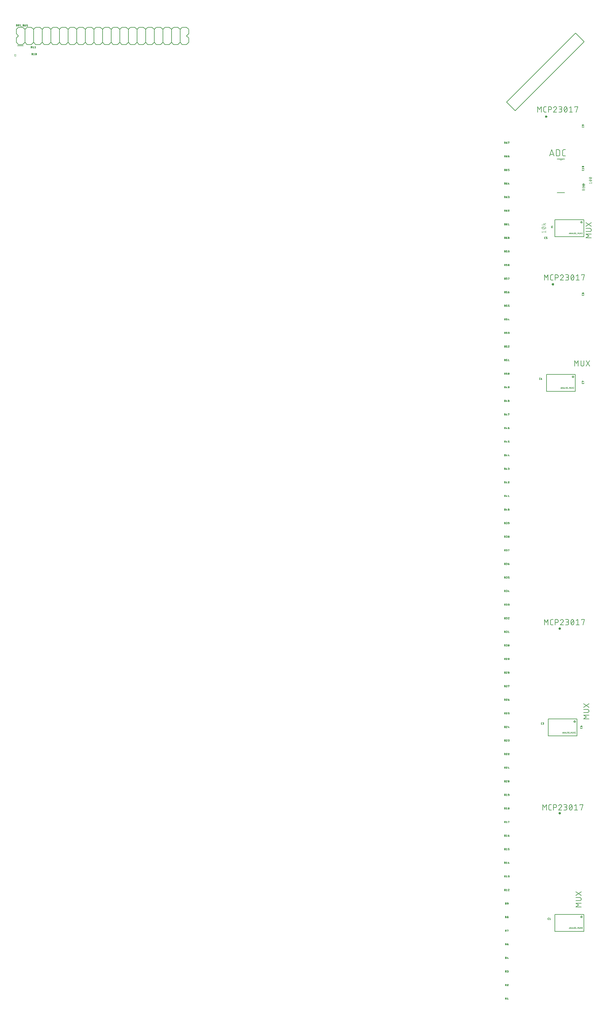
<source format=gbr>
G04 EAGLE Gerber RS-274X export*
G75*
%MOMM*%
%FSLAX34Y34*%
%LPD*%
%INSilkscreen Top*%
%IPPOS*%
%AMOC8*
5,1,8,0,0,1.08239X$1,22.5*%
G01*
%ADD10C,0.152400*%
%ADD11C,0.101600*%
%ADD12C,0.076200*%
%ADD13C,0.203200*%
%ADD14C,0.025400*%
%ADD15C,0.325000*%
%ADD16C,0.127000*%
%ADD17C,0.000000*%


D10*
X2735762Y2640762D02*
X2735762Y2657018D01*
X2741181Y2647987D01*
X2746599Y2657018D01*
X2746599Y2640762D01*
X2757432Y2640762D02*
X2761045Y2640762D01*
X2757432Y2640762D02*
X2757314Y2640764D01*
X2757196Y2640770D01*
X2757078Y2640779D01*
X2756961Y2640793D01*
X2756844Y2640810D01*
X2756727Y2640831D01*
X2756612Y2640856D01*
X2756497Y2640885D01*
X2756383Y2640918D01*
X2756271Y2640954D01*
X2756160Y2640994D01*
X2756050Y2641037D01*
X2755941Y2641084D01*
X2755834Y2641134D01*
X2755729Y2641189D01*
X2755626Y2641246D01*
X2755525Y2641307D01*
X2755425Y2641371D01*
X2755328Y2641438D01*
X2755233Y2641508D01*
X2755141Y2641582D01*
X2755050Y2641658D01*
X2754963Y2641738D01*
X2754878Y2641820D01*
X2754796Y2641905D01*
X2754716Y2641992D01*
X2754640Y2642083D01*
X2754566Y2642175D01*
X2754496Y2642270D01*
X2754429Y2642367D01*
X2754365Y2642467D01*
X2754304Y2642568D01*
X2754247Y2642671D01*
X2754192Y2642776D01*
X2754142Y2642883D01*
X2754095Y2642992D01*
X2754052Y2643102D01*
X2754012Y2643213D01*
X2753976Y2643325D01*
X2753943Y2643439D01*
X2753914Y2643554D01*
X2753889Y2643669D01*
X2753868Y2643786D01*
X2753851Y2643903D01*
X2753837Y2644020D01*
X2753828Y2644138D01*
X2753822Y2644256D01*
X2753820Y2644374D01*
X2753820Y2653406D01*
X2753822Y2653524D01*
X2753828Y2653642D01*
X2753837Y2653760D01*
X2753851Y2653877D01*
X2753868Y2653994D01*
X2753889Y2654111D01*
X2753914Y2654226D01*
X2753943Y2654341D01*
X2753976Y2654455D01*
X2754012Y2654567D01*
X2754052Y2654678D01*
X2754095Y2654788D01*
X2754142Y2654897D01*
X2754192Y2655004D01*
X2754246Y2655109D01*
X2754304Y2655212D01*
X2754365Y2655313D01*
X2754429Y2655413D01*
X2754496Y2655510D01*
X2754566Y2655605D01*
X2754640Y2655697D01*
X2754716Y2655788D01*
X2754796Y2655875D01*
X2754878Y2655960D01*
X2754963Y2656042D01*
X2755050Y2656122D01*
X2755141Y2656198D01*
X2755233Y2656272D01*
X2755328Y2656342D01*
X2755425Y2656409D01*
X2755525Y2656473D01*
X2755626Y2656534D01*
X2755729Y2656591D01*
X2755834Y2656645D01*
X2755941Y2656696D01*
X2756050Y2656743D01*
X2756160Y2656786D01*
X2756271Y2656826D01*
X2756383Y2656862D01*
X2756497Y2656895D01*
X2756612Y2656924D01*
X2756727Y2656949D01*
X2756844Y2656970D01*
X2756961Y2656987D01*
X2757078Y2657001D01*
X2757196Y2657010D01*
X2757314Y2657016D01*
X2757432Y2657018D01*
X2761045Y2657018D01*
X2767618Y2657018D02*
X2767618Y2640762D01*
X2767618Y2657018D02*
X2772133Y2657018D01*
X2772266Y2657016D01*
X2772398Y2657010D01*
X2772530Y2657000D01*
X2772662Y2656987D01*
X2772794Y2656969D01*
X2772924Y2656948D01*
X2773055Y2656923D01*
X2773184Y2656894D01*
X2773312Y2656861D01*
X2773440Y2656825D01*
X2773566Y2656785D01*
X2773691Y2656741D01*
X2773815Y2656693D01*
X2773937Y2656642D01*
X2774058Y2656587D01*
X2774177Y2656529D01*
X2774295Y2656467D01*
X2774410Y2656402D01*
X2774524Y2656333D01*
X2774635Y2656262D01*
X2774744Y2656186D01*
X2774851Y2656108D01*
X2774956Y2656027D01*
X2775058Y2655942D01*
X2775158Y2655855D01*
X2775255Y2655765D01*
X2775350Y2655672D01*
X2775441Y2655576D01*
X2775530Y2655478D01*
X2775616Y2655377D01*
X2775699Y2655273D01*
X2775779Y2655167D01*
X2775855Y2655059D01*
X2775929Y2654949D01*
X2775999Y2654836D01*
X2776066Y2654722D01*
X2776129Y2654605D01*
X2776189Y2654487D01*
X2776246Y2654367D01*
X2776299Y2654245D01*
X2776348Y2654122D01*
X2776394Y2653998D01*
X2776436Y2653872D01*
X2776474Y2653745D01*
X2776509Y2653617D01*
X2776540Y2653488D01*
X2776567Y2653359D01*
X2776590Y2653228D01*
X2776610Y2653097D01*
X2776625Y2652965D01*
X2776637Y2652833D01*
X2776645Y2652701D01*
X2776649Y2652568D01*
X2776649Y2652436D01*
X2776645Y2652303D01*
X2776637Y2652171D01*
X2776625Y2652039D01*
X2776610Y2651907D01*
X2776590Y2651776D01*
X2776567Y2651645D01*
X2776540Y2651516D01*
X2776509Y2651387D01*
X2776474Y2651259D01*
X2776436Y2651132D01*
X2776394Y2651006D01*
X2776348Y2650882D01*
X2776299Y2650759D01*
X2776246Y2650637D01*
X2776189Y2650517D01*
X2776129Y2650399D01*
X2776066Y2650282D01*
X2775999Y2650168D01*
X2775929Y2650055D01*
X2775855Y2649945D01*
X2775779Y2649837D01*
X2775699Y2649731D01*
X2775616Y2649627D01*
X2775530Y2649526D01*
X2775441Y2649428D01*
X2775350Y2649332D01*
X2775255Y2649239D01*
X2775158Y2649149D01*
X2775058Y2649062D01*
X2774956Y2648977D01*
X2774851Y2648896D01*
X2774744Y2648818D01*
X2774635Y2648742D01*
X2774524Y2648671D01*
X2774410Y2648602D01*
X2774295Y2648537D01*
X2774177Y2648475D01*
X2774058Y2648417D01*
X2773937Y2648362D01*
X2773815Y2648311D01*
X2773691Y2648263D01*
X2773566Y2648219D01*
X2773440Y2648179D01*
X2773312Y2648143D01*
X2773184Y2648110D01*
X2773055Y2648081D01*
X2772924Y2648056D01*
X2772794Y2648035D01*
X2772662Y2648017D01*
X2772530Y2648004D01*
X2772398Y2647994D01*
X2772266Y2647988D01*
X2772133Y2647986D01*
X2772133Y2647987D02*
X2767618Y2647987D01*
X2787484Y2657018D02*
X2787609Y2657016D01*
X2787734Y2657010D01*
X2787859Y2657001D01*
X2787983Y2656987D01*
X2788107Y2656970D01*
X2788231Y2656949D01*
X2788353Y2656924D01*
X2788475Y2656895D01*
X2788596Y2656863D01*
X2788716Y2656827D01*
X2788835Y2656787D01*
X2788952Y2656744D01*
X2789068Y2656697D01*
X2789183Y2656646D01*
X2789295Y2656592D01*
X2789407Y2656534D01*
X2789516Y2656474D01*
X2789623Y2656409D01*
X2789729Y2656342D01*
X2789832Y2656271D01*
X2789933Y2656197D01*
X2790032Y2656120D01*
X2790128Y2656040D01*
X2790222Y2655957D01*
X2790313Y2655872D01*
X2790402Y2655783D01*
X2790487Y2655692D01*
X2790570Y2655598D01*
X2790650Y2655502D01*
X2790727Y2655403D01*
X2790801Y2655302D01*
X2790872Y2655199D01*
X2790939Y2655093D01*
X2791004Y2654986D01*
X2791064Y2654877D01*
X2791122Y2654765D01*
X2791176Y2654653D01*
X2791227Y2654538D01*
X2791274Y2654422D01*
X2791317Y2654305D01*
X2791357Y2654186D01*
X2791393Y2654066D01*
X2791425Y2653945D01*
X2791454Y2653823D01*
X2791479Y2653701D01*
X2791500Y2653577D01*
X2791517Y2653453D01*
X2791531Y2653329D01*
X2791540Y2653204D01*
X2791546Y2653079D01*
X2791548Y2652954D01*
X2787484Y2657018D02*
X2787341Y2657016D01*
X2787199Y2657010D01*
X2787056Y2657000D01*
X2786914Y2656987D01*
X2786773Y2656969D01*
X2786631Y2656948D01*
X2786491Y2656923D01*
X2786351Y2656894D01*
X2786212Y2656861D01*
X2786074Y2656824D01*
X2785937Y2656784D01*
X2785802Y2656740D01*
X2785667Y2656692D01*
X2785534Y2656640D01*
X2785402Y2656585D01*
X2785272Y2656526D01*
X2785144Y2656464D01*
X2785017Y2656398D01*
X2784892Y2656329D01*
X2784769Y2656257D01*
X2784649Y2656181D01*
X2784530Y2656102D01*
X2784413Y2656019D01*
X2784299Y2655934D01*
X2784187Y2655845D01*
X2784078Y2655754D01*
X2783971Y2655659D01*
X2783866Y2655562D01*
X2783765Y2655461D01*
X2783666Y2655358D01*
X2783570Y2655253D01*
X2783477Y2655144D01*
X2783387Y2655033D01*
X2783300Y2654920D01*
X2783216Y2654805D01*
X2783136Y2654687D01*
X2783058Y2654567D01*
X2782984Y2654445D01*
X2782914Y2654321D01*
X2782846Y2654195D01*
X2782783Y2654067D01*
X2782722Y2653938D01*
X2782665Y2653807D01*
X2782612Y2653675D01*
X2782563Y2653541D01*
X2782517Y2653406D01*
X2790193Y2649793D02*
X2790287Y2649885D01*
X2790377Y2649979D01*
X2790465Y2650076D01*
X2790550Y2650176D01*
X2790632Y2650278D01*
X2790711Y2650383D01*
X2790786Y2650490D01*
X2790858Y2650599D01*
X2790927Y2650710D01*
X2790993Y2650824D01*
X2791055Y2650939D01*
X2791114Y2651056D01*
X2791169Y2651175D01*
X2791220Y2651295D01*
X2791268Y2651417D01*
X2791313Y2651540D01*
X2791353Y2651664D01*
X2791390Y2651790D01*
X2791423Y2651917D01*
X2791452Y2652044D01*
X2791478Y2652173D01*
X2791499Y2652302D01*
X2791517Y2652432D01*
X2791530Y2652562D01*
X2791540Y2652692D01*
X2791546Y2652823D01*
X2791548Y2652954D01*
X2790193Y2649793D02*
X2782517Y2640762D01*
X2791548Y2640762D01*
X2798148Y2640762D02*
X2802663Y2640762D01*
X2802796Y2640764D01*
X2802928Y2640770D01*
X2803060Y2640780D01*
X2803192Y2640793D01*
X2803324Y2640811D01*
X2803454Y2640832D01*
X2803585Y2640857D01*
X2803714Y2640886D01*
X2803842Y2640919D01*
X2803970Y2640955D01*
X2804096Y2640995D01*
X2804221Y2641039D01*
X2804345Y2641087D01*
X2804467Y2641138D01*
X2804588Y2641193D01*
X2804707Y2641251D01*
X2804825Y2641313D01*
X2804940Y2641378D01*
X2805054Y2641447D01*
X2805165Y2641518D01*
X2805274Y2641594D01*
X2805381Y2641672D01*
X2805486Y2641753D01*
X2805588Y2641838D01*
X2805688Y2641925D01*
X2805785Y2642015D01*
X2805880Y2642108D01*
X2805971Y2642204D01*
X2806060Y2642302D01*
X2806146Y2642403D01*
X2806229Y2642507D01*
X2806309Y2642613D01*
X2806385Y2642721D01*
X2806459Y2642831D01*
X2806529Y2642944D01*
X2806596Y2643058D01*
X2806659Y2643175D01*
X2806719Y2643293D01*
X2806776Y2643413D01*
X2806829Y2643535D01*
X2806878Y2643658D01*
X2806924Y2643782D01*
X2806966Y2643908D01*
X2807004Y2644035D01*
X2807039Y2644163D01*
X2807070Y2644292D01*
X2807097Y2644421D01*
X2807120Y2644552D01*
X2807140Y2644683D01*
X2807155Y2644815D01*
X2807167Y2644947D01*
X2807175Y2645079D01*
X2807179Y2645212D01*
X2807179Y2645344D01*
X2807175Y2645477D01*
X2807167Y2645609D01*
X2807155Y2645741D01*
X2807140Y2645873D01*
X2807120Y2646004D01*
X2807097Y2646135D01*
X2807070Y2646264D01*
X2807039Y2646393D01*
X2807004Y2646521D01*
X2806966Y2646648D01*
X2806924Y2646774D01*
X2806878Y2646898D01*
X2806829Y2647021D01*
X2806776Y2647143D01*
X2806719Y2647263D01*
X2806659Y2647381D01*
X2806596Y2647498D01*
X2806529Y2647612D01*
X2806459Y2647725D01*
X2806385Y2647835D01*
X2806309Y2647943D01*
X2806229Y2648049D01*
X2806146Y2648153D01*
X2806060Y2648254D01*
X2805971Y2648352D01*
X2805880Y2648448D01*
X2805785Y2648541D01*
X2805688Y2648631D01*
X2805588Y2648718D01*
X2805486Y2648803D01*
X2805381Y2648884D01*
X2805274Y2648962D01*
X2805165Y2649038D01*
X2805054Y2649109D01*
X2804940Y2649178D01*
X2804825Y2649243D01*
X2804707Y2649305D01*
X2804588Y2649363D01*
X2804467Y2649418D01*
X2804345Y2649469D01*
X2804221Y2649517D01*
X2804096Y2649561D01*
X2803970Y2649601D01*
X2803842Y2649637D01*
X2803714Y2649670D01*
X2803585Y2649699D01*
X2803454Y2649724D01*
X2803324Y2649745D01*
X2803192Y2649763D01*
X2803060Y2649776D01*
X2802928Y2649786D01*
X2802796Y2649792D01*
X2802663Y2649794D01*
X2803567Y2657018D02*
X2798148Y2657018D01*
X2803567Y2657018D02*
X2803686Y2657016D01*
X2803806Y2657010D01*
X2803925Y2657000D01*
X2804043Y2656986D01*
X2804162Y2656969D01*
X2804279Y2656947D01*
X2804396Y2656922D01*
X2804511Y2656892D01*
X2804626Y2656859D01*
X2804740Y2656822D01*
X2804852Y2656782D01*
X2804963Y2656737D01*
X2805072Y2656689D01*
X2805180Y2656638D01*
X2805286Y2656583D01*
X2805390Y2656524D01*
X2805492Y2656462D01*
X2805592Y2656397D01*
X2805690Y2656328D01*
X2805786Y2656256D01*
X2805879Y2656181D01*
X2805969Y2656104D01*
X2806057Y2656023D01*
X2806142Y2655939D01*
X2806224Y2655852D01*
X2806304Y2655763D01*
X2806380Y2655671D01*
X2806454Y2655577D01*
X2806524Y2655480D01*
X2806591Y2655382D01*
X2806655Y2655281D01*
X2806715Y2655177D01*
X2806772Y2655072D01*
X2806825Y2654965D01*
X2806875Y2654857D01*
X2806921Y2654747D01*
X2806963Y2654635D01*
X2807002Y2654522D01*
X2807037Y2654408D01*
X2807068Y2654293D01*
X2807096Y2654176D01*
X2807119Y2654059D01*
X2807139Y2653942D01*
X2807155Y2653823D01*
X2807167Y2653704D01*
X2807175Y2653585D01*
X2807179Y2653466D01*
X2807179Y2653346D01*
X2807175Y2653227D01*
X2807167Y2653108D01*
X2807155Y2652989D01*
X2807139Y2652870D01*
X2807119Y2652753D01*
X2807096Y2652636D01*
X2807068Y2652519D01*
X2807037Y2652404D01*
X2807002Y2652290D01*
X2806963Y2652177D01*
X2806921Y2652065D01*
X2806875Y2651955D01*
X2806825Y2651847D01*
X2806772Y2651740D01*
X2806715Y2651635D01*
X2806655Y2651531D01*
X2806591Y2651430D01*
X2806524Y2651332D01*
X2806454Y2651235D01*
X2806380Y2651141D01*
X2806304Y2651049D01*
X2806224Y2650960D01*
X2806142Y2650873D01*
X2806057Y2650789D01*
X2805969Y2650708D01*
X2805879Y2650631D01*
X2805786Y2650556D01*
X2805690Y2650484D01*
X2805592Y2650415D01*
X2805492Y2650350D01*
X2805390Y2650288D01*
X2805286Y2650229D01*
X2805180Y2650174D01*
X2805072Y2650123D01*
X2804963Y2650075D01*
X2804852Y2650030D01*
X2804740Y2649990D01*
X2804626Y2649953D01*
X2804511Y2649920D01*
X2804396Y2649890D01*
X2804279Y2649865D01*
X2804162Y2649843D01*
X2804043Y2649826D01*
X2803925Y2649812D01*
X2803806Y2649802D01*
X2803686Y2649796D01*
X2803567Y2649794D01*
X2803567Y2649793D02*
X2799954Y2649793D01*
X2813779Y2648890D02*
X2813783Y2649210D01*
X2813794Y2649529D01*
X2813813Y2649849D01*
X2813840Y2650167D01*
X2813874Y2650485D01*
X2813916Y2650802D01*
X2813966Y2651118D01*
X2814023Y2651433D01*
X2814087Y2651746D01*
X2814159Y2652058D01*
X2814238Y2652368D01*
X2814325Y2652675D01*
X2814419Y2652981D01*
X2814520Y2653284D01*
X2814629Y2653585D01*
X2814744Y2653883D01*
X2814867Y2654179D01*
X2814997Y2654471D01*
X2815134Y2654760D01*
X2815134Y2654761D02*
X2815173Y2654869D01*
X2815216Y2654976D01*
X2815262Y2655081D01*
X2815313Y2655185D01*
X2815366Y2655287D01*
X2815423Y2655387D01*
X2815484Y2655485D01*
X2815548Y2655580D01*
X2815615Y2655674D01*
X2815686Y2655765D01*
X2815759Y2655854D01*
X2815836Y2655940D01*
X2815915Y2656023D01*
X2815997Y2656104D01*
X2816082Y2656182D01*
X2816170Y2656256D01*
X2816260Y2656328D01*
X2816352Y2656396D01*
X2816447Y2656462D01*
X2816544Y2656524D01*
X2816643Y2656582D01*
X2816745Y2656638D01*
X2816847Y2656689D01*
X2816952Y2656737D01*
X2817058Y2656782D01*
X2817166Y2656823D01*
X2817275Y2656860D01*
X2817385Y2656893D01*
X2817497Y2656922D01*
X2817609Y2656948D01*
X2817722Y2656970D01*
X2817836Y2656987D01*
X2817950Y2657001D01*
X2818065Y2657011D01*
X2818180Y2657017D01*
X2818295Y2657019D01*
X2818295Y2657018D02*
X2818410Y2657016D01*
X2818525Y2657010D01*
X2818640Y2657000D01*
X2818754Y2656986D01*
X2818868Y2656969D01*
X2818981Y2656947D01*
X2819093Y2656921D01*
X2819205Y2656892D01*
X2819315Y2656859D01*
X2819424Y2656822D01*
X2819532Y2656781D01*
X2819638Y2656736D01*
X2819743Y2656688D01*
X2819845Y2656637D01*
X2819946Y2656581D01*
X2820046Y2656523D01*
X2820143Y2656461D01*
X2820237Y2656396D01*
X2820330Y2656327D01*
X2820420Y2656255D01*
X2820508Y2656181D01*
X2820593Y2656103D01*
X2820675Y2656022D01*
X2820754Y2655939D01*
X2820831Y2655853D01*
X2820904Y2655764D01*
X2820975Y2655673D01*
X2821042Y2655579D01*
X2821106Y2655484D01*
X2821167Y2655386D01*
X2821224Y2655286D01*
X2821277Y2655184D01*
X2821328Y2655080D01*
X2821374Y2654975D01*
X2821417Y2654868D01*
X2821456Y2654760D01*
X2821455Y2654760D02*
X2821592Y2654471D01*
X2821722Y2654179D01*
X2821845Y2653883D01*
X2821960Y2653585D01*
X2822069Y2653284D01*
X2822170Y2652981D01*
X2822264Y2652675D01*
X2822351Y2652368D01*
X2822430Y2652058D01*
X2822502Y2651746D01*
X2822566Y2651433D01*
X2822623Y2651118D01*
X2822673Y2650802D01*
X2822715Y2650485D01*
X2822749Y2650167D01*
X2822776Y2649849D01*
X2822795Y2649529D01*
X2822806Y2649210D01*
X2822810Y2648890D01*
X2813780Y2648890D02*
X2813784Y2648570D01*
X2813795Y2648251D01*
X2813814Y2647931D01*
X2813841Y2647613D01*
X2813875Y2647295D01*
X2813917Y2646978D01*
X2813967Y2646662D01*
X2814024Y2646347D01*
X2814088Y2646034D01*
X2814160Y2645722D01*
X2814239Y2645412D01*
X2814326Y2645105D01*
X2814420Y2644799D01*
X2814521Y2644496D01*
X2814630Y2644195D01*
X2814745Y2643897D01*
X2814868Y2643601D01*
X2814998Y2643309D01*
X2815135Y2643020D01*
X2815134Y2643020D02*
X2815173Y2642912D01*
X2815216Y2642805D01*
X2815262Y2642700D01*
X2815313Y2642596D01*
X2815366Y2642494D01*
X2815423Y2642394D01*
X2815484Y2642296D01*
X2815548Y2642201D01*
X2815615Y2642107D01*
X2815686Y2642016D01*
X2815759Y2641927D01*
X2815836Y2641841D01*
X2815915Y2641758D01*
X2815997Y2641677D01*
X2816082Y2641599D01*
X2816170Y2641525D01*
X2816260Y2641453D01*
X2816353Y2641384D01*
X2816447Y2641319D01*
X2816544Y2641257D01*
X2816644Y2641199D01*
X2816745Y2641143D01*
X2816847Y2641092D01*
X2816952Y2641044D01*
X2817058Y2640999D01*
X2817166Y2640958D01*
X2817275Y2640921D01*
X2817385Y2640888D01*
X2817497Y2640859D01*
X2817609Y2640833D01*
X2817722Y2640811D01*
X2817836Y2640794D01*
X2817950Y2640780D01*
X2818065Y2640770D01*
X2818180Y2640764D01*
X2818295Y2640762D01*
X2821455Y2643020D02*
X2821592Y2643309D01*
X2821722Y2643601D01*
X2821845Y2643897D01*
X2821960Y2644195D01*
X2822069Y2644496D01*
X2822170Y2644799D01*
X2822264Y2645105D01*
X2822351Y2645412D01*
X2822430Y2645722D01*
X2822502Y2646034D01*
X2822566Y2646347D01*
X2822623Y2646662D01*
X2822673Y2646978D01*
X2822715Y2647295D01*
X2822749Y2647613D01*
X2822776Y2647931D01*
X2822795Y2648251D01*
X2822806Y2648570D01*
X2822810Y2648890D01*
X2821456Y2643020D02*
X2821417Y2642912D01*
X2821374Y2642805D01*
X2821328Y2642700D01*
X2821277Y2642596D01*
X2821224Y2642494D01*
X2821167Y2642394D01*
X2821106Y2642296D01*
X2821042Y2642201D01*
X2820975Y2642107D01*
X2820904Y2642016D01*
X2820831Y2641927D01*
X2820754Y2641841D01*
X2820675Y2641758D01*
X2820593Y2641677D01*
X2820508Y2641599D01*
X2820420Y2641525D01*
X2820330Y2641453D01*
X2820237Y2641384D01*
X2820143Y2641319D01*
X2820046Y2641257D01*
X2819946Y2641199D01*
X2819845Y2641143D01*
X2819742Y2641092D01*
X2819638Y2641044D01*
X2819532Y2640999D01*
X2819424Y2640958D01*
X2819315Y2640921D01*
X2819205Y2640888D01*
X2819093Y2640859D01*
X2818981Y2640833D01*
X2818868Y2640811D01*
X2818754Y2640794D01*
X2818640Y2640780D01*
X2818525Y2640770D01*
X2818410Y2640764D01*
X2818295Y2640762D01*
X2814682Y2644374D02*
X2821907Y2653406D01*
X2829410Y2653406D02*
X2833926Y2657018D01*
X2833926Y2640762D01*
X2838441Y2640762D02*
X2829410Y2640762D01*
X2845042Y2655212D02*
X2845042Y2657018D01*
X2854073Y2657018D01*
X2849557Y2640762D01*
X2755762Y2162018D02*
X2755762Y2145762D01*
X2761181Y2152987D02*
X2755762Y2162018D01*
X2761181Y2152987D02*
X2766599Y2162018D01*
X2766599Y2145762D01*
X2777432Y2145762D02*
X2781045Y2145762D01*
X2777432Y2145762D02*
X2777314Y2145764D01*
X2777196Y2145770D01*
X2777078Y2145779D01*
X2776961Y2145793D01*
X2776844Y2145810D01*
X2776727Y2145831D01*
X2776612Y2145856D01*
X2776497Y2145885D01*
X2776383Y2145918D01*
X2776271Y2145954D01*
X2776160Y2145994D01*
X2776050Y2146037D01*
X2775941Y2146084D01*
X2775834Y2146134D01*
X2775729Y2146189D01*
X2775626Y2146246D01*
X2775525Y2146307D01*
X2775425Y2146371D01*
X2775328Y2146438D01*
X2775233Y2146508D01*
X2775141Y2146582D01*
X2775050Y2146658D01*
X2774963Y2146738D01*
X2774878Y2146820D01*
X2774796Y2146905D01*
X2774716Y2146992D01*
X2774640Y2147083D01*
X2774566Y2147175D01*
X2774496Y2147270D01*
X2774429Y2147367D01*
X2774365Y2147467D01*
X2774304Y2147568D01*
X2774247Y2147671D01*
X2774192Y2147776D01*
X2774142Y2147883D01*
X2774095Y2147992D01*
X2774052Y2148102D01*
X2774012Y2148213D01*
X2773976Y2148325D01*
X2773943Y2148439D01*
X2773914Y2148554D01*
X2773889Y2148669D01*
X2773868Y2148786D01*
X2773851Y2148903D01*
X2773837Y2149020D01*
X2773828Y2149138D01*
X2773822Y2149256D01*
X2773820Y2149374D01*
X2773820Y2158406D01*
X2773822Y2158524D01*
X2773828Y2158642D01*
X2773837Y2158760D01*
X2773851Y2158877D01*
X2773868Y2158994D01*
X2773889Y2159111D01*
X2773914Y2159226D01*
X2773943Y2159341D01*
X2773976Y2159455D01*
X2774012Y2159567D01*
X2774052Y2159678D01*
X2774095Y2159788D01*
X2774142Y2159897D01*
X2774192Y2160004D01*
X2774246Y2160109D01*
X2774304Y2160212D01*
X2774365Y2160313D01*
X2774429Y2160413D01*
X2774496Y2160510D01*
X2774566Y2160605D01*
X2774640Y2160697D01*
X2774716Y2160788D01*
X2774796Y2160875D01*
X2774878Y2160960D01*
X2774963Y2161042D01*
X2775050Y2161122D01*
X2775141Y2161198D01*
X2775233Y2161272D01*
X2775328Y2161342D01*
X2775425Y2161409D01*
X2775525Y2161473D01*
X2775626Y2161534D01*
X2775729Y2161591D01*
X2775834Y2161645D01*
X2775941Y2161696D01*
X2776050Y2161743D01*
X2776160Y2161786D01*
X2776271Y2161826D01*
X2776383Y2161862D01*
X2776497Y2161895D01*
X2776612Y2161924D01*
X2776727Y2161949D01*
X2776844Y2161970D01*
X2776961Y2161987D01*
X2777078Y2162001D01*
X2777196Y2162010D01*
X2777314Y2162016D01*
X2777432Y2162018D01*
X2781045Y2162018D01*
X2787618Y2162018D02*
X2787618Y2145762D01*
X2787618Y2162018D02*
X2792133Y2162018D01*
X2792266Y2162016D01*
X2792398Y2162010D01*
X2792530Y2162000D01*
X2792662Y2161987D01*
X2792794Y2161969D01*
X2792924Y2161948D01*
X2793055Y2161923D01*
X2793184Y2161894D01*
X2793312Y2161861D01*
X2793440Y2161825D01*
X2793566Y2161785D01*
X2793691Y2161741D01*
X2793815Y2161693D01*
X2793937Y2161642D01*
X2794058Y2161587D01*
X2794177Y2161529D01*
X2794295Y2161467D01*
X2794410Y2161402D01*
X2794524Y2161333D01*
X2794635Y2161262D01*
X2794744Y2161186D01*
X2794851Y2161108D01*
X2794956Y2161027D01*
X2795058Y2160942D01*
X2795158Y2160855D01*
X2795255Y2160765D01*
X2795350Y2160672D01*
X2795441Y2160576D01*
X2795530Y2160478D01*
X2795616Y2160377D01*
X2795699Y2160273D01*
X2795779Y2160167D01*
X2795855Y2160059D01*
X2795929Y2159949D01*
X2795999Y2159836D01*
X2796066Y2159722D01*
X2796129Y2159605D01*
X2796189Y2159487D01*
X2796246Y2159367D01*
X2796299Y2159245D01*
X2796348Y2159122D01*
X2796394Y2158998D01*
X2796436Y2158872D01*
X2796474Y2158745D01*
X2796509Y2158617D01*
X2796540Y2158488D01*
X2796567Y2158359D01*
X2796590Y2158228D01*
X2796610Y2158097D01*
X2796625Y2157965D01*
X2796637Y2157833D01*
X2796645Y2157701D01*
X2796649Y2157568D01*
X2796649Y2157436D01*
X2796645Y2157303D01*
X2796637Y2157171D01*
X2796625Y2157039D01*
X2796610Y2156907D01*
X2796590Y2156776D01*
X2796567Y2156645D01*
X2796540Y2156516D01*
X2796509Y2156387D01*
X2796474Y2156259D01*
X2796436Y2156132D01*
X2796394Y2156006D01*
X2796348Y2155882D01*
X2796299Y2155759D01*
X2796246Y2155637D01*
X2796189Y2155517D01*
X2796129Y2155399D01*
X2796066Y2155282D01*
X2795999Y2155168D01*
X2795929Y2155055D01*
X2795855Y2154945D01*
X2795779Y2154837D01*
X2795699Y2154731D01*
X2795616Y2154627D01*
X2795530Y2154526D01*
X2795441Y2154428D01*
X2795350Y2154332D01*
X2795255Y2154239D01*
X2795158Y2154149D01*
X2795058Y2154062D01*
X2794956Y2153977D01*
X2794851Y2153896D01*
X2794744Y2153818D01*
X2794635Y2153742D01*
X2794524Y2153671D01*
X2794410Y2153602D01*
X2794295Y2153537D01*
X2794177Y2153475D01*
X2794058Y2153417D01*
X2793937Y2153362D01*
X2793815Y2153311D01*
X2793691Y2153263D01*
X2793566Y2153219D01*
X2793440Y2153179D01*
X2793312Y2153143D01*
X2793184Y2153110D01*
X2793055Y2153081D01*
X2792924Y2153056D01*
X2792794Y2153035D01*
X2792662Y2153017D01*
X2792530Y2153004D01*
X2792398Y2152994D01*
X2792266Y2152988D01*
X2792133Y2152986D01*
X2792133Y2152987D02*
X2787618Y2152987D01*
X2807484Y2162018D02*
X2807609Y2162016D01*
X2807734Y2162010D01*
X2807859Y2162001D01*
X2807983Y2161987D01*
X2808107Y2161970D01*
X2808231Y2161949D01*
X2808353Y2161924D01*
X2808475Y2161895D01*
X2808596Y2161863D01*
X2808716Y2161827D01*
X2808835Y2161787D01*
X2808952Y2161744D01*
X2809068Y2161697D01*
X2809183Y2161646D01*
X2809295Y2161592D01*
X2809407Y2161534D01*
X2809516Y2161474D01*
X2809623Y2161409D01*
X2809729Y2161342D01*
X2809832Y2161271D01*
X2809933Y2161197D01*
X2810032Y2161120D01*
X2810128Y2161040D01*
X2810222Y2160957D01*
X2810313Y2160872D01*
X2810402Y2160783D01*
X2810487Y2160692D01*
X2810570Y2160598D01*
X2810650Y2160502D01*
X2810727Y2160403D01*
X2810801Y2160302D01*
X2810872Y2160199D01*
X2810939Y2160093D01*
X2811004Y2159986D01*
X2811064Y2159877D01*
X2811122Y2159765D01*
X2811176Y2159653D01*
X2811227Y2159538D01*
X2811274Y2159422D01*
X2811317Y2159305D01*
X2811357Y2159186D01*
X2811393Y2159066D01*
X2811425Y2158945D01*
X2811454Y2158823D01*
X2811479Y2158701D01*
X2811500Y2158577D01*
X2811517Y2158453D01*
X2811531Y2158329D01*
X2811540Y2158204D01*
X2811546Y2158079D01*
X2811548Y2157954D01*
X2807484Y2162018D02*
X2807341Y2162016D01*
X2807199Y2162010D01*
X2807056Y2162000D01*
X2806914Y2161987D01*
X2806773Y2161969D01*
X2806631Y2161948D01*
X2806491Y2161923D01*
X2806351Y2161894D01*
X2806212Y2161861D01*
X2806074Y2161824D01*
X2805937Y2161784D01*
X2805802Y2161740D01*
X2805667Y2161692D01*
X2805534Y2161640D01*
X2805402Y2161585D01*
X2805272Y2161526D01*
X2805144Y2161464D01*
X2805017Y2161398D01*
X2804892Y2161329D01*
X2804769Y2161257D01*
X2804649Y2161181D01*
X2804530Y2161102D01*
X2804413Y2161019D01*
X2804299Y2160934D01*
X2804187Y2160845D01*
X2804078Y2160754D01*
X2803971Y2160659D01*
X2803866Y2160562D01*
X2803765Y2160461D01*
X2803666Y2160358D01*
X2803570Y2160253D01*
X2803477Y2160144D01*
X2803387Y2160033D01*
X2803300Y2159920D01*
X2803216Y2159805D01*
X2803136Y2159687D01*
X2803058Y2159567D01*
X2802984Y2159445D01*
X2802914Y2159321D01*
X2802846Y2159195D01*
X2802783Y2159067D01*
X2802722Y2158938D01*
X2802665Y2158807D01*
X2802612Y2158675D01*
X2802563Y2158541D01*
X2802517Y2158406D01*
X2810193Y2154793D02*
X2810287Y2154885D01*
X2810377Y2154979D01*
X2810465Y2155076D01*
X2810550Y2155176D01*
X2810632Y2155278D01*
X2810711Y2155383D01*
X2810786Y2155490D01*
X2810858Y2155599D01*
X2810927Y2155710D01*
X2810993Y2155824D01*
X2811055Y2155939D01*
X2811114Y2156056D01*
X2811169Y2156175D01*
X2811220Y2156295D01*
X2811268Y2156417D01*
X2811313Y2156540D01*
X2811353Y2156664D01*
X2811390Y2156790D01*
X2811423Y2156917D01*
X2811452Y2157044D01*
X2811478Y2157173D01*
X2811499Y2157302D01*
X2811517Y2157432D01*
X2811530Y2157562D01*
X2811540Y2157692D01*
X2811546Y2157823D01*
X2811548Y2157954D01*
X2810193Y2154793D02*
X2802517Y2145762D01*
X2811548Y2145762D01*
X2818148Y2145762D02*
X2822663Y2145762D01*
X2822796Y2145764D01*
X2822928Y2145770D01*
X2823060Y2145780D01*
X2823192Y2145793D01*
X2823324Y2145811D01*
X2823454Y2145832D01*
X2823585Y2145857D01*
X2823714Y2145886D01*
X2823842Y2145919D01*
X2823970Y2145955D01*
X2824096Y2145995D01*
X2824221Y2146039D01*
X2824345Y2146087D01*
X2824467Y2146138D01*
X2824588Y2146193D01*
X2824707Y2146251D01*
X2824825Y2146313D01*
X2824940Y2146378D01*
X2825054Y2146447D01*
X2825165Y2146518D01*
X2825274Y2146594D01*
X2825381Y2146672D01*
X2825486Y2146753D01*
X2825588Y2146838D01*
X2825688Y2146925D01*
X2825785Y2147015D01*
X2825880Y2147108D01*
X2825971Y2147204D01*
X2826060Y2147302D01*
X2826146Y2147403D01*
X2826229Y2147507D01*
X2826309Y2147613D01*
X2826385Y2147721D01*
X2826459Y2147831D01*
X2826529Y2147944D01*
X2826596Y2148058D01*
X2826659Y2148175D01*
X2826719Y2148293D01*
X2826776Y2148413D01*
X2826829Y2148535D01*
X2826878Y2148658D01*
X2826924Y2148782D01*
X2826966Y2148908D01*
X2827004Y2149035D01*
X2827039Y2149163D01*
X2827070Y2149292D01*
X2827097Y2149421D01*
X2827120Y2149552D01*
X2827140Y2149683D01*
X2827155Y2149815D01*
X2827167Y2149947D01*
X2827175Y2150079D01*
X2827179Y2150212D01*
X2827179Y2150344D01*
X2827175Y2150477D01*
X2827167Y2150609D01*
X2827155Y2150741D01*
X2827140Y2150873D01*
X2827120Y2151004D01*
X2827097Y2151135D01*
X2827070Y2151264D01*
X2827039Y2151393D01*
X2827004Y2151521D01*
X2826966Y2151648D01*
X2826924Y2151774D01*
X2826878Y2151898D01*
X2826829Y2152021D01*
X2826776Y2152143D01*
X2826719Y2152263D01*
X2826659Y2152381D01*
X2826596Y2152498D01*
X2826529Y2152612D01*
X2826459Y2152725D01*
X2826385Y2152835D01*
X2826309Y2152943D01*
X2826229Y2153049D01*
X2826146Y2153153D01*
X2826060Y2153254D01*
X2825971Y2153352D01*
X2825880Y2153448D01*
X2825785Y2153541D01*
X2825688Y2153631D01*
X2825588Y2153718D01*
X2825486Y2153803D01*
X2825381Y2153884D01*
X2825274Y2153962D01*
X2825165Y2154038D01*
X2825054Y2154109D01*
X2824940Y2154178D01*
X2824825Y2154243D01*
X2824707Y2154305D01*
X2824588Y2154363D01*
X2824467Y2154418D01*
X2824345Y2154469D01*
X2824221Y2154517D01*
X2824096Y2154561D01*
X2823970Y2154601D01*
X2823842Y2154637D01*
X2823714Y2154670D01*
X2823585Y2154699D01*
X2823454Y2154724D01*
X2823324Y2154745D01*
X2823192Y2154763D01*
X2823060Y2154776D01*
X2822928Y2154786D01*
X2822796Y2154792D01*
X2822663Y2154794D01*
X2823567Y2162018D02*
X2818148Y2162018D01*
X2823567Y2162018D02*
X2823686Y2162016D01*
X2823806Y2162010D01*
X2823925Y2162000D01*
X2824043Y2161986D01*
X2824162Y2161969D01*
X2824279Y2161947D01*
X2824396Y2161922D01*
X2824511Y2161892D01*
X2824626Y2161859D01*
X2824740Y2161822D01*
X2824852Y2161782D01*
X2824963Y2161737D01*
X2825072Y2161689D01*
X2825180Y2161638D01*
X2825286Y2161583D01*
X2825390Y2161524D01*
X2825492Y2161462D01*
X2825592Y2161397D01*
X2825690Y2161328D01*
X2825786Y2161256D01*
X2825879Y2161181D01*
X2825969Y2161104D01*
X2826057Y2161023D01*
X2826142Y2160939D01*
X2826224Y2160852D01*
X2826304Y2160763D01*
X2826380Y2160671D01*
X2826454Y2160577D01*
X2826524Y2160480D01*
X2826591Y2160382D01*
X2826655Y2160281D01*
X2826715Y2160177D01*
X2826772Y2160072D01*
X2826825Y2159965D01*
X2826875Y2159857D01*
X2826921Y2159747D01*
X2826963Y2159635D01*
X2827002Y2159522D01*
X2827037Y2159408D01*
X2827068Y2159293D01*
X2827096Y2159176D01*
X2827119Y2159059D01*
X2827139Y2158942D01*
X2827155Y2158823D01*
X2827167Y2158704D01*
X2827175Y2158585D01*
X2827179Y2158466D01*
X2827179Y2158346D01*
X2827175Y2158227D01*
X2827167Y2158108D01*
X2827155Y2157989D01*
X2827139Y2157870D01*
X2827119Y2157753D01*
X2827096Y2157636D01*
X2827068Y2157519D01*
X2827037Y2157404D01*
X2827002Y2157290D01*
X2826963Y2157177D01*
X2826921Y2157065D01*
X2826875Y2156955D01*
X2826825Y2156847D01*
X2826772Y2156740D01*
X2826715Y2156635D01*
X2826655Y2156531D01*
X2826591Y2156430D01*
X2826524Y2156332D01*
X2826454Y2156235D01*
X2826380Y2156141D01*
X2826304Y2156049D01*
X2826224Y2155960D01*
X2826142Y2155873D01*
X2826057Y2155789D01*
X2825969Y2155708D01*
X2825879Y2155631D01*
X2825786Y2155556D01*
X2825690Y2155484D01*
X2825592Y2155415D01*
X2825492Y2155350D01*
X2825390Y2155288D01*
X2825286Y2155229D01*
X2825180Y2155174D01*
X2825072Y2155123D01*
X2824963Y2155075D01*
X2824852Y2155030D01*
X2824740Y2154990D01*
X2824626Y2154953D01*
X2824511Y2154920D01*
X2824396Y2154890D01*
X2824279Y2154865D01*
X2824162Y2154843D01*
X2824043Y2154826D01*
X2823925Y2154812D01*
X2823806Y2154802D01*
X2823686Y2154796D01*
X2823567Y2154794D01*
X2823567Y2154793D02*
X2819954Y2154793D01*
X2833779Y2153890D02*
X2833783Y2154210D01*
X2833794Y2154529D01*
X2833813Y2154849D01*
X2833840Y2155167D01*
X2833874Y2155485D01*
X2833916Y2155802D01*
X2833966Y2156118D01*
X2834023Y2156433D01*
X2834087Y2156746D01*
X2834159Y2157058D01*
X2834238Y2157368D01*
X2834325Y2157675D01*
X2834419Y2157981D01*
X2834520Y2158284D01*
X2834629Y2158585D01*
X2834744Y2158883D01*
X2834867Y2159179D01*
X2834997Y2159471D01*
X2835134Y2159760D01*
X2835134Y2159761D02*
X2835173Y2159869D01*
X2835216Y2159976D01*
X2835262Y2160081D01*
X2835313Y2160185D01*
X2835366Y2160287D01*
X2835423Y2160387D01*
X2835484Y2160485D01*
X2835548Y2160580D01*
X2835615Y2160674D01*
X2835686Y2160765D01*
X2835759Y2160854D01*
X2835836Y2160940D01*
X2835915Y2161023D01*
X2835997Y2161104D01*
X2836082Y2161182D01*
X2836170Y2161256D01*
X2836260Y2161328D01*
X2836352Y2161396D01*
X2836447Y2161462D01*
X2836544Y2161524D01*
X2836643Y2161582D01*
X2836745Y2161638D01*
X2836847Y2161689D01*
X2836952Y2161737D01*
X2837058Y2161782D01*
X2837166Y2161823D01*
X2837275Y2161860D01*
X2837385Y2161893D01*
X2837497Y2161922D01*
X2837609Y2161948D01*
X2837722Y2161970D01*
X2837836Y2161987D01*
X2837950Y2162001D01*
X2838065Y2162011D01*
X2838180Y2162017D01*
X2838295Y2162019D01*
X2838295Y2162018D02*
X2838410Y2162016D01*
X2838525Y2162010D01*
X2838640Y2162000D01*
X2838754Y2161986D01*
X2838868Y2161969D01*
X2838981Y2161947D01*
X2839093Y2161921D01*
X2839205Y2161892D01*
X2839315Y2161859D01*
X2839424Y2161822D01*
X2839532Y2161781D01*
X2839638Y2161736D01*
X2839743Y2161688D01*
X2839845Y2161637D01*
X2839946Y2161581D01*
X2840046Y2161523D01*
X2840143Y2161461D01*
X2840237Y2161396D01*
X2840330Y2161327D01*
X2840420Y2161255D01*
X2840508Y2161181D01*
X2840593Y2161103D01*
X2840675Y2161022D01*
X2840754Y2160939D01*
X2840831Y2160853D01*
X2840904Y2160764D01*
X2840975Y2160673D01*
X2841042Y2160579D01*
X2841106Y2160484D01*
X2841167Y2160386D01*
X2841224Y2160286D01*
X2841277Y2160184D01*
X2841328Y2160080D01*
X2841374Y2159975D01*
X2841417Y2159868D01*
X2841456Y2159760D01*
X2841455Y2159760D02*
X2841592Y2159471D01*
X2841722Y2159179D01*
X2841845Y2158883D01*
X2841960Y2158585D01*
X2842069Y2158284D01*
X2842170Y2157981D01*
X2842264Y2157675D01*
X2842351Y2157368D01*
X2842430Y2157058D01*
X2842502Y2156746D01*
X2842566Y2156433D01*
X2842623Y2156118D01*
X2842673Y2155802D01*
X2842715Y2155485D01*
X2842749Y2155167D01*
X2842776Y2154849D01*
X2842795Y2154529D01*
X2842806Y2154210D01*
X2842810Y2153890D01*
X2833780Y2153890D02*
X2833784Y2153570D01*
X2833795Y2153251D01*
X2833814Y2152931D01*
X2833841Y2152613D01*
X2833875Y2152295D01*
X2833917Y2151978D01*
X2833967Y2151662D01*
X2834024Y2151347D01*
X2834088Y2151034D01*
X2834160Y2150722D01*
X2834239Y2150412D01*
X2834326Y2150105D01*
X2834420Y2149799D01*
X2834521Y2149496D01*
X2834630Y2149195D01*
X2834745Y2148897D01*
X2834868Y2148601D01*
X2834998Y2148309D01*
X2835135Y2148020D01*
X2835134Y2148020D02*
X2835173Y2147912D01*
X2835216Y2147805D01*
X2835262Y2147700D01*
X2835313Y2147596D01*
X2835366Y2147494D01*
X2835423Y2147394D01*
X2835484Y2147296D01*
X2835548Y2147201D01*
X2835615Y2147107D01*
X2835686Y2147016D01*
X2835759Y2146927D01*
X2835836Y2146841D01*
X2835915Y2146758D01*
X2835997Y2146677D01*
X2836082Y2146599D01*
X2836170Y2146525D01*
X2836260Y2146453D01*
X2836353Y2146384D01*
X2836447Y2146319D01*
X2836544Y2146257D01*
X2836644Y2146199D01*
X2836745Y2146143D01*
X2836847Y2146092D01*
X2836952Y2146044D01*
X2837058Y2145999D01*
X2837166Y2145958D01*
X2837275Y2145921D01*
X2837385Y2145888D01*
X2837497Y2145859D01*
X2837609Y2145833D01*
X2837722Y2145811D01*
X2837836Y2145794D01*
X2837950Y2145780D01*
X2838065Y2145770D01*
X2838180Y2145764D01*
X2838295Y2145762D01*
X2841455Y2148020D02*
X2841592Y2148309D01*
X2841722Y2148601D01*
X2841845Y2148897D01*
X2841960Y2149195D01*
X2842069Y2149496D01*
X2842170Y2149799D01*
X2842264Y2150105D01*
X2842351Y2150412D01*
X2842430Y2150722D01*
X2842502Y2151034D01*
X2842566Y2151347D01*
X2842623Y2151662D01*
X2842673Y2151978D01*
X2842715Y2152295D01*
X2842749Y2152613D01*
X2842776Y2152931D01*
X2842795Y2153251D01*
X2842806Y2153570D01*
X2842810Y2153890D01*
X2841456Y2148020D02*
X2841417Y2147912D01*
X2841374Y2147805D01*
X2841328Y2147700D01*
X2841277Y2147596D01*
X2841224Y2147494D01*
X2841167Y2147394D01*
X2841106Y2147296D01*
X2841042Y2147201D01*
X2840975Y2147107D01*
X2840904Y2147016D01*
X2840831Y2146927D01*
X2840754Y2146841D01*
X2840675Y2146758D01*
X2840593Y2146677D01*
X2840508Y2146599D01*
X2840420Y2146525D01*
X2840330Y2146453D01*
X2840237Y2146384D01*
X2840143Y2146319D01*
X2840046Y2146257D01*
X2839946Y2146199D01*
X2839845Y2146143D01*
X2839742Y2146092D01*
X2839638Y2146044D01*
X2839532Y2145999D01*
X2839424Y2145958D01*
X2839315Y2145921D01*
X2839205Y2145888D01*
X2839093Y2145859D01*
X2838981Y2145833D01*
X2838868Y2145811D01*
X2838754Y2145794D01*
X2838640Y2145780D01*
X2838525Y2145770D01*
X2838410Y2145764D01*
X2838295Y2145762D01*
X2834682Y2149374D02*
X2841907Y2158406D01*
X2849410Y2158406D02*
X2853926Y2162018D01*
X2853926Y2145762D01*
X2858441Y2145762D02*
X2849410Y2145762D01*
X2865042Y2160212D02*
X2865042Y2162018D01*
X2874073Y2162018D01*
X2869557Y2145762D01*
X2755762Y1147018D02*
X2755762Y1130762D01*
X2761181Y1137987D02*
X2755762Y1147018D01*
X2761181Y1137987D02*
X2766599Y1147018D01*
X2766599Y1130762D01*
X2777432Y1130762D02*
X2781045Y1130762D01*
X2777432Y1130762D02*
X2777314Y1130764D01*
X2777196Y1130770D01*
X2777078Y1130779D01*
X2776961Y1130793D01*
X2776844Y1130810D01*
X2776727Y1130831D01*
X2776612Y1130856D01*
X2776497Y1130885D01*
X2776383Y1130918D01*
X2776271Y1130954D01*
X2776160Y1130994D01*
X2776050Y1131037D01*
X2775941Y1131084D01*
X2775834Y1131134D01*
X2775729Y1131189D01*
X2775626Y1131246D01*
X2775525Y1131307D01*
X2775425Y1131371D01*
X2775328Y1131438D01*
X2775233Y1131508D01*
X2775141Y1131582D01*
X2775050Y1131658D01*
X2774963Y1131738D01*
X2774878Y1131820D01*
X2774796Y1131905D01*
X2774716Y1131992D01*
X2774640Y1132083D01*
X2774566Y1132175D01*
X2774496Y1132270D01*
X2774429Y1132367D01*
X2774365Y1132467D01*
X2774304Y1132568D01*
X2774247Y1132671D01*
X2774192Y1132776D01*
X2774142Y1132883D01*
X2774095Y1132992D01*
X2774052Y1133102D01*
X2774012Y1133213D01*
X2773976Y1133325D01*
X2773943Y1133439D01*
X2773914Y1133554D01*
X2773889Y1133669D01*
X2773868Y1133786D01*
X2773851Y1133903D01*
X2773837Y1134020D01*
X2773828Y1134138D01*
X2773822Y1134256D01*
X2773820Y1134374D01*
X2773820Y1143406D01*
X2773822Y1143524D01*
X2773828Y1143642D01*
X2773837Y1143760D01*
X2773851Y1143877D01*
X2773868Y1143994D01*
X2773889Y1144111D01*
X2773914Y1144226D01*
X2773943Y1144341D01*
X2773976Y1144455D01*
X2774012Y1144567D01*
X2774052Y1144678D01*
X2774095Y1144788D01*
X2774142Y1144897D01*
X2774192Y1145004D01*
X2774246Y1145109D01*
X2774304Y1145212D01*
X2774365Y1145313D01*
X2774429Y1145413D01*
X2774496Y1145510D01*
X2774566Y1145605D01*
X2774640Y1145697D01*
X2774716Y1145788D01*
X2774796Y1145875D01*
X2774878Y1145960D01*
X2774963Y1146042D01*
X2775050Y1146122D01*
X2775141Y1146198D01*
X2775233Y1146272D01*
X2775328Y1146342D01*
X2775425Y1146409D01*
X2775525Y1146473D01*
X2775626Y1146534D01*
X2775729Y1146591D01*
X2775834Y1146645D01*
X2775941Y1146696D01*
X2776050Y1146743D01*
X2776160Y1146786D01*
X2776271Y1146826D01*
X2776383Y1146862D01*
X2776497Y1146895D01*
X2776612Y1146924D01*
X2776727Y1146949D01*
X2776844Y1146970D01*
X2776961Y1146987D01*
X2777078Y1147001D01*
X2777196Y1147010D01*
X2777314Y1147016D01*
X2777432Y1147018D01*
X2781045Y1147018D01*
X2787618Y1147018D02*
X2787618Y1130762D01*
X2787618Y1147018D02*
X2792133Y1147018D01*
X2792266Y1147016D01*
X2792398Y1147010D01*
X2792530Y1147000D01*
X2792662Y1146987D01*
X2792794Y1146969D01*
X2792924Y1146948D01*
X2793055Y1146923D01*
X2793184Y1146894D01*
X2793312Y1146861D01*
X2793440Y1146825D01*
X2793566Y1146785D01*
X2793691Y1146741D01*
X2793815Y1146693D01*
X2793937Y1146642D01*
X2794058Y1146587D01*
X2794177Y1146529D01*
X2794295Y1146467D01*
X2794410Y1146402D01*
X2794524Y1146333D01*
X2794635Y1146262D01*
X2794744Y1146186D01*
X2794851Y1146108D01*
X2794956Y1146027D01*
X2795058Y1145942D01*
X2795158Y1145855D01*
X2795255Y1145765D01*
X2795350Y1145672D01*
X2795441Y1145576D01*
X2795530Y1145478D01*
X2795616Y1145377D01*
X2795699Y1145273D01*
X2795779Y1145167D01*
X2795855Y1145059D01*
X2795929Y1144949D01*
X2795999Y1144836D01*
X2796066Y1144722D01*
X2796129Y1144605D01*
X2796189Y1144487D01*
X2796246Y1144367D01*
X2796299Y1144245D01*
X2796348Y1144122D01*
X2796394Y1143998D01*
X2796436Y1143872D01*
X2796474Y1143745D01*
X2796509Y1143617D01*
X2796540Y1143488D01*
X2796567Y1143359D01*
X2796590Y1143228D01*
X2796610Y1143097D01*
X2796625Y1142965D01*
X2796637Y1142833D01*
X2796645Y1142701D01*
X2796649Y1142568D01*
X2796649Y1142436D01*
X2796645Y1142303D01*
X2796637Y1142171D01*
X2796625Y1142039D01*
X2796610Y1141907D01*
X2796590Y1141776D01*
X2796567Y1141645D01*
X2796540Y1141516D01*
X2796509Y1141387D01*
X2796474Y1141259D01*
X2796436Y1141132D01*
X2796394Y1141006D01*
X2796348Y1140882D01*
X2796299Y1140759D01*
X2796246Y1140637D01*
X2796189Y1140517D01*
X2796129Y1140399D01*
X2796066Y1140282D01*
X2795999Y1140168D01*
X2795929Y1140055D01*
X2795855Y1139945D01*
X2795779Y1139837D01*
X2795699Y1139731D01*
X2795616Y1139627D01*
X2795530Y1139526D01*
X2795441Y1139428D01*
X2795350Y1139332D01*
X2795255Y1139239D01*
X2795158Y1139149D01*
X2795058Y1139062D01*
X2794956Y1138977D01*
X2794851Y1138896D01*
X2794744Y1138818D01*
X2794635Y1138742D01*
X2794524Y1138671D01*
X2794410Y1138602D01*
X2794295Y1138537D01*
X2794177Y1138475D01*
X2794058Y1138417D01*
X2793937Y1138362D01*
X2793815Y1138311D01*
X2793691Y1138263D01*
X2793566Y1138219D01*
X2793440Y1138179D01*
X2793312Y1138143D01*
X2793184Y1138110D01*
X2793055Y1138081D01*
X2792924Y1138056D01*
X2792794Y1138035D01*
X2792662Y1138017D01*
X2792530Y1138004D01*
X2792398Y1137994D01*
X2792266Y1137988D01*
X2792133Y1137986D01*
X2792133Y1137987D02*
X2787618Y1137987D01*
X2807484Y1147018D02*
X2807609Y1147016D01*
X2807734Y1147010D01*
X2807859Y1147001D01*
X2807983Y1146987D01*
X2808107Y1146970D01*
X2808231Y1146949D01*
X2808353Y1146924D01*
X2808475Y1146895D01*
X2808596Y1146863D01*
X2808716Y1146827D01*
X2808835Y1146787D01*
X2808952Y1146744D01*
X2809068Y1146697D01*
X2809183Y1146646D01*
X2809295Y1146592D01*
X2809407Y1146534D01*
X2809516Y1146474D01*
X2809623Y1146409D01*
X2809729Y1146342D01*
X2809832Y1146271D01*
X2809933Y1146197D01*
X2810032Y1146120D01*
X2810128Y1146040D01*
X2810222Y1145957D01*
X2810313Y1145872D01*
X2810402Y1145783D01*
X2810487Y1145692D01*
X2810570Y1145598D01*
X2810650Y1145502D01*
X2810727Y1145403D01*
X2810801Y1145302D01*
X2810872Y1145199D01*
X2810939Y1145093D01*
X2811004Y1144986D01*
X2811064Y1144877D01*
X2811122Y1144765D01*
X2811176Y1144653D01*
X2811227Y1144538D01*
X2811274Y1144422D01*
X2811317Y1144305D01*
X2811357Y1144186D01*
X2811393Y1144066D01*
X2811425Y1143945D01*
X2811454Y1143823D01*
X2811479Y1143701D01*
X2811500Y1143577D01*
X2811517Y1143453D01*
X2811531Y1143329D01*
X2811540Y1143204D01*
X2811546Y1143079D01*
X2811548Y1142954D01*
X2807484Y1147018D02*
X2807341Y1147016D01*
X2807199Y1147010D01*
X2807056Y1147000D01*
X2806914Y1146987D01*
X2806773Y1146969D01*
X2806631Y1146948D01*
X2806491Y1146923D01*
X2806351Y1146894D01*
X2806212Y1146861D01*
X2806074Y1146824D01*
X2805937Y1146784D01*
X2805802Y1146740D01*
X2805667Y1146692D01*
X2805534Y1146640D01*
X2805402Y1146585D01*
X2805272Y1146526D01*
X2805144Y1146464D01*
X2805017Y1146398D01*
X2804892Y1146329D01*
X2804769Y1146257D01*
X2804649Y1146181D01*
X2804530Y1146102D01*
X2804413Y1146019D01*
X2804299Y1145934D01*
X2804187Y1145845D01*
X2804078Y1145754D01*
X2803971Y1145659D01*
X2803866Y1145562D01*
X2803765Y1145461D01*
X2803666Y1145358D01*
X2803570Y1145253D01*
X2803477Y1145144D01*
X2803387Y1145033D01*
X2803300Y1144920D01*
X2803216Y1144805D01*
X2803136Y1144687D01*
X2803058Y1144567D01*
X2802984Y1144445D01*
X2802914Y1144321D01*
X2802846Y1144195D01*
X2802783Y1144067D01*
X2802722Y1143938D01*
X2802665Y1143807D01*
X2802612Y1143675D01*
X2802563Y1143541D01*
X2802517Y1143406D01*
X2810193Y1139793D02*
X2810287Y1139885D01*
X2810377Y1139979D01*
X2810465Y1140076D01*
X2810550Y1140176D01*
X2810632Y1140278D01*
X2810711Y1140383D01*
X2810786Y1140490D01*
X2810858Y1140599D01*
X2810927Y1140710D01*
X2810993Y1140824D01*
X2811055Y1140939D01*
X2811114Y1141056D01*
X2811169Y1141175D01*
X2811220Y1141295D01*
X2811268Y1141417D01*
X2811313Y1141540D01*
X2811353Y1141664D01*
X2811390Y1141790D01*
X2811423Y1141917D01*
X2811452Y1142044D01*
X2811478Y1142173D01*
X2811499Y1142302D01*
X2811517Y1142432D01*
X2811530Y1142562D01*
X2811540Y1142692D01*
X2811546Y1142823D01*
X2811548Y1142954D01*
X2810193Y1139793D02*
X2802517Y1130762D01*
X2811548Y1130762D01*
X2818148Y1130762D02*
X2822663Y1130762D01*
X2822796Y1130764D01*
X2822928Y1130770D01*
X2823060Y1130780D01*
X2823192Y1130793D01*
X2823324Y1130811D01*
X2823454Y1130832D01*
X2823585Y1130857D01*
X2823714Y1130886D01*
X2823842Y1130919D01*
X2823970Y1130955D01*
X2824096Y1130995D01*
X2824221Y1131039D01*
X2824345Y1131087D01*
X2824467Y1131138D01*
X2824588Y1131193D01*
X2824707Y1131251D01*
X2824825Y1131313D01*
X2824940Y1131378D01*
X2825054Y1131447D01*
X2825165Y1131518D01*
X2825274Y1131594D01*
X2825381Y1131672D01*
X2825486Y1131753D01*
X2825588Y1131838D01*
X2825688Y1131925D01*
X2825785Y1132015D01*
X2825880Y1132108D01*
X2825971Y1132204D01*
X2826060Y1132302D01*
X2826146Y1132403D01*
X2826229Y1132507D01*
X2826309Y1132613D01*
X2826385Y1132721D01*
X2826459Y1132831D01*
X2826529Y1132944D01*
X2826596Y1133058D01*
X2826659Y1133175D01*
X2826719Y1133293D01*
X2826776Y1133413D01*
X2826829Y1133535D01*
X2826878Y1133658D01*
X2826924Y1133782D01*
X2826966Y1133908D01*
X2827004Y1134035D01*
X2827039Y1134163D01*
X2827070Y1134292D01*
X2827097Y1134421D01*
X2827120Y1134552D01*
X2827140Y1134683D01*
X2827155Y1134815D01*
X2827167Y1134947D01*
X2827175Y1135079D01*
X2827179Y1135212D01*
X2827179Y1135344D01*
X2827175Y1135477D01*
X2827167Y1135609D01*
X2827155Y1135741D01*
X2827140Y1135873D01*
X2827120Y1136004D01*
X2827097Y1136135D01*
X2827070Y1136264D01*
X2827039Y1136393D01*
X2827004Y1136521D01*
X2826966Y1136648D01*
X2826924Y1136774D01*
X2826878Y1136898D01*
X2826829Y1137021D01*
X2826776Y1137143D01*
X2826719Y1137263D01*
X2826659Y1137381D01*
X2826596Y1137498D01*
X2826529Y1137612D01*
X2826459Y1137725D01*
X2826385Y1137835D01*
X2826309Y1137943D01*
X2826229Y1138049D01*
X2826146Y1138153D01*
X2826060Y1138254D01*
X2825971Y1138352D01*
X2825880Y1138448D01*
X2825785Y1138541D01*
X2825688Y1138631D01*
X2825588Y1138718D01*
X2825486Y1138803D01*
X2825381Y1138884D01*
X2825274Y1138962D01*
X2825165Y1139038D01*
X2825054Y1139109D01*
X2824940Y1139178D01*
X2824825Y1139243D01*
X2824707Y1139305D01*
X2824588Y1139363D01*
X2824467Y1139418D01*
X2824345Y1139469D01*
X2824221Y1139517D01*
X2824096Y1139561D01*
X2823970Y1139601D01*
X2823842Y1139637D01*
X2823714Y1139670D01*
X2823585Y1139699D01*
X2823454Y1139724D01*
X2823324Y1139745D01*
X2823192Y1139763D01*
X2823060Y1139776D01*
X2822928Y1139786D01*
X2822796Y1139792D01*
X2822663Y1139794D01*
X2823567Y1147018D02*
X2818148Y1147018D01*
X2823567Y1147018D02*
X2823686Y1147016D01*
X2823806Y1147010D01*
X2823925Y1147000D01*
X2824043Y1146986D01*
X2824162Y1146969D01*
X2824279Y1146947D01*
X2824396Y1146922D01*
X2824511Y1146892D01*
X2824626Y1146859D01*
X2824740Y1146822D01*
X2824852Y1146782D01*
X2824963Y1146737D01*
X2825072Y1146689D01*
X2825180Y1146638D01*
X2825286Y1146583D01*
X2825390Y1146524D01*
X2825492Y1146462D01*
X2825592Y1146397D01*
X2825690Y1146328D01*
X2825786Y1146256D01*
X2825879Y1146181D01*
X2825969Y1146104D01*
X2826057Y1146023D01*
X2826142Y1145939D01*
X2826224Y1145852D01*
X2826304Y1145763D01*
X2826380Y1145671D01*
X2826454Y1145577D01*
X2826524Y1145480D01*
X2826591Y1145382D01*
X2826655Y1145281D01*
X2826715Y1145177D01*
X2826772Y1145072D01*
X2826825Y1144965D01*
X2826875Y1144857D01*
X2826921Y1144747D01*
X2826963Y1144635D01*
X2827002Y1144522D01*
X2827037Y1144408D01*
X2827068Y1144293D01*
X2827096Y1144176D01*
X2827119Y1144059D01*
X2827139Y1143942D01*
X2827155Y1143823D01*
X2827167Y1143704D01*
X2827175Y1143585D01*
X2827179Y1143466D01*
X2827179Y1143346D01*
X2827175Y1143227D01*
X2827167Y1143108D01*
X2827155Y1142989D01*
X2827139Y1142870D01*
X2827119Y1142753D01*
X2827096Y1142636D01*
X2827068Y1142519D01*
X2827037Y1142404D01*
X2827002Y1142290D01*
X2826963Y1142177D01*
X2826921Y1142065D01*
X2826875Y1141955D01*
X2826825Y1141847D01*
X2826772Y1141740D01*
X2826715Y1141635D01*
X2826655Y1141531D01*
X2826591Y1141430D01*
X2826524Y1141332D01*
X2826454Y1141235D01*
X2826380Y1141141D01*
X2826304Y1141049D01*
X2826224Y1140960D01*
X2826142Y1140873D01*
X2826057Y1140789D01*
X2825969Y1140708D01*
X2825879Y1140631D01*
X2825786Y1140556D01*
X2825690Y1140484D01*
X2825592Y1140415D01*
X2825492Y1140350D01*
X2825390Y1140288D01*
X2825286Y1140229D01*
X2825180Y1140174D01*
X2825072Y1140123D01*
X2824963Y1140075D01*
X2824852Y1140030D01*
X2824740Y1139990D01*
X2824626Y1139953D01*
X2824511Y1139920D01*
X2824396Y1139890D01*
X2824279Y1139865D01*
X2824162Y1139843D01*
X2824043Y1139826D01*
X2823925Y1139812D01*
X2823806Y1139802D01*
X2823686Y1139796D01*
X2823567Y1139794D01*
X2823567Y1139793D02*
X2819954Y1139793D01*
X2833779Y1138890D02*
X2833783Y1139210D01*
X2833794Y1139529D01*
X2833813Y1139849D01*
X2833840Y1140167D01*
X2833874Y1140485D01*
X2833916Y1140802D01*
X2833966Y1141118D01*
X2834023Y1141433D01*
X2834087Y1141746D01*
X2834159Y1142058D01*
X2834238Y1142368D01*
X2834325Y1142675D01*
X2834419Y1142981D01*
X2834520Y1143284D01*
X2834629Y1143585D01*
X2834744Y1143883D01*
X2834867Y1144179D01*
X2834997Y1144471D01*
X2835134Y1144760D01*
X2835134Y1144761D02*
X2835173Y1144869D01*
X2835216Y1144976D01*
X2835262Y1145081D01*
X2835313Y1145185D01*
X2835366Y1145287D01*
X2835423Y1145387D01*
X2835484Y1145485D01*
X2835548Y1145580D01*
X2835615Y1145674D01*
X2835686Y1145765D01*
X2835759Y1145854D01*
X2835836Y1145940D01*
X2835915Y1146023D01*
X2835997Y1146104D01*
X2836082Y1146182D01*
X2836170Y1146256D01*
X2836260Y1146328D01*
X2836352Y1146396D01*
X2836447Y1146462D01*
X2836544Y1146524D01*
X2836643Y1146582D01*
X2836745Y1146638D01*
X2836847Y1146689D01*
X2836952Y1146737D01*
X2837058Y1146782D01*
X2837166Y1146823D01*
X2837275Y1146860D01*
X2837385Y1146893D01*
X2837497Y1146922D01*
X2837609Y1146948D01*
X2837722Y1146970D01*
X2837836Y1146987D01*
X2837950Y1147001D01*
X2838065Y1147011D01*
X2838180Y1147017D01*
X2838295Y1147019D01*
X2838295Y1147018D02*
X2838410Y1147016D01*
X2838525Y1147010D01*
X2838640Y1147000D01*
X2838754Y1146986D01*
X2838868Y1146969D01*
X2838981Y1146947D01*
X2839093Y1146921D01*
X2839205Y1146892D01*
X2839315Y1146859D01*
X2839424Y1146822D01*
X2839532Y1146781D01*
X2839638Y1146736D01*
X2839743Y1146688D01*
X2839845Y1146637D01*
X2839946Y1146581D01*
X2840046Y1146523D01*
X2840143Y1146461D01*
X2840237Y1146396D01*
X2840330Y1146327D01*
X2840420Y1146255D01*
X2840508Y1146181D01*
X2840593Y1146103D01*
X2840675Y1146022D01*
X2840754Y1145939D01*
X2840831Y1145853D01*
X2840904Y1145764D01*
X2840975Y1145673D01*
X2841042Y1145579D01*
X2841106Y1145484D01*
X2841167Y1145386D01*
X2841224Y1145286D01*
X2841277Y1145184D01*
X2841328Y1145080D01*
X2841374Y1144975D01*
X2841417Y1144868D01*
X2841456Y1144760D01*
X2841455Y1144760D02*
X2841592Y1144471D01*
X2841722Y1144179D01*
X2841845Y1143883D01*
X2841960Y1143585D01*
X2842069Y1143284D01*
X2842170Y1142981D01*
X2842264Y1142675D01*
X2842351Y1142368D01*
X2842430Y1142058D01*
X2842502Y1141746D01*
X2842566Y1141433D01*
X2842623Y1141118D01*
X2842673Y1140802D01*
X2842715Y1140485D01*
X2842749Y1140167D01*
X2842776Y1139849D01*
X2842795Y1139529D01*
X2842806Y1139210D01*
X2842810Y1138890D01*
X2833780Y1138890D02*
X2833784Y1138570D01*
X2833795Y1138251D01*
X2833814Y1137931D01*
X2833841Y1137613D01*
X2833875Y1137295D01*
X2833917Y1136978D01*
X2833967Y1136662D01*
X2834024Y1136347D01*
X2834088Y1136034D01*
X2834160Y1135722D01*
X2834239Y1135412D01*
X2834326Y1135105D01*
X2834420Y1134799D01*
X2834521Y1134496D01*
X2834630Y1134195D01*
X2834745Y1133897D01*
X2834868Y1133601D01*
X2834998Y1133309D01*
X2835135Y1133020D01*
X2835134Y1133020D02*
X2835173Y1132912D01*
X2835216Y1132805D01*
X2835262Y1132700D01*
X2835313Y1132596D01*
X2835366Y1132494D01*
X2835423Y1132394D01*
X2835484Y1132296D01*
X2835548Y1132201D01*
X2835615Y1132107D01*
X2835686Y1132016D01*
X2835759Y1131927D01*
X2835836Y1131841D01*
X2835915Y1131758D01*
X2835997Y1131677D01*
X2836082Y1131599D01*
X2836170Y1131525D01*
X2836260Y1131453D01*
X2836353Y1131384D01*
X2836447Y1131319D01*
X2836544Y1131257D01*
X2836644Y1131199D01*
X2836745Y1131143D01*
X2836847Y1131092D01*
X2836952Y1131044D01*
X2837058Y1130999D01*
X2837166Y1130958D01*
X2837275Y1130921D01*
X2837385Y1130888D01*
X2837497Y1130859D01*
X2837609Y1130833D01*
X2837722Y1130811D01*
X2837836Y1130794D01*
X2837950Y1130780D01*
X2838065Y1130770D01*
X2838180Y1130764D01*
X2838295Y1130762D01*
X2841455Y1133020D02*
X2841592Y1133309D01*
X2841722Y1133601D01*
X2841845Y1133897D01*
X2841960Y1134195D01*
X2842069Y1134496D01*
X2842170Y1134799D01*
X2842264Y1135105D01*
X2842351Y1135412D01*
X2842430Y1135722D01*
X2842502Y1136034D01*
X2842566Y1136347D01*
X2842623Y1136662D01*
X2842673Y1136978D01*
X2842715Y1137295D01*
X2842749Y1137613D01*
X2842776Y1137931D01*
X2842795Y1138251D01*
X2842806Y1138570D01*
X2842810Y1138890D01*
X2841456Y1133020D02*
X2841417Y1132912D01*
X2841374Y1132805D01*
X2841328Y1132700D01*
X2841277Y1132596D01*
X2841224Y1132494D01*
X2841167Y1132394D01*
X2841106Y1132296D01*
X2841042Y1132201D01*
X2840975Y1132107D01*
X2840904Y1132016D01*
X2840831Y1131927D01*
X2840754Y1131841D01*
X2840675Y1131758D01*
X2840593Y1131677D01*
X2840508Y1131599D01*
X2840420Y1131525D01*
X2840330Y1131453D01*
X2840237Y1131384D01*
X2840143Y1131319D01*
X2840046Y1131257D01*
X2839946Y1131199D01*
X2839845Y1131143D01*
X2839742Y1131092D01*
X2839638Y1131044D01*
X2839532Y1130999D01*
X2839424Y1130958D01*
X2839315Y1130921D01*
X2839205Y1130888D01*
X2839093Y1130859D01*
X2838981Y1130833D01*
X2838868Y1130811D01*
X2838754Y1130794D01*
X2838640Y1130780D01*
X2838525Y1130770D01*
X2838410Y1130764D01*
X2838295Y1130762D01*
X2834682Y1134374D02*
X2841907Y1143406D01*
X2849410Y1143406D02*
X2853926Y1147018D01*
X2853926Y1130762D01*
X2858441Y1130762D02*
X2849410Y1130762D01*
X2865042Y1145212D02*
X2865042Y1147018D01*
X2874073Y1147018D01*
X2869557Y1130762D01*
X2750762Y602018D02*
X2750762Y585762D01*
X2756181Y592987D02*
X2750762Y602018D01*
X2756181Y592987D02*
X2761599Y602018D01*
X2761599Y585762D01*
X2772432Y585762D02*
X2776045Y585762D01*
X2772432Y585762D02*
X2772314Y585764D01*
X2772196Y585770D01*
X2772078Y585779D01*
X2771961Y585793D01*
X2771844Y585810D01*
X2771727Y585831D01*
X2771612Y585856D01*
X2771497Y585885D01*
X2771383Y585918D01*
X2771271Y585954D01*
X2771160Y585994D01*
X2771050Y586037D01*
X2770941Y586084D01*
X2770834Y586134D01*
X2770729Y586189D01*
X2770626Y586246D01*
X2770525Y586307D01*
X2770425Y586371D01*
X2770328Y586438D01*
X2770233Y586508D01*
X2770141Y586582D01*
X2770050Y586658D01*
X2769963Y586738D01*
X2769878Y586820D01*
X2769796Y586905D01*
X2769716Y586992D01*
X2769640Y587083D01*
X2769566Y587175D01*
X2769496Y587270D01*
X2769429Y587367D01*
X2769365Y587467D01*
X2769304Y587568D01*
X2769247Y587671D01*
X2769192Y587776D01*
X2769142Y587883D01*
X2769095Y587992D01*
X2769052Y588102D01*
X2769012Y588213D01*
X2768976Y588325D01*
X2768943Y588439D01*
X2768914Y588554D01*
X2768889Y588669D01*
X2768868Y588786D01*
X2768851Y588903D01*
X2768837Y589020D01*
X2768828Y589138D01*
X2768822Y589256D01*
X2768820Y589374D01*
X2768820Y598406D01*
X2768822Y598524D01*
X2768828Y598642D01*
X2768837Y598760D01*
X2768851Y598877D01*
X2768868Y598994D01*
X2768889Y599111D01*
X2768914Y599226D01*
X2768943Y599341D01*
X2768976Y599455D01*
X2769012Y599567D01*
X2769052Y599678D01*
X2769095Y599788D01*
X2769142Y599897D01*
X2769192Y600004D01*
X2769246Y600109D01*
X2769304Y600212D01*
X2769365Y600313D01*
X2769429Y600413D01*
X2769496Y600510D01*
X2769566Y600605D01*
X2769640Y600697D01*
X2769716Y600788D01*
X2769796Y600875D01*
X2769878Y600960D01*
X2769963Y601042D01*
X2770050Y601122D01*
X2770141Y601198D01*
X2770233Y601272D01*
X2770328Y601342D01*
X2770425Y601409D01*
X2770525Y601473D01*
X2770626Y601534D01*
X2770729Y601591D01*
X2770834Y601645D01*
X2770941Y601696D01*
X2771050Y601743D01*
X2771160Y601786D01*
X2771271Y601826D01*
X2771383Y601862D01*
X2771497Y601895D01*
X2771612Y601924D01*
X2771727Y601949D01*
X2771844Y601970D01*
X2771961Y601987D01*
X2772078Y602001D01*
X2772196Y602010D01*
X2772314Y602016D01*
X2772432Y602018D01*
X2776045Y602018D01*
X2782618Y602018D02*
X2782618Y585762D01*
X2782618Y602018D02*
X2787133Y602018D01*
X2787266Y602016D01*
X2787398Y602010D01*
X2787530Y602000D01*
X2787662Y601987D01*
X2787794Y601969D01*
X2787924Y601948D01*
X2788055Y601923D01*
X2788184Y601894D01*
X2788312Y601861D01*
X2788440Y601825D01*
X2788566Y601785D01*
X2788691Y601741D01*
X2788815Y601693D01*
X2788937Y601642D01*
X2789058Y601587D01*
X2789177Y601529D01*
X2789295Y601467D01*
X2789410Y601402D01*
X2789524Y601333D01*
X2789635Y601262D01*
X2789744Y601186D01*
X2789851Y601108D01*
X2789956Y601027D01*
X2790058Y600942D01*
X2790158Y600855D01*
X2790255Y600765D01*
X2790350Y600672D01*
X2790441Y600576D01*
X2790530Y600478D01*
X2790616Y600377D01*
X2790699Y600273D01*
X2790779Y600167D01*
X2790855Y600059D01*
X2790929Y599949D01*
X2790999Y599836D01*
X2791066Y599722D01*
X2791129Y599605D01*
X2791189Y599487D01*
X2791246Y599367D01*
X2791299Y599245D01*
X2791348Y599122D01*
X2791394Y598998D01*
X2791436Y598872D01*
X2791474Y598745D01*
X2791509Y598617D01*
X2791540Y598488D01*
X2791567Y598359D01*
X2791590Y598228D01*
X2791610Y598097D01*
X2791625Y597965D01*
X2791637Y597833D01*
X2791645Y597701D01*
X2791649Y597568D01*
X2791649Y597436D01*
X2791645Y597303D01*
X2791637Y597171D01*
X2791625Y597039D01*
X2791610Y596907D01*
X2791590Y596776D01*
X2791567Y596645D01*
X2791540Y596516D01*
X2791509Y596387D01*
X2791474Y596259D01*
X2791436Y596132D01*
X2791394Y596006D01*
X2791348Y595882D01*
X2791299Y595759D01*
X2791246Y595637D01*
X2791189Y595517D01*
X2791129Y595399D01*
X2791066Y595282D01*
X2790999Y595168D01*
X2790929Y595055D01*
X2790855Y594945D01*
X2790779Y594837D01*
X2790699Y594731D01*
X2790616Y594627D01*
X2790530Y594526D01*
X2790441Y594428D01*
X2790350Y594332D01*
X2790255Y594239D01*
X2790158Y594149D01*
X2790058Y594062D01*
X2789956Y593977D01*
X2789851Y593896D01*
X2789744Y593818D01*
X2789635Y593742D01*
X2789524Y593671D01*
X2789410Y593602D01*
X2789295Y593537D01*
X2789177Y593475D01*
X2789058Y593417D01*
X2788937Y593362D01*
X2788815Y593311D01*
X2788691Y593263D01*
X2788566Y593219D01*
X2788440Y593179D01*
X2788312Y593143D01*
X2788184Y593110D01*
X2788055Y593081D01*
X2787924Y593056D01*
X2787794Y593035D01*
X2787662Y593017D01*
X2787530Y593004D01*
X2787398Y592994D01*
X2787266Y592988D01*
X2787133Y592986D01*
X2787133Y592987D02*
X2782618Y592987D01*
X2802484Y602018D02*
X2802609Y602016D01*
X2802734Y602010D01*
X2802859Y602001D01*
X2802983Y601987D01*
X2803107Y601970D01*
X2803231Y601949D01*
X2803353Y601924D01*
X2803475Y601895D01*
X2803596Y601863D01*
X2803716Y601827D01*
X2803835Y601787D01*
X2803952Y601744D01*
X2804068Y601697D01*
X2804183Y601646D01*
X2804295Y601592D01*
X2804407Y601534D01*
X2804516Y601474D01*
X2804623Y601409D01*
X2804729Y601342D01*
X2804832Y601271D01*
X2804933Y601197D01*
X2805032Y601120D01*
X2805128Y601040D01*
X2805222Y600957D01*
X2805313Y600872D01*
X2805402Y600783D01*
X2805487Y600692D01*
X2805570Y600598D01*
X2805650Y600502D01*
X2805727Y600403D01*
X2805801Y600302D01*
X2805872Y600199D01*
X2805939Y600093D01*
X2806004Y599986D01*
X2806064Y599877D01*
X2806122Y599765D01*
X2806176Y599653D01*
X2806227Y599538D01*
X2806274Y599422D01*
X2806317Y599305D01*
X2806357Y599186D01*
X2806393Y599066D01*
X2806425Y598945D01*
X2806454Y598823D01*
X2806479Y598701D01*
X2806500Y598577D01*
X2806517Y598453D01*
X2806531Y598329D01*
X2806540Y598204D01*
X2806546Y598079D01*
X2806548Y597954D01*
X2802484Y602018D02*
X2802341Y602016D01*
X2802199Y602010D01*
X2802056Y602000D01*
X2801914Y601987D01*
X2801773Y601969D01*
X2801631Y601948D01*
X2801491Y601923D01*
X2801351Y601894D01*
X2801212Y601861D01*
X2801074Y601824D01*
X2800937Y601784D01*
X2800802Y601740D01*
X2800667Y601692D01*
X2800534Y601640D01*
X2800402Y601585D01*
X2800272Y601526D01*
X2800144Y601464D01*
X2800017Y601398D01*
X2799892Y601329D01*
X2799769Y601257D01*
X2799649Y601181D01*
X2799530Y601102D01*
X2799413Y601019D01*
X2799299Y600934D01*
X2799187Y600845D01*
X2799078Y600754D01*
X2798971Y600659D01*
X2798866Y600562D01*
X2798765Y600461D01*
X2798666Y600358D01*
X2798570Y600253D01*
X2798477Y600144D01*
X2798387Y600033D01*
X2798300Y599920D01*
X2798216Y599805D01*
X2798136Y599687D01*
X2798058Y599567D01*
X2797984Y599445D01*
X2797914Y599321D01*
X2797846Y599195D01*
X2797783Y599067D01*
X2797722Y598938D01*
X2797665Y598807D01*
X2797612Y598675D01*
X2797563Y598541D01*
X2797517Y598406D01*
X2805193Y594793D02*
X2805287Y594885D01*
X2805377Y594979D01*
X2805465Y595076D01*
X2805550Y595176D01*
X2805632Y595278D01*
X2805711Y595383D01*
X2805786Y595490D01*
X2805858Y595599D01*
X2805927Y595710D01*
X2805993Y595824D01*
X2806055Y595939D01*
X2806114Y596056D01*
X2806169Y596175D01*
X2806220Y596295D01*
X2806268Y596417D01*
X2806313Y596540D01*
X2806353Y596664D01*
X2806390Y596790D01*
X2806423Y596917D01*
X2806452Y597044D01*
X2806478Y597173D01*
X2806499Y597302D01*
X2806517Y597432D01*
X2806530Y597562D01*
X2806540Y597692D01*
X2806546Y597823D01*
X2806548Y597954D01*
X2805193Y594793D02*
X2797517Y585762D01*
X2806548Y585762D01*
X2813148Y585762D02*
X2817663Y585762D01*
X2817796Y585764D01*
X2817928Y585770D01*
X2818060Y585780D01*
X2818192Y585793D01*
X2818324Y585811D01*
X2818454Y585832D01*
X2818585Y585857D01*
X2818714Y585886D01*
X2818842Y585919D01*
X2818970Y585955D01*
X2819096Y585995D01*
X2819221Y586039D01*
X2819345Y586087D01*
X2819467Y586138D01*
X2819588Y586193D01*
X2819707Y586251D01*
X2819825Y586313D01*
X2819940Y586378D01*
X2820054Y586447D01*
X2820165Y586518D01*
X2820274Y586594D01*
X2820381Y586672D01*
X2820486Y586753D01*
X2820588Y586838D01*
X2820688Y586925D01*
X2820785Y587015D01*
X2820880Y587108D01*
X2820971Y587204D01*
X2821060Y587302D01*
X2821146Y587403D01*
X2821229Y587507D01*
X2821309Y587613D01*
X2821385Y587721D01*
X2821459Y587831D01*
X2821529Y587944D01*
X2821596Y588058D01*
X2821659Y588175D01*
X2821719Y588293D01*
X2821776Y588413D01*
X2821829Y588535D01*
X2821878Y588658D01*
X2821924Y588782D01*
X2821966Y588908D01*
X2822004Y589035D01*
X2822039Y589163D01*
X2822070Y589292D01*
X2822097Y589421D01*
X2822120Y589552D01*
X2822140Y589683D01*
X2822155Y589815D01*
X2822167Y589947D01*
X2822175Y590079D01*
X2822179Y590212D01*
X2822179Y590344D01*
X2822175Y590477D01*
X2822167Y590609D01*
X2822155Y590741D01*
X2822140Y590873D01*
X2822120Y591004D01*
X2822097Y591135D01*
X2822070Y591264D01*
X2822039Y591393D01*
X2822004Y591521D01*
X2821966Y591648D01*
X2821924Y591774D01*
X2821878Y591898D01*
X2821829Y592021D01*
X2821776Y592143D01*
X2821719Y592263D01*
X2821659Y592381D01*
X2821596Y592498D01*
X2821529Y592612D01*
X2821459Y592725D01*
X2821385Y592835D01*
X2821309Y592943D01*
X2821229Y593049D01*
X2821146Y593153D01*
X2821060Y593254D01*
X2820971Y593352D01*
X2820880Y593448D01*
X2820785Y593541D01*
X2820688Y593631D01*
X2820588Y593718D01*
X2820486Y593803D01*
X2820381Y593884D01*
X2820274Y593962D01*
X2820165Y594038D01*
X2820054Y594109D01*
X2819940Y594178D01*
X2819825Y594243D01*
X2819707Y594305D01*
X2819588Y594363D01*
X2819467Y594418D01*
X2819345Y594469D01*
X2819221Y594517D01*
X2819096Y594561D01*
X2818970Y594601D01*
X2818842Y594637D01*
X2818714Y594670D01*
X2818585Y594699D01*
X2818454Y594724D01*
X2818324Y594745D01*
X2818192Y594763D01*
X2818060Y594776D01*
X2817928Y594786D01*
X2817796Y594792D01*
X2817663Y594794D01*
X2818567Y602018D02*
X2813148Y602018D01*
X2818567Y602018D02*
X2818686Y602016D01*
X2818806Y602010D01*
X2818925Y602000D01*
X2819043Y601986D01*
X2819162Y601969D01*
X2819279Y601947D01*
X2819396Y601922D01*
X2819511Y601892D01*
X2819626Y601859D01*
X2819740Y601822D01*
X2819852Y601782D01*
X2819963Y601737D01*
X2820072Y601689D01*
X2820180Y601638D01*
X2820286Y601583D01*
X2820390Y601524D01*
X2820492Y601462D01*
X2820592Y601397D01*
X2820690Y601328D01*
X2820786Y601256D01*
X2820879Y601181D01*
X2820969Y601104D01*
X2821057Y601023D01*
X2821142Y600939D01*
X2821224Y600852D01*
X2821304Y600763D01*
X2821380Y600671D01*
X2821454Y600577D01*
X2821524Y600480D01*
X2821591Y600382D01*
X2821655Y600281D01*
X2821715Y600177D01*
X2821772Y600072D01*
X2821825Y599965D01*
X2821875Y599857D01*
X2821921Y599747D01*
X2821963Y599635D01*
X2822002Y599522D01*
X2822037Y599408D01*
X2822068Y599293D01*
X2822096Y599176D01*
X2822119Y599059D01*
X2822139Y598942D01*
X2822155Y598823D01*
X2822167Y598704D01*
X2822175Y598585D01*
X2822179Y598466D01*
X2822179Y598346D01*
X2822175Y598227D01*
X2822167Y598108D01*
X2822155Y597989D01*
X2822139Y597870D01*
X2822119Y597753D01*
X2822096Y597636D01*
X2822068Y597519D01*
X2822037Y597404D01*
X2822002Y597290D01*
X2821963Y597177D01*
X2821921Y597065D01*
X2821875Y596955D01*
X2821825Y596847D01*
X2821772Y596740D01*
X2821715Y596635D01*
X2821655Y596531D01*
X2821591Y596430D01*
X2821524Y596332D01*
X2821454Y596235D01*
X2821380Y596141D01*
X2821304Y596049D01*
X2821224Y595960D01*
X2821142Y595873D01*
X2821057Y595789D01*
X2820969Y595708D01*
X2820879Y595631D01*
X2820786Y595556D01*
X2820690Y595484D01*
X2820592Y595415D01*
X2820492Y595350D01*
X2820390Y595288D01*
X2820286Y595229D01*
X2820180Y595174D01*
X2820072Y595123D01*
X2819963Y595075D01*
X2819852Y595030D01*
X2819740Y594990D01*
X2819626Y594953D01*
X2819511Y594920D01*
X2819396Y594890D01*
X2819279Y594865D01*
X2819162Y594843D01*
X2819043Y594826D01*
X2818925Y594812D01*
X2818806Y594802D01*
X2818686Y594796D01*
X2818567Y594794D01*
X2818567Y594793D02*
X2814954Y594793D01*
X2828779Y593890D02*
X2828783Y594210D01*
X2828794Y594529D01*
X2828813Y594849D01*
X2828840Y595167D01*
X2828874Y595485D01*
X2828916Y595802D01*
X2828966Y596118D01*
X2829023Y596433D01*
X2829087Y596746D01*
X2829159Y597058D01*
X2829238Y597368D01*
X2829325Y597675D01*
X2829419Y597981D01*
X2829520Y598284D01*
X2829629Y598585D01*
X2829744Y598883D01*
X2829867Y599179D01*
X2829997Y599471D01*
X2830134Y599760D01*
X2830134Y599761D02*
X2830173Y599869D01*
X2830216Y599976D01*
X2830262Y600081D01*
X2830313Y600185D01*
X2830366Y600287D01*
X2830423Y600387D01*
X2830484Y600485D01*
X2830548Y600580D01*
X2830615Y600674D01*
X2830686Y600765D01*
X2830759Y600854D01*
X2830836Y600940D01*
X2830915Y601023D01*
X2830997Y601104D01*
X2831082Y601182D01*
X2831170Y601256D01*
X2831260Y601328D01*
X2831352Y601396D01*
X2831447Y601462D01*
X2831544Y601524D01*
X2831643Y601582D01*
X2831745Y601638D01*
X2831847Y601689D01*
X2831952Y601737D01*
X2832058Y601782D01*
X2832166Y601823D01*
X2832275Y601860D01*
X2832385Y601893D01*
X2832497Y601922D01*
X2832609Y601948D01*
X2832722Y601970D01*
X2832836Y601987D01*
X2832950Y602001D01*
X2833065Y602011D01*
X2833180Y602017D01*
X2833295Y602019D01*
X2833295Y602018D02*
X2833410Y602016D01*
X2833525Y602010D01*
X2833640Y602000D01*
X2833754Y601986D01*
X2833868Y601969D01*
X2833981Y601947D01*
X2834093Y601921D01*
X2834205Y601892D01*
X2834315Y601859D01*
X2834424Y601822D01*
X2834532Y601781D01*
X2834638Y601736D01*
X2834743Y601688D01*
X2834845Y601637D01*
X2834946Y601581D01*
X2835046Y601523D01*
X2835143Y601461D01*
X2835237Y601396D01*
X2835330Y601327D01*
X2835420Y601255D01*
X2835508Y601181D01*
X2835593Y601103D01*
X2835675Y601022D01*
X2835754Y600939D01*
X2835831Y600853D01*
X2835904Y600764D01*
X2835975Y600673D01*
X2836042Y600579D01*
X2836106Y600484D01*
X2836167Y600386D01*
X2836224Y600286D01*
X2836277Y600184D01*
X2836328Y600080D01*
X2836374Y599975D01*
X2836417Y599868D01*
X2836456Y599760D01*
X2836455Y599760D02*
X2836592Y599471D01*
X2836722Y599179D01*
X2836845Y598883D01*
X2836960Y598585D01*
X2837069Y598284D01*
X2837170Y597981D01*
X2837264Y597675D01*
X2837351Y597368D01*
X2837430Y597058D01*
X2837502Y596746D01*
X2837566Y596433D01*
X2837623Y596118D01*
X2837673Y595802D01*
X2837715Y595485D01*
X2837749Y595167D01*
X2837776Y594849D01*
X2837795Y594529D01*
X2837806Y594210D01*
X2837810Y593890D01*
X2828780Y593890D02*
X2828784Y593570D01*
X2828795Y593251D01*
X2828814Y592931D01*
X2828841Y592613D01*
X2828875Y592295D01*
X2828917Y591978D01*
X2828967Y591662D01*
X2829024Y591347D01*
X2829088Y591034D01*
X2829160Y590722D01*
X2829239Y590412D01*
X2829326Y590105D01*
X2829420Y589799D01*
X2829521Y589496D01*
X2829630Y589195D01*
X2829745Y588897D01*
X2829868Y588601D01*
X2829998Y588309D01*
X2830135Y588020D01*
X2830134Y588020D02*
X2830173Y587912D01*
X2830216Y587805D01*
X2830262Y587700D01*
X2830313Y587596D01*
X2830366Y587494D01*
X2830423Y587394D01*
X2830484Y587296D01*
X2830548Y587201D01*
X2830615Y587107D01*
X2830686Y587016D01*
X2830759Y586927D01*
X2830836Y586841D01*
X2830915Y586758D01*
X2830997Y586677D01*
X2831082Y586599D01*
X2831170Y586525D01*
X2831260Y586453D01*
X2831353Y586384D01*
X2831447Y586319D01*
X2831544Y586257D01*
X2831644Y586199D01*
X2831745Y586143D01*
X2831847Y586092D01*
X2831952Y586044D01*
X2832058Y585999D01*
X2832166Y585958D01*
X2832275Y585921D01*
X2832385Y585888D01*
X2832497Y585859D01*
X2832609Y585833D01*
X2832722Y585811D01*
X2832836Y585794D01*
X2832950Y585780D01*
X2833065Y585770D01*
X2833180Y585764D01*
X2833295Y585762D01*
X2836455Y588020D02*
X2836592Y588309D01*
X2836722Y588601D01*
X2836845Y588897D01*
X2836960Y589195D01*
X2837069Y589496D01*
X2837170Y589799D01*
X2837264Y590105D01*
X2837351Y590412D01*
X2837430Y590722D01*
X2837502Y591034D01*
X2837566Y591347D01*
X2837623Y591662D01*
X2837673Y591978D01*
X2837715Y592295D01*
X2837749Y592613D01*
X2837776Y592931D01*
X2837795Y593251D01*
X2837806Y593570D01*
X2837810Y593890D01*
X2836456Y588020D02*
X2836417Y587912D01*
X2836374Y587805D01*
X2836328Y587700D01*
X2836277Y587596D01*
X2836224Y587494D01*
X2836167Y587394D01*
X2836106Y587296D01*
X2836042Y587201D01*
X2835975Y587107D01*
X2835904Y587016D01*
X2835831Y586927D01*
X2835754Y586841D01*
X2835675Y586758D01*
X2835593Y586677D01*
X2835508Y586599D01*
X2835420Y586525D01*
X2835330Y586453D01*
X2835237Y586384D01*
X2835143Y586319D01*
X2835046Y586257D01*
X2834946Y586199D01*
X2834845Y586143D01*
X2834742Y586092D01*
X2834638Y586044D01*
X2834532Y585999D01*
X2834424Y585958D01*
X2834315Y585921D01*
X2834205Y585888D01*
X2834093Y585859D01*
X2833981Y585833D01*
X2833868Y585811D01*
X2833754Y585794D01*
X2833640Y585780D01*
X2833525Y585770D01*
X2833410Y585764D01*
X2833295Y585762D01*
X2829682Y589374D02*
X2836907Y598406D01*
X2844410Y598406D02*
X2848926Y602018D01*
X2848926Y585762D01*
X2853441Y585762D02*
X2844410Y585762D01*
X2860042Y600212D02*
X2860042Y602018D01*
X2869073Y602018D01*
X2864557Y585762D01*
X2877982Y2270762D02*
X2894238Y2270762D01*
X2887013Y2276181D02*
X2877982Y2270762D01*
X2887013Y2276181D02*
X2877982Y2281599D01*
X2894238Y2281599D01*
X2889722Y2289381D02*
X2877982Y2289381D01*
X2889722Y2289380D02*
X2889855Y2289382D01*
X2889987Y2289388D01*
X2890119Y2289398D01*
X2890251Y2289411D01*
X2890383Y2289429D01*
X2890513Y2289450D01*
X2890644Y2289475D01*
X2890773Y2289504D01*
X2890901Y2289537D01*
X2891029Y2289573D01*
X2891155Y2289613D01*
X2891280Y2289657D01*
X2891404Y2289705D01*
X2891526Y2289756D01*
X2891647Y2289811D01*
X2891766Y2289869D01*
X2891884Y2289931D01*
X2891999Y2289996D01*
X2892113Y2290065D01*
X2892224Y2290136D01*
X2892333Y2290212D01*
X2892440Y2290290D01*
X2892545Y2290371D01*
X2892647Y2290456D01*
X2892747Y2290543D01*
X2892844Y2290633D01*
X2892939Y2290726D01*
X2893030Y2290822D01*
X2893119Y2290920D01*
X2893205Y2291021D01*
X2893288Y2291125D01*
X2893368Y2291231D01*
X2893444Y2291339D01*
X2893518Y2291449D01*
X2893588Y2291562D01*
X2893655Y2291676D01*
X2893718Y2291793D01*
X2893778Y2291911D01*
X2893835Y2292031D01*
X2893888Y2292153D01*
X2893937Y2292276D01*
X2893983Y2292400D01*
X2894025Y2292526D01*
X2894063Y2292653D01*
X2894098Y2292781D01*
X2894129Y2292910D01*
X2894156Y2293039D01*
X2894179Y2293170D01*
X2894199Y2293301D01*
X2894214Y2293433D01*
X2894226Y2293565D01*
X2894234Y2293697D01*
X2894238Y2293830D01*
X2894238Y2293962D01*
X2894234Y2294095D01*
X2894226Y2294227D01*
X2894214Y2294359D01*
X2894199Y2294491D01*
X2894179Y2294622D01*
X2894156Y2294753D01*
X2894129Y2294882D01*
X2894098Y2295011D01*
X2894063Y2295139D01*
X2894025Y2295266D01*
X2893983Y2295392D01*
X2893937Y2295516D01*
X2893888Y2295639D01*
X2893835Y2295761D01*
X2893778Y2295881D01*
X2893718Y2295999D01*
X2893655Y2296116D01*
X2893588Y2296230D01*
X2893518Y2296343D01*
X2893444Y2296453D01*
X2893368Y2296561D01*
X2893288Y2296667D01*
X2893205Y2296771D01*
X2893119Y2296872D01*
X2893030Y2296970D01*
X2892939Y2297066D01*
X2892844Y2297159D01*
X2892747Y2297249D01*
X2892647Y2297336D01*
X2892545Y2297421D01*
X2892440Y2297502D01*
X2892333Y2297580D01*
X2892224Y2297656D01*
X2892113Y2297727D01*
X2891999Y2297796D01*
X2891884Y2297861D01*
X2891766Y2297923D01*
X2891647Y2297981D01*
X2891526Y2298036D01*
X2891404Y2298087D01*
X2891280Y2298135D01*
X2891155Y2298179D01*
X2891029Y2298219D01*
X2890901Y2298255D01*
X2890773Y2298288D01*
X2890644Y2298317D01*
X2890513Y2298342D01*
X2890383Y2298363D01*
X2890251Y2298381D01*
X2890119Y2298394D01*
X2889987Y2298404D01*
X2889855Y2298410D01*
X2889722Y2298412D01*
X2877982Y2298412D01*
X2877982Y2315467D02*
X2894238Y2304630D01*
X2894238Y2315467D02*
X2877982Y2304630D01*
X2844533Y1909238D02*
X2844533Y1892982D01*
X2849952Y1900207D02*
X2844533Y1909238D01*
X2849952Y1900207D02*
X2855370Y1909238D01*
X2855370Y1892982D01*
X2863152Y1897498D02*
X2863152Y1909238D01*
X2863151Y1897498D02*
X2863153Y1897365D01*
X2863159Y1897233D01*
X2863169Y1897101D01*
X2863182Y1896969D01*
X2863200Y1896837D01*
X2863221Y1896707D01*
X2863246Y1896576D01*
X2863275Y1896447D01*
X2863308Y1896319D01*
X2863344Y1896191D01*
X2863384Y1896065D01*
X2863428Y1895940D01*
X2863476Y1895816D01*
X2863527Y1895694D01*
X2863582Y1895573D01*
X2863640Y1895454D01*
X2863702Y1895336D01*
X2863767Y1895221D01*
X2863836Y1895107D01*
X2863907Y1894996D01*
X2863983Y1894887D01*
X2864061Y1894780D01*
X2864142Y1894675D01*
X2864227Y1894573D01*
X2864314Y1894473D01*
X2864404Y1894376D01*
X2864497Y1894281D01*
X2864593Y1894190D01*
X2864691Y1894101D01*
X2864792Y1894015D01*
X2864896Y1893932D01*
X2865002Y1893852D01*
X2865110Y1893776D01*
X2865220Y1893702D01*
X2865333Y1893632D01*
X2865447Y1893565D01*
X2865564Y1893502D01*
X2865682Y1893442D01*
X2865802Y1893385D01*
X2865924Y1893332D01*
X2866047Y1893283D01*
X2866171Y1893237D01*
X2866297Y1893195D01*
X2866424Y1893157D01*
X2866552Y1893122D01*
X2866681Y1893091D01*
X2866810Y1893064D01*
X2866941Y1893041D01*
X2867072Y1893021D01*
X2867204Y1893006D01*
X2867336Y1892994D01*
X2867468Y1892986D01*
X2867601Y1892982D01*
X2867733Y1892982D01*
X2867866Y1892986D01*
X2867998Y1892994D01*
X2868130Y1893006D01*
X2868262Y1893021D01*
X2868393Y1893041D01*
X2868524Y1893064D01*
X2868653Y1893091D01*
X2868782Y1893122D01*
X2868910Y1893157D01*
X2869037Y1893195D01*
X2869163Y1893237D01*
X2869287Y1893283D01*
X2869410Y1893332D01*
X2869532Y1893385D01*
X2869652Y1893442D01*
X2869770Y1893502D01*
X2869887Y1893565D01*
X2870001Y1893632D01*
X2870114Y1893702D01*
X2870224Y1893776D01*
X2870332Y1893852D01*
X2870438Y1893932D01*
X2870542Y1894015D01*
X2870643Y1894101D01*
X2870741Y1894190D01*
X2870837Y1894281D01*
X2870930Y1894376D01*
X2871020Y1894473D01*
X2871107Y1894573D01*
X2871192Y1894675D01*
X2871273Y1894780D01*
X2871351Y1894887D01*
X2871427Y1894996D01*
X2871498Y1895107D01*
X2871567Y1895221D01*
X2871632Y1895336D01*
X2871694Y1895454D01*
X2871752Y1895573D01*
X2871807Y1895694D01*
X2871858Y1895816D01*
X2871906Y1895940D01*
X2871950Y1896065D01*
X2871990Y1896191D01*
X2872026Y1896319D01*
X2872059Y1896447D01*
X2872088Y1896576D01*
X2872113Y1896707D01*
X2872134Y1896837D01*
X2872152Y1896969D01*
X2872165Y1897101D01*
X2872175Y1897233D01*
X2872181Y1897365D01*
X2872183Y1897498D01*
X2872183Y1909238D01*
X2889238Y1909238D02*
X2878401Y1892982D01*
X2889238Y1892982D02*
X2878401Y1909238D01*
X2870762Y854533D02*
X2887018Y854533D01*
X2879793Y859952D02*
X2870762Y854533D01*
X2879793Y859952D02*
X2870762Y865370D01*
X2887018Y865370D01*
X2882502Y873152D02*
X2870762Y873152D01*
X2882502Y873151D02*
X2882635Y873153D01*
X2882767Y873159D01*
X2882899Y873169D01*
X2883031Y873182D01*
X2883163Y873200D01*
X2883293Y873221D01*
X2883424Y873246D01*
X2883553Y873275D01*
X2883681Y873308D01*
X2883809Y873344D01*
X2883935Y873384D01*
X2884060Y873428D01*
X2884184Y873476D01*
X2884306Y873527D01*
X2884427Y873582D01*
X2884546Y873640D01*
X2884664Y873702D01*
X2884779Y873767D01*
X2884893Y873836D01*
X2885004Y873907D01*
X2885113Y873983D01*
X2885220Y874061D01*
X2885325Y874142D01*
X2885427Y874227D01*
X2885527Y874314D01*
X2885624Y874404D01*
X2885719Y874497D01*
X2885810Y874593D01*
X2885899Y874691D01*
X2885985Y874792D01*
X2886068Y874896D01*
X2886148Y875002D01*
X2886224Y875110D01*
X2886298Y875220D01*
X2886368Y875333D01*
X2886435Y875447D01*
X2886498Y875564D01*
X2886558Y875682D01*
X2886615Y875802D01*
X2886668Y875924D01*
X2886717Y876047D01*
X2886763Y876171D01*
X2886805Y876297D01*
X2886843Y876424D01*
X2886878Y876552D01*
X2886909Y876681D01*
X2886936Y876810D01*
X2886959Y876941D01*
X2886979Y877072D01*
X2886994Y877204D01*
X2887006Y877336D01*
X2887014Y877468D01*
X2887018Y877601D01*
X2887018Y877733D01*
X2887014Y877866D01*
X2887006Y877998D01*
X2886994Y878130D01*
X2886979Y878262D01*
X2886959Y878393D01*
X2886936Y878524D01*
X2886909Y878653D01*
X2886878Y878782D01*
X2886843Y878910D01*
X2886805Y879037D01*
X2886763Y879163D01*
X2886717Y879287D01*
X2886668Y879410D01*
X2886615Y879532D01*
X2886558Y879652D01*
X2886498Y879770D01*
X2886435Y879887D01*
X2886368Y880001D01*
X2886298Y880114D01*
X2886224Y880224D01*
X2886148Y880332D01*
X2886068Y880438D01*
X2885985Y880542D01*
X2885899Y880643D01*
X2885810Y880741D01*
X2885719Y880837D01*
X2885624Y880930D01*
X2885527Y881020D01*
X2885427Y881107D01*
X2885325Y881192D01*
X2885220Y881273D01*
X2885113Y881351D01*
X2885004Y881427D01*
X2884893Y881498D01*
X2884779Y881567D01*
X2884664Y881632D01*
X2884546Y881694D01*
X2884427Y881752D01*
X2884306Y881807D01*
X2884184Y881858D01*
X2884060Y881906D01*
X2883935Y881950D01*
X2883809Y881990D01*
X2883681Y882026D01*
X2883553Y882059D01*
X2883424Y882088D01*
X2883293Y882113D01*
X2883163Y882134D01*
X2883031Y882152D01*
X2882899Y882165D01*
X2882767Y882175D01*
X2882635Y882181D01*
X2882502Y882183D01*
X2870762Y882183D01*
X2870762Y899238D02*
X2887018Y888401D01*
X2887018Y899238D02*
X2870762Y888401D01*
X2864238Y300762D02*
X2847982Y300762D01*
X2857013Y306181D01*
X2847982Y311599D01*
X2864238Y311599D01*
X2859722Y319381D02*
X2847982Y319381D01*
X2859722Y319380D02*
X2859855Y319382D01*
X2859987Y319388D01*
X2860119Y319398D01*
X2860251Y319411D01*
X2860383Y319429D01*
X2860513Y319450D01*
X2860644Y319475D01*
X2860773Y319504D01*
X2860901Y319537D01*
X2861029Y319573D01*
X2861155Y319613D01*
X2861280Y319657D01*
X2861404Y319705D01*
X2861526Y319756D01*
X2861647Y319811D01*
X2861766Y319869D01*
X2861884Y319931D01*
X2861999Y319996D01*
X2862113Y320065D01*
X2862224Y320136D01*
X2862333Y320212D01*
X2862440Y320290D01*
X2862545Y320371D01*
X2862647Y320456D01*
X2862747Y320543D01*
X2862844Y320633D01*
X2862939Y320726D01*
X2863030Y320822D01*
X2863119Y320920D01*
X2863205Y321021D01*
X2863288Y321125D01*
X2863368Y321231D01*
X2863444Y321339D01*
X2863518Y321449D01*
X2863588Y321562D01*
X2863655Y321676D01*
X2863718Y321793D01*
X2863778Y321911D01*
X2863835Y322031D01*
X2863888Y322153D01*
X2863937Y322276D01*
X2863983Y322400D01*
X2864025Y322526D01*
X2864063Y322653D01*
X2864098Y322781D01*
X2864129Y322910D01*
X2864156Y323039D01*
X2864179Y323170D01*
X2864199Y323301D01*
X2864214Y323433D01*
X2864226Y323565D01*
X2864234Y323697D01*
X2864238Y323830D01*
X2864238Y323962D01*
X2864234Y324095D01*
X2864226Y324227D01*
X2864214Y324359D01*
X2864199Y324491D01*
X2864179Y324622D01*
X2864156Y324753D01*
X2864129Y324882D01*
X2864098Y325011D01*
X2864063Y325139D01*
X2864025Y325266D01*
X2863983Y325392D01*
X2863937Y325516D01*
X2863888Y325639D01*
X2863835Y325761D01*
X2863778Y325881D01*
X2863718Y325999D01*
X2863655Y326116D01*
X2863588Y326230D01*
X2863518Y326343D01*
X2863444Y326453D01*
X2863368Y326561D01*
X2863288Y326667D01*
X2863205Y326771D01*
X2863119Y326872D01*
X2863030Y326970D01*
X2862939Y327066D01*
X2862844Y327159D01*
X2862747Y327249D01*
X2862647Y327336D01*
X2862545Y327421D01*
X2862440Y327502D01*
X2862333Y327580D01*
X2862224Y327656D01*
X2862113Y327727D01*
X2861999Y327796D01*
X2861884Y327861D01*
X2861766Y327923D01*
X2861647Y327981D01*
X2861526Y328036D01*
X2861404Y328087D01*
X2861280Y328135D01*
X2861155Y328179D01*
X2861029Y328219D01*
X2860901Y328255D01*
X2860773Y328288D01*
X2860644Y328317D01*
X2860513Y328342D01*
X2860383Y328363D01*
X2860251Y328381D01*
X2860119Y328394D01*
X2859987Y328404D01*
X2859855Y328410D01*
X2859722Y328412D01*
X2847982Y328412D01*
X2847982Y345467D02*
X2864238Y334630D01*
X2864238Y345467D02*
X2847982Y334630D01*
D11*
X2750404Y2285508D02*
X2747808Y2288754D01*
X2759492Y2288754D01*
X2759492Y2291999D02*
X2759492Y2285508D01*
X2753650Y2296938D02*
X2753420Y2296941D01*
X2753190Y2296949D01*
X2752961Y2296963D01*
X2752732Y2296982D01*
X2752503Y2297007D01*
X2752275Y2297037D01*
X2752048Y2297072D01*
X2751822Y2297113D01*
X2751597Y2297159D01*
X2751373Y2297211D01*
X2751150Y2297268D01*
X2750929Y2297330D01*
X2750709Y2297398D01*
X2750491Y2297471D01*
X2750275Y2297549D01*
X2750061Y2297632D01*
X2749849Y2297720D01*
X2749638Y2297813D01*
X2749431Y2297912D01*
X2749341Y2297945D01*
X2749252Y2297981D01*
X2749164Y2298021D01*
X2749079Y2298065D01*
X2748995Y2298112D01*
X2748913Y2298162D01*
X2748833Y2298216D01*
X2748756Y2298272D01*
X2748680Y2298332D01*
X2748607Y2298395D01*
X2748537Y2298460D01*
X2748469Y2298529D01*
X2748405Y2298600D01*
X2748343Y2298673D01*
X2748284Y2298749D01*
X2748228Y2298827D01*
X2748175Y2298908D01*
X2748126Y2298990D01*
X2748080Y2299074D01*
X2748037Y2299161D01*
X2747998Y2299248D01*
X2747962Y2299338D01*
X2747930Y2299428D01*
X2747902Y2299520D01*
X2747877Y2299613D01*
X2747856Y2299707D01*
X2747839Y2299801D01*
X2747825Y2299896D01*
X2747816Y2299992D01*
X2747810Y2300088D01*
X2747808Y2300184D01*
X2747810Y2300280D01*
X2747816Y2300376D01*
X2747825Y2300472D01*
X2747839Y2300567D01*
X2747856Y2300661D01*
X2747877Y2300755D01*
X2747902Y2300848D01*
X2747930Y2300940D01*
X2747962Y2301030D01*
X2747998Y2301120D01*
X2748037Y2301208D01*
X2748080Y2301294D01*
X2748126Y2301378D01*
X2748175Y2301460D01*
X2748228Y2301541D01*
X2748284Y2301619D01*
X2748343Y2301695D01*
X2748405Y2301768D01*
X2748469Y2301839D01*
X2748537Y2301908D01*
X2748607Y2301973D01*
X2748680Y2302036D01*
X2748756Y2302096D01*
X2748833Y2302152D01*
X2748913Y2302206D01*
X2748995Y2302256D01*
X2749079Y2302303D01*
X2749164Y2302347D01*
X2749252Y2302387D01*
X2749341Y2302423D01*
X2749431Y2302456D01*
X2749431Y2302455D02*
X2749638Y2302554D01*
X2749849Y2302647D01*
X2750061Y2302735D01*
X2750275Y2302818D01*
X2750491Y2302896D01*
X2750709Y2302969D01*
X2750929Y2303037D01*
X2751150Y2303099D01*
X2751373Y2303156D01*
X2751597Y2303208D01*
X2751822Y2303254D01*
X2752048Y2303295D01*
X2752275Y2303330D01*
X2752503Y2303360D01*
X2752732Y2303385D01*
X2752961Y2303404D01*
X2753190Y2303418D01*
X2753420Y2303426D01*
X2753650Y2303429D01*
X2753650Y2296938D02*
X2753880Y2296941D01*
X2754110Y2296949D01*
X2754339Y2296963D01*
X2754568Y2296982D01*
X2754797Y2297007D01*
X2755025Y2297037D01*
X2755252Y2297072D01*
X2755478Y2297113D01*
X2755703Y2297159D01*
X2755927Y2297211D01*
X2756150Y2297268D01*
X2756371Y2297330D01*
X2756591Y2297398D01*
X2756809Y2297471D01*
X2757025Y2297549D01*
X2757239Y2297632D01*
X2757451Y2297720D01*
X2757662Y2297813D01*
X2757869Y2297912D01*
X2757959Y2297945D01*
X2758048Y2297981D01*
X2758136Y2298022D01*
X2758221Y2298065D01*
X2758305Y2298112D01*
X2758387Y2298162D01*
X2758467Y2298216D01*
X2758544Y2298272D01*
X2758620Y2298332D01*
X2758693Y2298395D01*
X2758763Y2298460D01*
X2758831Y2298529D01*
X2758895Y2298600D01*
X2758957Y2298673D01*
X2759016Y2298749D01*
X2759072Y2298827D01*
X2759125Y2298908D01*
X2759174Y2298990D01*
X2759220Y2299074D01*
X2759263Y2299161D01*
X2759302Y2299248D01*
X2759338Y2299338D01*
X2759370Y2299428D01*
X2759398Y2299520D01*
X2759423Y2299613D01*
X2759444Y2299707D01*
X2759461Y2299801D01*
X2759475Y2299896D01*
X2759484Y2299992D01*
X2759490Y2300088D01*
X2759492Y2300184D01*
X2757869Y2302455D02*
X2757662Y2302554D01*
X2757451Y2302647D01*
X2757239Y2302735D01*
X2757025Y2302818D01*
X2756809Y2302896D01*
X2756591Y2302969D01*
X2756371Y2303037D01*
X2756150Y2303099D01*
X2755927Y2303156D01*
X2755703Y2303208D01*
X2755478Y2303254D01*
X2755252Y2303295D01*
X2755025Y2303330D01*
X2754797Y2303360D01*
X2754568Y2303385D01*
X2754339Y2303404D01*
X2754110Y2303418D01*
X2753880Y2303426D01*
X2753650Y2303429D01*
X2757869Y2302456D02*
X2757959Y2302423D01*
X2758048Y2302387D01*
X2758136Y2302347D01*
X2758221Y2302303D01*
X2758305Y2302256D01*
X2758387Y2302206D01*
X2758467Y2302152D01*
X2758544Y2302096D01*
X2758620Y2302036D01*
X2758693Y2301973D01*
X2758763Y2301908D01*
X2758831Y2301839D01*
X2758895Y2301768D01*
X2758957Y2301695D01*
X2759016Y2301619D01*
X2759072Y2301541D01*
X2759125Y2301460D01*
X2759174Y2301378D01*
X2759220Y2301294D01*
X2759263Y2301207D01*
X2759302Y2301120D01*
X2759338Y2301030D01*
X2759370Y2300940D01*
X2759398Y2300848D01*
X2759423Y2300755D01*
X2759444Y2300661D01*
X2759461Y2300567D01*
X2759475Y2300472D01*
X2759484Y2300376D01*
X2759490Y2300280D01*
X2759492Y2300184D01*
X2756896Y2297587D02*
X2750404Y2302780D01*
X2747808Y2308772D02*
X2759492Y2308772D01*
X2755597Y2308772D02*
X2751703Y2313964D01*
X2753975Y2311043D02*
X2759492Y2313964D01*
D12*
X2888890Y2430381D02*
X2887253Y2432427D01*
X2894619Y2432427D01*
X2894619Y2430381D02*
X2894619Y2434473D01*
X2890936Y2437697D02*
X2890783Y2437699D01*
X2890630Y2437705D01*
X2890478Y2437714D01*
X2890325Y2437728D01*
X2890173Y2437745D01*
X2890022Y2437766D01*
X2889871Y2437791D01*
X2889721Y2437820D01*
X2889571Y2437852D01*
X2889423Y2437889D01*
X2889275Y2437929D01*
X2889128Y2437972D01*
X2888983Y2438020D01*
X2888839Y2438071D01*
X2888696Y2438125D01*
X2888554Y2438184D01*
X2888415Y2438245D01*
X2888276Y2438311D01*
X2888276Y2438310D02*
X2888206Y2438336D01*
X2888136Y2438366D01*
X2888069Y2438399D01*
X2888003Y2438435D01*
X2887939Y2438474D01*
X2887877Y2438517D01*
X2887818Y2438563D01*
X2887760Y2438611D01*
X2887706Y2438662D01*
X2887653Y2438716D01*
X2887604Y2438773D01*
X2887557Y2438832D01*
X2887514Y2438893D01*
X2887473Y2438956D01*
X2887436Y2439021D01*
X2887401Y2439088D01*
X2887371Y2439157D01*
X2887343Y2439227D01*
X2887320Y2439298D01*
X2887299Y2439370D01*
X2887283Y2439443D01*
X2887270Y2439517D01*
X2887260Y2439592D01*
X2887255Y2439667D01*
X2887253Y2439742D01*
X2887255Y2439817D01*
X2887260Y2439892D01*
X2887270Y2439967D01*
X2887283Y2440041D01*
X2887299Y2440114D01*
X2887320Y2440186D01*
X2887343Y2440257D01*
X2887371Y2440327D01*
X2887401Y2440396D01*
X2887436Y2440463D01*
X2887473Y2440528D01*
X2887514Y2440591D01*
X2887557Y2440652D01*
X2887604Y2440711D01*
X2887653Y2440768D01*
X2887706Y2440822D01*
X2887760Y2440873D01*
X2887818Y2440922D01*
X2887877Y2440967D01*
X2887939Y2441010D01*
X2888003Y2441049D01*
X2888069Y2441086D01*
X2888137Y2441118D01*
X2888206Y2441148D01*
X2888276Y2441174D01*
X2888414Y2441239D01*
X2888554Y2441301D01*
X2888696Y2441359D01*
X2888839Y2441414D01*
X2888983Y2441465D01*
X2889128Y2441513D01*
X2889275Y2441556D01*
X2889422Y2441596D01*
X2889571Y2441633D01*
X2889721Y2441665D01*
X2889871Y2441694D01*
X2890022Y2441719D01*
X2890173Y2441740D01*
X2890325Y2441757D01*
X2890478Y2441771D01*
X2890630Y2441780D01*
X2890783Y2441786D01*
X2890936Y2441788D01*
X2890936Y2437697D02*
X2891089Y2437699D01*
X2891242Y2437705D01*
X2891394Y2437714D01*
X2891547Y2437728D01*
X2891699Y2437745D01*
X2891850Y2437766D01*
X2892001Y2437791D01*
X2892151Y2437820D01*
X2892301Y2437852D01*
X2892449Y2437889D01*
X2892597Y2437929D01*
X2892744Y2437972D01*
X2892889Y2438020D01*
X2893033Y2438071D01*
X2893176Y2438125D01*
X2893318Y2438184D01*
X2893457Y2438245D01*
X2893596Y2438311D01*
X2893596Y2438310D02*
X2893667Y2438336D01*
X2893736Y2438366D01*
X2893803Y2438399D01*
X2893869Y2438435D01*
X2893933Y2438474D01*
X2893995Y2438517D01*
X2894054Y2438563D01*
X2894112Y2438611D01*
X2894166Y2438662D01*
X2894219Y2438716D01*
X2894268Y2438773D01*
X2894315Y2438832D01*
X2894358Y2438893D01*
X2894399Y2438956D01*
X2894436Y2439021D01*
X2894471Y2439088D01*
X2894501Y2439157D01*
X2894529Y2439227D01*
X2894552Y2439298D01*
X2894573Y2439370D01*
X2894589Y2439443D01*
X2894602Y2439517D01*
X2894612Y2439592D01*
X2894617Y2439667D01*
X2894619Y2439742D01*
X2893596Y2441174D02*
X2893458Y2441239D01*
X2893318Y2441301D01*
X2893176Y2441359D01*
X2893033Y2441414D01*
X2892889Y2441465D01*
X2892744Y2441513D01*
X2892597Y2441556D01*
X2892450Y2441596D01*
X2892301Y2441633D01*
X2892151Y2441665D01*
X2892001Y2441694D01*
X2891850Y2441719D01*
X2891699Y2441740D01*
X2891547Y2441757D01*
X2891394Y2441771D01*
X2891242Y2441780D01*
X2891089Y2441786D01*
X2890936Y2441788D01*
X2893596Y2441174D02*
X2893666Y2441148D01*
X2893736Y2441118D01*
X2893803Y2441085D01*
X2893869Y2441049D01*
X2893933Y2441010D01*
X2893995Y2440967D01*
X2894054Y2440921D01*
X2894112Y2440873D01*
X2894166Y2440822D01*
X2894219Y2440768D01*
X2894268Y2440711D01*
X2894315Y2440652D01*
X2894358Y2440591D01*
X2894399Y2440528D01*
X2894436Y2440463D01*
X2894471Y2440396D01*
X2894501Y2440327D01*
X2894529Y2440257D01*
X2894552Y2440186D01*
X2894573Y2440114D01*
X2894589Y2440041D01*
X2894602Y2439967D01*
X2894612Y2439892D01*
X2894617Y2439817D01*
X2894619Y2439742D01*
X2892982Y2438105D02*
X2888890Y2441379D01*
X2890936Y2445012D02*
X2890783Y2445014D01*
X2890630Y2445020D01*
X2890478Y2445029D01*
X2890325Y2445043D01*
X2890173Y2445060D01*
X2890022Y2445081D01*
X2889871Y2445106D01*
X2889721Y2445135D01*
X2889571Y2445167D01*
X2889423Y2445204D01*
X2889275Y2445244D01*
X2889128Y2445287D01*
X2888983Y2445335D01*
X2888839Y2445386D01*
X2888696Y2445440D01*
X2888554Y2445499D01*
X2888415Y2445560D01*
X2888276Y2445626D01*
X2888206Y2445652D01*
X2888136Y2445682D01*
X2888069Y2445715D01*
X2888003Y2445751D01*
X2887939Y2445790D01*
X2887877Y2445833D01*
X2887818Y2445879D01*
X2887760Y2445927D01*
X2887706Y2445978D01*
X2887653Y2446032D01*
X2887604Y2446089D01*
X2887557Y2446148D01*
X2887514Y2446209D01*
X2887473Y2446272D01*
X2887436Y2446337D01*
X2887401Y2446404D01*
X2887371Y2446473D01*
X2887343Y2446543D01*
X2887320Y2446614D01*
X2887299Y2446686D01*
X2887283Y2446759D01*
X2887270Y2446833D01*
X2887260Y2446908D01*
X2887255Y2446983D01*
X2887253Y2447058D01*
X2887255Y2447133D01*
X2887260Y2447208D01*
X2887270Y2447283D01*
X2887283Y2447357D01*
X2887299Y2447430D01*
X2887320Y2447502D01*
X2887343Y2447573D01*
X2887371Y2447643D01*
X2887401Y2447712D01*
X2887436Y2447779D01*
X2887473Y2447844D01*
X2887514Y2447907D01*
X2887557Y2447968D01*
X2887604Y2448027D01*
X2887653Y2448084D01*
X2887706Y2448138D01*
X2887760Y2448189D01*
X2887818Y2448238D01*
X2887877Y2448283D01*
X2887939Y2448326D01*
X2888003Y2448365D01*
X2888069Y2448402D01*
X2888137Y2448434D01*
X2888206Y2448464D01*
X2888276Y2448490D01*
X2888414Y2448555D01*
X2888554Y2448617D01*
X2888696Y2448675D01*
X2888839Y2448730D01*
X2888983Y2448781D01*
X2889128Y2448829D01*
X2889275Y2448872D01*
X2889422Y2448912D01*
X2889571Y2448949D01*
X2889721Y2448981D01*
X2889871Y2449010D01*
X2890022Y2449035D01*
X2890173Y2449056D01*
X2890325Y2449073D01*
X2890478Y2449087D01*
X2890630Y2449096D01*
X2890783Y2449102D01*
X2890936Y2449104D01*
X2890936Y2445012D02*
X2891089Y2445014D01*
X2891242Y2445020D01*
X2891394Y2445029D01*
X2891547Y2445043D01*
X2891699Y2445060D01*
X2891850Y2445081D01*
X2892001Y2445106D01*
X2892151Y2445135D01*
X2892301Y2445167D01*
X2892449Y2445204D01*
X2892597Y2445244D01*
X2892744Y2445287D01*
X2892889Y2445335D01*
X2893033Y2445386D01*
X2893176Y2445440D01*
X2893318Y2445499D01*
X2893457Y2445560D01*
X2893596Y2445626D01*
X2893667Y2445652D01*
X2893736Y2445682D01*
X2893803Y2445715D01*
X2893869Y2445751D01*
X2893933Y2445790D01*
X2893995Y2445833D01*
X2894054Y2445879D01*
X2894112Y2445927D01*
X2894166Y2445978D01*
X2894219Y2446032D01*
X2894268Y2446089D01*
X2894315Y2446148D01*
X2894358Y2446209D01*
X2894399Y2446272D01*
X2894436Y2446337D01*
X2894471Y2446404D01*
X2894501Y2446473D01*
X2894529Y2446543D01*
X2894552Y2446614D01*
X2894573Y2446686D01*
X2894589Y2446759D01*
X2894602Y2446833D01*
X2894612Y2446908D01*
X2894617Y2446983D01*
X2894619Y2447058D01*
X2893596Y2448490D02*
X2893458Y2448555D01*
X2893318Y2448617D01*
X2893176Y2448675D01*
X2893033Y2448730D01*
X2892889Y2448781D01*
X2892744Y2448829D01*
X2892597Y2448872D01*
X2892450Y2448912D01*
X2892301Y2448949D01*
X2892151Y2448981D01*
X2892001Y2449010D01*
X2891850Y2449035D01*
X2891699Y2449056D01*
X2891547Y2449073D01*
X2891394Y2449087D01*
X2891242Y2449096D01*
X2891089Y2449102D01*
X2890936Y2449104D01*
X2893596Y2448490D02*
X2893666Y2448464D01*
X2893736Y2448434D01*
X2893803Y2448401D01*
X2893869Y2448365D01*
X2893933Y2448326D01*
X2893995Y2448283D01*
X2894054Y2448237D01*
X2894112Y2448189D01*
X2894166Y2448138D01*
X2894219Y2448084D01*
X2894268Y2448027D01*
X2894315Y2447968D01*
X2894358Y2447907D01*
X2894399Y2447844D01*
X2894436Y2447779D01*
X2894471Y2447712D01*
X2894501Y2447643D01*
X2894529Y2447573D01*
X2894552Y2447502D01*
X2894573Y2447430D01*
X2894589Y2447357D01*
X2894602Y2447283D01*
X2894612Y2447208D01*
X2894617Y2447133D01*
X2894619Y2447058D01*
X2892982Y2445421D02*
X2888890Y2448694D01*
X2874619Y2410381D02*
X2867253Y2410381D01*
X2867253Y2412427D01*
X2867255Y2412516D01*
X2867261Y2412605D01*
X2867271Y2412694D01*
X2867284Y2412782D01*
X2867301Y2412870D01*
X2867323Y2412957D01*
X2867348Y2413042D01*
X2867376Y2413127D01*
X2867409Y2413210D01*
X2867445Y2413292D01*
X2867484Y2413372D01*
X2867527Y2413450D01*
X2867573Y2413526D01*
X2867623Y2413601D01*
X2867676Y2413673D01*
X2867732Y2413742D01*
X2867791Y2413809D01*
X2867852Y2413874D01*
X2867917Y2413935D01*
X2867984Y2413994D01*
X2868053Y2414050D01*
X2868125Y2414103D01*
X2868200Y2414153D01*
X2868276Y2414199D01*
X2868354Y2414242D01*
X2868434Y2414281D01*
X2868516Y2414317D01*
X2868599Y2414350D01*
X2868684Y2414378D01*
X2868769Y2414403D01*
X2868856Y2414425D01*
X2868944Y2414442D01*
X2869032Y2414455D01*
X2869121Y2414465D01*
X2869210Y2414471D01*
X2869299Y2414473D01*
X2869388Y2414471D01*
X2869477Y2414465D01*
X2869566Y2414455D01*
X2869654Y2414442D01*
X2869742Y2414425D01*
X2869829Y2414403D01*
X2869914Y2414378D01*
X2869999Y2414350D01*
X2870082Y2414317D01*
X2870164Y2414281D01*
X2870244Y2414242D01*
X2870322Y2414199D01*
X2870398Y2414153D01*
X2870473Y2414103D01*
X2870545Y2414050D01*
X2870614Y2413994D01*
X2870681Y2413935D01*
X2870746Y2413874D01*
X2870807Y2413809D01*
X2870866Y2413742D01*
X2870922Y2413673D01*
X2870975Y2413601D01*
X2871025Y2413526D01*
X2871071Y2413450D01*
X2871114Y2413372D01*
X2871153Y2413292D01*
X2871189Y2413210D01*
X2871222Y2413127D01*
X2871250Y2413042D01*
X2871275Y2412957D01*
X2871297Y2412870D01*
X2871314Y2412782D01*
X2871327Y2412694D01*
X2871337Y2412605D01*
X2871343Y2412516D01*
X2871345Y2412427D01*
X2871345Y2410381D01*
X2871345Y2412836D02*
X2874619Y2414473D01*
X2870527Y2417645D02*
X2870527Y2420100D01*
X2870529Y2420178D01*
X2870534Y2420256D01*
X2870544Y2420333D01*
X2870557Y2420410D01*
X2870573Y2420486D01*
X2870593Y2420561D01*
X2870617Y2420635D01*
X2870644Y2420708D01*
X2870675Y2420780D01*
X2870709Y2420850D01*
X2870746Y2420919D01*
X2870787Y2420985D01*
X2870831Y2421050D01*
X2870877Y2421112D01*
X2870927Y2421172D01*
X2870979Y2421230D01*
X2871034Y2421285D01*
X2871092Y2421337D01*
X2871152Y2421387D01*
X2871214Y2421433D01*
X2871279Y2421477D01*
X2871346Y2421518D01*
X2871414Y2421555D01*
X2871484Y2421589D01*
X2871556Y2421620D01*
X2871629Y2421647D01*
X2871703Y2421671D01*
X2871778Y2421691D01*
X2871854Y2421707D01*
X2871931Y2421720D01*
X2872008Y2421730D01*
X2872086Y2421735D01*
X2872164Y2421737D01*
X2872573Y2421737D01*
X2872662Y2421735D01*
X2872751Y2421729D01*
X2872840Y2421719D01*
X2872928Y2421706D01*
X2873016Y2421689D01*
X2873103Y2421667D01*
X2873188Y2421642D01*
X2873273Y2421614D01*
X2873356Y2421581D01*
X2873438Y2421545D01*
X2873518Y2421506D01*
X2873596Y2421463D01*
X2873672Y2421417D01*
X2873747Y2421367D01*
X2873819Y2421314D01*
X2873888Y2421258D01*
X2873955Y2421199D01*
X2874020Y2421138D01*
X2874081Y2421073D01*
X2874140Y2421006D01*
X2874196Y2420937D01*
X2874249Y2420865D01*
X2874299Y2420790D01*
X2874345Y2420714D01*
X2874388Y2420636D01*
X2874427Y2420556D01*
X2874463Y2420474D01*
X2874496Y2420391D01*
X2874524Y2420306D01*
X2874549Y2420221D01*
X2874571Y2420134D01*
X2874588Y2420046D01*
X2874601Y2419958D01*
X2874611Y2419869D01*
X2874617Y2419780D01*
X2874619Y2419691D01*
X2874617Y2419602D01*
X2874611Y2419513D01*
X2874601Y2419424D01*
X2874588Y2419336D01*
X2874571Y2419248D01*
X2874549Y2419161D01*
X2874524Y2419076D01*
X2874496Y2418991D01*
X2874463Y2418908D01*
X2874427Y2418826D01*
X2874388Y2418746D01*
X2874345Y2418668D01*
X2874299Y2418592D01*
X2874249Y2418517D01*
X2874196Y2418445D01*
X2874140Y2418376D01*
X2874081Y2418309D01*
X2874020Y2418244D01*
X2873955Y2418183D01*
X2873888Y2418124D01*
X2873819Y2418068D01*
X2873747Y2418015D01*
X2873672Y2417965D01*
X2873596Y2417919D01*
X2873518Y2417876D01*
X2873438Y2417837D01*
X2873356Y2417801D01*
X2873273Y2417768D01*
X2873188Y2417740D01*
X2873103Y2417715D01*
X2873016Y2417693D01*
X2872928Y2417676D01*
X2872840Y2417663D01*
X2872751Y2417653D01*
X2872662Y2417647D01*
X2872573Y2417645D01*
X2870527Y2417645D01*
X2870413Y2417647D01*
X2870299Y2417653D01*
X2870185Y2417663D01*
X2870071Y2417677D01*
X2869958Y2417695D01*
X2869846Y2417717D01*
X2869735Y2417742D01*
X2869625Y2417772D01*
X2869515Y2417805D01*
X2869407Y2417842D01*
X2869301Y2417883D01*
X2869195Y2417928D01*
X2869092Y2417976D01*
X2868990Y2418028D01*
X2868890Y2418084D01*
X2868792Y2418142D01*
X2868696Y2418205D01*
X2868603Y2418270D01*
X2868511Y2418339D01*
X2868423Y2418411D01*
X2868336Y2418486D01*
X2868253Y2418564D01*
X2868172Y2418645D01*
X2868094Y2418728D01*
X2868019Y2418814D01*
X2867947Y2418903D01*
X2867878Y2418995D01*
X2867813Y2419088D01*
X2867751Y2419184D01*
X2867692Y2419282D01*
X2867636Y2419382D01*
X2867584Y2419484D01*
X2867536Y2419587D01*
X2867491Y2419692D01*
X2867450Y2419799D01*
X2867413Y2419907D01*
X2867380Y2420017D01*
X2867350Y2420127D01*
X2867325Y2420238D01*
X2867303Y2420350D01*
X2867285Y2420463D01*
X2867271Y2420577D01*
X2867261Y2420691D01*
X2867255Y2420805D01*
X2867253Y2420919D01*
X2872573Y2424960D02*
X2872484Y2424962D01*
X2872395Y2424968D01*
X2872306Y2424978D01*
X2872218Y2424991D01*
X2872130Y2425008D01*
X2872043Y2425030D01*
X2871958Y2425055D01*
X2871873Y2425083D01*
X2871790Y2425116D01*
X2871708Y2425152D01*
X2871628Y2425191D01*
X2871550Y2425234D01*
X2871474Y2425280D01*
X2871399Y2425330D01*
X2871327Y2425383D01*
X2871258Y2425439D01*
X2871191Y2425498D01*
X2871126Y2425559D01*
X2871065Y2425624D01*
X2871006Y2425691D01*
X2870950Y2425760D01*
X2870897Y2425832D01*
X2870847Y2425907D01*
X2870801Y2425983D01*
X2870758Y2426061D01*
X2870719Y2426141D01*
X2870683Y2426223D01*
X2870650Y2426306D01*
X2870622Y2426391D01*
X2870597Y2426476D01*
X2870575Y2426563D01*
X2870558Y2426651D01*
X2870545Y2426739D01*
X2870535Y2426828D01*
X2870529Y2426917D01*
X2870527Y2427006D01*
X2870529Y2427095D01*
X2870535Y2427184D01*
X2870545Y2427273D01*
X2870558Y2427361D01*
X2870575Y2427449D01*
X2870597Y2427536D01*
X2870622Y2427621D01*
X2870650Y2427706D01*
X2870683Y2427789D01*
X2870719Y2427871D01*
X2870758Y2427951D01*
X2870801Y2428029D01*
X2870847Y2428105D01*
X2870897Y2428180D01*
X2870950Y2428252D01*
X2871006Y2428321D01*
X2871065Y2428388D01*
X2871126Y2428453D01*
X2871191Y2428514D01*
X2871258Y2428573D01*
X2871327Y2428629D01*
X2871399Y2428682D01*
X2871474Y2428732D01*
X2871550Y2428778D01*
X2871628Y2428821D01*
X2871708Y2428860D01*
X2871790Y2428896D01*
X2871873Y2428929D01*
X2871958Y2428957D01*
X2872043Y2428982D01*
X2872130Y2429004D01*
X2872218Y2429021D01*
X2872306Y2429034D01*
X2872395Y2429044D01*
X2872484Y2429050D01*
X2872573Y2429052D01*
X2872662Y2429050D01*
X2872751Y2429044D01*
X2872840Y2429034D01*
X2872928Y2429021D01*
X2873016Y2429004D01*
X2873103Y2428982D01*
X2873188Y2428957D01*
X2873273Y2428929D01*
X2873356Y2428896D01*
X2873438Y2428860D01*
X2873518Y2428821D01*
X2873596Y2428778D01*
X2873672Y2428732D01*
X2873747Y2428682D01*
X2873819Y2428629D01*
X2873888Y2428573D01*
X2873955Y2428514D01*
X2874020Y2428453D01*
X2874081Y2428388D01*
X2874140Y2428321D01*
X2874196Y2428252D01*
X2874249Y2428180D01*
X2874299Y2428105D01*
X2874345Y2428029D01*
X2874388Y2427951D01*
X2874427Y2427871D01*
X2874463Y2427789D01*
X2874496Y2427706D01*
X2874524Y2427621D01*
X2874549Y2427536D01*
X2874571Y2427449D01*
X2874588Y2427361D01*
X2874601Y2427273D01*
X2874611Y2427184D01*
X2874617Y2427095D01*
X2874619Y2427006D01*
X2874617Y2426917D01*
X2874611Y2426828D01*
X2874601Y2426739D01*
X2874588Y2426651D01*
X2874571Y2426563D01*
X2874549Y2426476D01*
X2874524Y2426391D01*
X2874496Y2426306D01*
X2874463Y2426223D01*
X2874427Y2426141D01*
X2874388Y2426061D01*
X2874345Y2425983D01*
X2874299Y2425907D01*
X2874249Y2425832D01*
X2874196Y2425760D01*
X2874140Y2425691D01*
X2874081Y2425624D01*
X2874020Y2425559D01*
X2873955Y2425498D01*
X2873888Y2425439D01*
X2873819Y2425383D01*
X2873747Y2425330D01*
X2873672Y2425280D01*
X2873596Y2425234D01*
X2873518Y2425191D01*
X2873438Y2425152D01*
X2873356Y2425116D01*
X2873273Y2425083D01*
X2873188Y2425055D01*
X2873103Y2425030D01*
X2873016Y2425008D01*
X2872928Y2424991D01*
X2872840Y2424978D01*
X2872751Y2424968D01*
X2872662Y2424962D01*
X2872573Y2424960D01*
X2868890Y2425369D02*
X2868811Y2425371D01*
X2868732Y2425377D01*
X2868653Y2425386D01*
X2868575Y2425399D01*
X2868498Y2425417D01*
X2868422Y2425437D01*
X2868347Y2425462D01*
X2868273Y2425490D01*
X2868200Y2425521D01*
X2868129Y2425557D01*
X2868060Y2425595D01*
X2867993Y2425637D01*
X2867928Y2425682D01*
X2867865Y2425730D01*
X2867804Y2425781D01*
X2867747Y2425835D01*
X2867691Y2425891D01*
X2867639Y2425950D01*
X2867589Y2426012D01*
X2867543Y2426076D01*
X2867499Y2426142D01*
X2867459Y2426210D01*
X2867423Y2426280D01*
X2867389Y2426352D01*
X2867359Y2426426D01*
X2867333Y2426500D01*
X2867310Y2426576D01*
X2867292Y2426653D01*
X2867276Y2426730D01*
X2867265Y2426809D01*
X2867257Y2426887D01*
X2867253Y2426966D01*
X2867253Y2427046D01*
X2867257Y2427125D01*
X2867265Y2427203D01*
X2867276Y2427282D01*
X2867292Y2427359D01*
X2867310Y2427436D01*
X2867333Y2427512D01*
X2867359Y2427586D01*
X2867389Y2427660D01*
X2867423Y2427732D01*
X2867459Y2427802D01*
X2867499Y2427870D01*
X2867543Y2427936D01*
X2867589Y2428000D01*
X2867639Y2428062D01*
X2867691Y2428121D01*
X2867747Y2428177D01*
X2867804Y2428231D01*
X2867865Y2428282D01*
X2867928Y2428330D01*
X2867993Y2428375D01*
X2868060Y2428417D01*
X2868129Y2428455D01*
X2868200Y2428491D01*
X2868273Y2428522D01*
X2868347Y2428550D01*
X2868422Y2428575D01*
X2868498Y2428595D01*
X2868575Y2428613D01*
X2868653Y2428626D01*
X2868732Y2428635D01*
X2868811Y2428641D01*
X2868890Y2428643D01*
X2868969Y2428641D01*
X2869048Y2428635D01*
X2869127Y2428626D01*
X2869205Y2428613D01*
X2869282Y2428595D01*
X2869358Y2428575D01*
X2869433Y2428550D01*
X2869507Y2428522D01*
X2869580Y2428491D01*
X2869651Y2428455D01*
X2869720Y2428417D01*
X2869787Y2428375D01*
X2869852Y2428330D01*
X2869915Y2428282D01*
X2869976Y2428231D01*
X2870033Y2428177D01*
X2870089Y2428121D01*
X2870141Y2428062D01*
X2870191Y2428000D01*
X2870237Y2427936D01*
X2870281Y2427870D01*
X2870321Y2427802D01*
X2870357Y2427732D01*
X2870391Y2427660D01*
X2870421Y2427586D01*
X2870447Y2427512D01*
X2870470Y2427436D01*
X2870488Y2427359D01*
X2870504Y2427282D01*
X2870515Y2427203D01*
X2870523Y2427125D01*
X2870527Y2427046D01*
X2870527Y2426966D01*
X2870523Y2426887D01*
X2870515Y2426809D01*
X2870504Y2426730D01*
X2870488Y2426653D01*
X2870470Y2426576D01*
X2870447Y2426500D01*
X2870421Y2426426D01*
X2870391Y2426352D01*
X2870357Y2426280D01*
X2870321Y2426210D01*
X2870281Y2426142D01*
X2870237Y2426076D01*
X2870191Y2426012D01*
X2870141Y2425950D01*
X2870089Y2425891D01*
X2870033Y2425835D01*
X2869976Y2425781D01*
X2869915Y2425730D01*
X2869852Y2425682D01*
X2869787Y2425637D01*
X2869720Y2425595D01*
X2869651Y2425557D01*
X2869580Y2425521D01*
X2869507Y2425490D01*
X2869433Y2425462D01*
X2869358Y2425437D01*
X2869282Y2425417D01*
X2869205Y2425399D01*
X2869127Y2425386D01*
X2869048Y2425377D01*
X2868969Y2425371D01*
X2868890Y2425369D01*
D13*
X2871876Y228800D02*
X2786876Y228800D01*
X2786876Y278800D01*
X2871876Y278800D01*
X2871876Y228800D01*
X2862705Y271580D02*
X2862707Y271674D01*
X2862713Y271768D01*
X2862723Y271861D01*
X2862737Y271955D01*
X2862754Y272047D01*
X2862776Y272138D01*
X2862801Y272229D01*
X2862831Y272318D01*
X2862864Y272407D01*
X2862900Y272493D01*
X2862941Y272578D01*
X2862985Y272661D01*
X2863032Y272743D01*
X2863083Y272822D01*
X2863137Y272899D01*
X2863194Y272974D01*
X2863254Y273046D01*
X2863317Y273115D01*
X2863384Y273182D01*
X2863453Y273246D01*
X2863524Y273307D01*
X2863598Y273365D01*
X2863675Y273420D01*
X2863753Y273472D01*
X2863834Y273520D01*
X2863917Y273565D01*
X2864001Y273606D01*
X2864088Y273643D01*
X2864175Y273677D01*
X2864265Y273708D01*
X2864355Y273734D01*
X2864446Y273757D01*
X2864538Y273775D01*
X2864631Y273790D01*
X2864725Y273801D01*
X2864818Y273808D01*
X2864912Y273811D01*
X2865007Y273810D01*
X2865100Y273805D01*
X2865194Y273796D01*
X2865287Y273783D01*
X2865380Y273766D01*
X2865472Y273746D01*
X2865562Y273721D01*
X2865652Y273693D01*
X2865741Y273661D01*
X2865828Y273625D01*
X2865913Y273586D01*
X2865997Y273543D01*
X2866079Y273496D01*
X2866158Y273446D01*
X2866236Y273393D01*
X2866311Y273337D01*
X2866384Y273277D01*
X2866454Y273215D01*
X2866522Y273149D01*
X2866587Y273081D01*
X2866648Y273010D01*
X2866707Y272937D01*
X2866763Y272861D01*
X2866815Y272783D01*
X2866864Y272702D01*
X2866910Y272620D01*
X2866952Y272536D01*
X2866990Y272450D01*
X2867025Y272363D01*
X2867056Y272274D01*
X2867084Y272184D01*
X2867107Y272093D01*
X2867127Y272001D01*
X2867143Y271908D01*
X2867155Y271815D01*
X2867163Y271721D01*
X2867167Y271627D01*
X2867167Y271533D01*
X2867163Y271439D01*
X2867155Y271345D01*
X2867143Y271252D01*
X2867127Y271159D01*
X2867107Y271067D01*
X2867084Y270976D01*
X2867056Y270886D01*
X2867025Y270797D01*
X2866990Y270710D01*
X2866952Y270624D01*
X2866910Y270540D01*
X2866864Y270458D01*
X2866815Y270377D01*
X2866763Y270299D01*
X2866707Y270223D01*
X2866648Y270150D01*
X2866587Y270079D01*
X2866522Y270011D01*
X2866454Y269945D01*
X2866384Y269883D01*
X2866311Y269823D01*
X2866236Y269767D01*
X2866158Y269714D01*
X2866079Y269664D01*
X2865997Y269617D01*
X2865913Y269574D01*
X2865828Y269535D01*
X2865741Y269499D01*
X2865652Y269467D01*
X2865562Y269439D01*
X2865472Y269414D01*
X2865380Y269394D01*
X2865287Y269377D01*
X2865194Y269364D01*
X2865100Y269355D01*
X2865007Y269350D01*
X2864912Y269349D01*
X2864818Y269352D01*
X2864725Y269359D01*
X2864631Y269370D01*
X2864538Y269385D01*
X2864446Y269403D01*
X2864355Y269426D01*
X2864265Y269452D01*
X2864175Y269483D01*
X2864088Y269517D01*
X2864001Y269554D01*
X2863917Y269595D01*
X2863834Y269640D01*
X2863753Y269688D01*
X2863675Y269740D01*
X2863598Y269795D01*
X2863524Y269853D01*
X2863453Y269914D01*
X2863384Y269978D01*
X2863317Y270045D01*
X2863254Y270114D01*
X2863194Y270186D01*
X2863137Y270261D01*
X2863083Y270338D01*
X2863032Y270417D01*
X2862985Y270499D01*
X2862941Y270582D01*
X2862900Y270667D01*
X2862864Y270753D01*
X2862831Y270842D01*
X2862801Y270931D01*
X2862776Y271022D01*
X2862754Y271113D01*
X2862737Y271205D01*
X2862723Y271299D01*
X2862713Y271392D01*
X2862707Y271486D01*
X2862705Y271580D01*
D14*
X2829471Y240973D02*
X2828201Y237163D01*
X2830741Y237163D02*
X2829471Y240973D01*
X2830424Y238116D02*
X2828519Y238116D01*
X2832192Y237163D02*
X2832192Y240973D01*
X2834309Y237163D01*
X2834309Y240973D01*
X2837030Y240973D02*
X2835760Y237163D01*
X2838300Y237163D02*
X2837030Y240973D01*
X2837983Y238116D02*
X2836078Y238116D01*
X2839758Y237163D02*
X2839758Y240973D01*
X2839758Y237163D02*
X2841451Y237163D01*
X2842799Y238221D02*
X2842799Y239915D01*
X2842800Y239915D02*
X2842802Y239979D01*
X2842808Y240043D01*
X2842817Y240106D01*
X2842831Y240168D01*
X2842848Y240230D01*
X2842869Y240290D01*
X2842893Y240349D01*
X2842921Y240407D01*
X2842953Y240462D01*
X2842987Y240516D01*
X2843025Y240567D01*
X2843066Y240617D01*
X2843110Y240663D01*
X2843156Y240707D01*
X2843206Y240748D01*
X2843257Y240786D01*
X2843311Y240820D01*
X2843366Y240852D01*
X2843424Y240880D01*
X2843483Y240904D01*
X2843543Y240925D01*
X2843605Y240942D01*
X2843667Y240956D01*
X2843730Y240965D01*
X2843794Y240971D01*
X2843858Y240973D01*
X2843922Y240971D01*
X2843986Y240965D01*
X2844049Y240956D01*
X2844111Y240942D01*
X2844173Y240925D01*
X2844233Y240904D01*
X2844292Y240880D01*
X2844350Y240852D01*
X2844405Y240820D01*
X2844459Y240786D01*
X2844510Y240748D01*
X2844560Y240707D01*
X2844606Y240663D01*
X2844650Y240617D01*
X2844691Y240567D01*
X2844729Y240516D01*
X2844763Y240462D01*
X2844795Y240407D01*
X2844823Y240349D01*
X2844847Y240290D01*
X2844868Y240230D01*
X2844885Y240168D01*
X2844899Y240106D01*
X2844908Y240043D01*
X2844914Y239979D01*
X2844916Y239915D01*
X2844916Y238221D01*
X2844914Y238157D01*
X2844908Y238093D01*
X2844899Y238030D01*
X2844885Y237968D01*
X2844868Y237906D01*
X2844847Y237846D01*
X2844823Y237787D01*
X2844795Y237729D01*
X2844763Y237674D01*
X2844729Y237620D01*
X2844691Y237569D01*
X2844650Y237519D01*
X2844606Y237473D01*
X2844560Y237429D01*
X2844510Y237388D01*
X2844459Y237350D01*
X2844405Y237316D01*
X2844350Y237284D01*
X2844292Y237256D01*
X2844233Y237232D01*
X2844173Y237211D01*
X2844111Y237194D01*
X2844049Y237180D01*
X2843986Y237171D01*
X2843922Y237165D01*
X2843858Y237163D01*
X2843794Y237165D01*
X2843730Y237171D01*
X2843667Y237180D01*
X2843605Y237194D01*
X2843543Y237211D01*
X2843483Y237232D01*
X2843424Y237256D01*
X2843366Y237284D01*
X2843311Y237316D01*
X2843257Y237350D01*
X2843206Y237388D01*
X2843156Y237429D01*
X2843110Y237473D01*
X2843066Y237519D01*
X2843025Y237569D01*
X2842987Y237620D01*
X2842953Y237674D01*
X2842921Y237729D01*
X2842893Y237787D01*
X2842869Y237846D01*
X2842848Y237906D01*
X2842831Y237968D01*
X2842817Y238030D01*
X2842808Y238093D01*
X2842802Y238157D01*
X2842800Y238221D01*
X2848060Y239280D02*
X2848695Y239280D01*
X2848695Y237163D01*
X2847425Y237163D01*
X2847370Y237165D01*
X2847314Y237170D01*
X2847260Y237179D01*
X2847206Y237192D01*
X2847153Y237208D01*
X2847101Y237227D01*
X2847050Y237250D01*
X2847002Y237276D01*
X2846954Y237306D01*
X2846909Y237338D01*
X2846867Y237373D01*
X2846826Y237411D01*
X2846788Y237452D01*
X2846753Y237494D01*
X2846721Y237539D01*
X2846691Y237587D01*
X2846665Y237635D01*
X2846642Y237686D01*
X2846623Y237738D01*
X2846607Y237791D01*
X2846594Y237845D01*
X2846585Y237899D01*
X2846580Y237955D01*
X2846578Y238010D01*
X2846579Y238010D02*
X2846579Y240126D01*
X2846581Y240184D01*
X2846587Y240241D01*
X2846597Y240298D01*
X2846610Y240355D01*
X2846628Y240410D01*
X2846649Y240463D01*
X2846674Y240516D01*
X2846702Y240566D01*
X2846734Y240614D01*
X2846769Y240661D01*
X2846807Y240704D01*
X2846848Y240745D01*
X2846891Y240783D01*
X2846938Y240818D01*
X2846986Y240850D01*
X2847036Y240878D01*
X2847089Y240903D01*
X2847142Y240924D01*
X2847197Y240942D01*
X2847254Y240955D01*
X2847311Y240965D01*
X2847368Y240971D01*
X2847426Y240973D01*
X2847425Y240973D02*
X2848695Y240973D01*
X2850204Y236740D02*
X2851898Y236740D01*
X2853438Y237163D02*
X2853438Y240973D01*
X2854708Y238856D01*
X2855978Y240973D01*
X2855978Y237163D01*
X2857795Y238221D02*
X2857795Y240973D01*
X2857796Y238221D02*
X2857798Y238157D01*
X2857804Y238093D01*
X2857813Y238030D01*
X2857827Y237968D01*
X2857844Y237906D01*
X2857865Y237846D01*
X2857889Y237787D01*
X2857917Y237729D01*
X2857949Y237674D01*
X2857983Y237620D01*
X2858021Y237569D01*
X2858062Y237519D01*
X2858106Y237473D01*
X2858152Y237429D01*
X2858202Y237388D01*
X2858253Y237350D01*
X2858307Y237316D01*
X2858362Y237284D01*
X2858420Y237256D01*
X2858479Y237232D01*
X2858539Y237211D01*
X2858601Y237194D01*
X2858663Y237180D01*
X2858726Y237171D01*
X2858790Y237165D01*
X2858854Y237163D01*
X2858918Y237165D01*
X2858982Y237171D01*
X2859045Y237180D01*
X2859107Y237194D01*
X2859169Y237211D01*
X2859229Y237232D01*
X2859288Y237256D01*
X2859346Y237284D01*
X2859401Y237316D01*
X2859455Y237350D01*
X2859506Y237388D01*
X2859556Y237429D01*
X2859602Y237473D01*
X2859646Y237519D01*
X2859687Y237569D01*
X2859725Y237620D01*
X2859759Y237674D01*
X2859791Y237729D01*
X2859819Y237787D01*
X2859843Y237846D01*
X2859864Y237906D01*
X2859881Y237968D01*
X2859895Y238030D01*
X2859904Y238093D01*
X2859910Y238157D01*
X2859912Y238221D01*
X2859912Y240973D01*
X2863903Y240973D02*
X2861363Y237163D01*
X2863903Y237163D02*
X2861363Y240973D01*
X2865550Y240444D02*
X2865503Y240345D01*
X2865460Y240244D01*
X2865421Y240142D01*
X2865386Y240038D01*
X2865354Y239933D01*
X2865325Y239827D01*
X2865301Y239721D01*
X2865280Y239613D01*
X2865263Y239505D01*
X2865249Y239396D01*
X2865240Y239287D01*
X2865234Y239178D01*
X2865232Y239068D01*
X2865550Y240444D02*
X2865570Y240494D01*
X2865592Y240543D01*
X2865618Y240591D01*
X2865647Y240636D01*
X2865680Y240679D01*
X2865715Y240720D01*
X2865753Y240759D01*
X2865793Y240794D01*
X2865836Y240827D01*
X2865881Y240857D01*
X2865928Y240884D01*
X2865976Y240907D01*
X2866026Y240927D01*
X2866078Y240943D01*
X2866130Y240956D01*
X2866183Y240966D01*
X2866237Y240971D01*
X2866291Y240973D01*
X2866345Y240971D01*
X2866399Y240966D01*
X2866452Y240956D01*
X2866504Y240943D01*
X2866556Y240927D01*
X2866606Y240907D01*
X2866654Y240884D01*
X2866701Y240857D01*
X2866746Y240827D01*
X2866789Y240794D01*
X2866829Y240759D01*
X2866867Y240720D01*
X2866902Y240679D01*
X2866935Y240636D01*
X2866964Y240591D01*
X2866990Y240543D01*
X2867012Y240494D01*
X2867032Y240444D01*
X2867079Y240345D01*
X2867122Y240244D01*
X2867161Y240142D01*
X2867196Y240038D01*
X2867228Y239933D01*
X2867257Y239827D01*
X2867281Y239721D01*
X2867302Y239613D01*
X2867319Y239505D01*
X2867333Y239396D01*
X2867342Y239287D01*
X2867348Y239178D01*
X2867350Y239068D01*
X2865232Y239068D02*
X2865234Y238958D01*
X2865240Y238849D01*
X2865249Y238740D01*
X2865263Y238631D01*
X2865280Y238523D01*
X2865301Y238415D01*
X2865325Y238309D01*
X2865354Y238203D01*
X2865386Y238098D01*
X2865421Y237995D01*
X2865460Y237892D01*
X2865503Y237791D01*
X2865550Y237692D01*
X2865570Y237642D01*
X2865592Y237593D01*
X2865618Y237545D01*
X2865647Y237500D01*
X2865680Y237457D01*
X2865715Y237416D01*
X2865753Y237377D01*
X2865793Y237342D01*
X2865836Y237309D01*
X2865881Y237279D01*
X2865928Y237252D01*
X2865976Y237229D01*
X2866026Y237209D01*
X2866078Y237193D01*
X2866130Y237180D01*
X2866183Y237170D01*
X2866237Y237165D01*
X2866291Y237163D01*
X2867031Y237692D02*
X2867078Y237791D01*
X2867121Y237892D01*
X2867160Y237995D01*
X2867195Y238098D01*
X2867227Y238203D01*
X2867256Y238309D01*
X2867280Y238415D01*
X2867301Y238523D01*
X2867318Y238631D01*
X2867332Y238740D01*
X2867341Y238849D01*
X2867347Y238958D01*
X2867349Y239068D01*
X2867032Y237692D02*
X2867012Y237642D01*
X2866990Y237593D01*
X2866964Y237545D01*
X2866935Y237500D01*
X2866902Y237457D01*
X2866867Y237416D01*
X2866829Y237377D01*
X2866789Y237342D01*
X2866746Y237309D01*
X2866701Y237279D01*
X2866654Y237252D01*
X2866606Y237229D01*
X2866556Y237209D01*
X2866504Y237193D01*
X2866452Y237180D01*
X2866399Y237170D01*
X2866345Y237165D01*
X2866291Y237163D01*
X2865444Y238010D02*
X2867137Y240126D01*
D13*
X2851876Y803800D02*
X2766876Y803800D01*
X2766876Y853800D01*
X2851876Y853800D01*
X2851876Y803800D01*
X2842705Y846580D02*
X2842707Y846674D01*
X2842713Y846768D01*
X2842723Y846861D01*
X2842737Y846955D01*
X2842754Y847047D01*
X2842776Y847138D01*
X2842801Y847229D01*
X2842831Y847318D01*
X2842864Y847407D01*
X2842900Y847493D01*
X2842941Y847578D01*
X2842985Y847661D01*
X2843032Y847743D01*
X2843083Y847822D01*
X2843137Y847899D01*
X2843194Y847974D01*
X2843254Y848046D01*
X2843317Y848115D01*
X2843384Y848182D01*
X2843453Y848246D01*
X2843524Y848307D01*
X2843598Y848365D01*
X2843675Y848420D01*
X2843753Y848472D01*
X2843834Y848520D01*
X2843917Y848565D01*
X2844001Y848606D01*
X2844088Y848643D01*
X2844175Y848677D01*
X2844265Y848708D01*
X2844355Y848734D01*
X2844446Y848757D01*
X2844538Y848775D01*
X2844631Y848790D01*
X2844725Y848801D01*
X2844818Y848808D01*
X2844912Y848811D01*
X2845007Y848810D01*
X2845100Y848805D01*
X2845194Y848796D01*
X2845287Y848783D01*
X2845380Y848766D01*
X2845472Y848746D01*
X2845562Y848721D01*
X2845652Y848693D01*
X2845741Y848661D01*
X2845828Y848625D01*
X2845913Y848586D01*
X2845997Y848543D01*
X2846079Y848496D01*
X2846158Y848446D01*
X2846236Y848393D01*
X2846311Y848337D01*
X2846384Y848277D01*
X2846454Y848215D01*
X2846522Y848149D01*
X2846587Y848081D01*
X2846648Y848010D01*
X2846707Y847937D01*
X2846763Y847861D01*
X2846815Y847783D01*
X2846864Y847702D01*
X2846910Y847620D01*
X2846952Y847536D01*
X2846990Y847450D01*
X2847025Y847363D01*
X2847056Y847274D01*
X2847084Y847184D01*
X2847107Y847093D01*
X2847127Y847001D01*
X2847143Y846908D01*
X2847155Y846815D01*
X2847163Y846721D01*
X2847167Y846627D01*
X2847167Y846533D01*
X2847163Y846439D01*
X2847155Y846345D01*
X2847143Y846252D01*
X2847127Y846159D01*
X2847107Y846067D01*
X2847084Y845976D01*
X2847056Y845886D01*
X2847025Y845797D01*
X2846990Y845710D01*
X2846952Y845624D01*
X2846910Y845540D01*
X2846864Y845458D01*
X2846815Y845377D01*
X2846763Y845299D01*
X2846707Y845223D01*
X2846648Y845150D01*
X2846587Y845079D01*
X2846522Y845011D01*
X2846454Y844945D01*
X2846384Y844883D01*
X2846311Y844823D01*
X2846236Y844767D01*
X2846158Y844714D01*
X2846079Y844664D01*
X2845997Y844617D01*
X2845913Y844574D01*
X2845828Y844535D01*
X2845741Y844499D01*
X2845652Y844467D01*
X2845562Y844439D01*
X2845472Y844414D01*
X2845380Y844394D01*
X2845287Y844377D01*
X2845194Y844364D01*
X2845100Y844355D01*
X2845007Y844350D01*
X2844912Y844349D01*
X2844818Y844352D01*
X2844725Y844359D01*
X2844631Y844370D01*
X2844538Y844385D01*
X2844446Y844403D01*
X2844355Y844426D01*
X2844265Y844452D01*
X2844175Y844483D01*
X2844088Y844517D01*
X2844001Y844554D01*
X2843917Y844595D01*
X2843834Y844640D01*
X2843753Y844688D01*
X2843675Y844740D01*
X2843598Y844795D01*
X2843524Y844853D01*
X2843453Y844914D01*
X2843384Y844978D01*
X2843317Y845045D01*
X2843254Y845114D01*
X2843194Y845186D01*
X2843137Y845261D01*
X2843083Y845338D01*
X2843032Y845417D01*
X2842985Y845499D01*
X2842941Y845582D01*
X2842900Y845667D01*
X2842864Y845753D01*
X2842831Y845842D01*
X2842801Y845931D01*
X2842776Y846022D01*
X2842754Y846113D01*
X2842737Y846205D01*
X2842723Y846299D01*
X2842713Y846392D01*
X2842707Y846486D01*
X2842705Y846580D01*
D14*
X2809471Y815973D02*
X2808201Y812163D01*
X2810741Y812163D02*
X2809471Y815973D01*
X2810424Y813116D02*
X2808519Y813116D01*
X2812192Y812163D02*
X2812192Y815973D01*
X2814309Y812163D01*
X2814309Y815973D01*
X2817030Y815973D02*
X2815760Y812163D01*
X2818300Y812163D02*
X2817030Y815973D01*
X2817983Y813116D02*
X2816078Y813116D01*
X2819758Y812163D02*
X2819758Y815973D01*
X2819758Y812163D02*
X2821451Y812163D01*
X2822799Y813221D02*
X2822799Y814915D01*
X2822800Y814915D02*
X2822802Y814979D01*
X2822808Y815043D01*
X2822817Y815106D01*
X2822831Y815168D01*
X2822848Y815230D01*
X2822869Y815290D01*
X2822893Y815349D01*
X2822921Y815407D01*
X2822953Y815462D01*
X2822987Y815516D01*
X2823025Y815567D01*
X2823066Y815617D01*
X2823110Y815663D01*
X2823156Y815707D01*
X2823206Y815748D01*
X2823257Y815786D01*
X2823311Y815820D01*
X2823366Y815852D01*
X2823424Y815880D01*
X2823483Y815904D01*
X2823543Y815925D01*
X2823605Y815942D01*
X2823667Y815956D01*
X2823730Y815965D01*
X2823794Y815971D01*
X2823858Y815973D01*
X2823922Y815971D01*
X2823986Y815965D01*
X2824049Y815956D01*
X2824111Y815942D01*
X2824173Y815925D01*
X2824233Y815904D01*
X2824292Y815880D01*
X2824350Y815852D01*
X2824405Y815820D01*
X2824459Y815786D01*
X2824510Y815748D01*
X2824560Y815707D01*
X2824606Y815663D01*
X2824650Y815617D01*
X2824691Y815567D01*
X2824729Y815516D01*
X2824763Y815462D01*
X2824795Y815407D01*
X2824823Y815349D01*
X2824847Y815290D01*
X2824868Y815230D01*
X2824885Y815168D01*
X2824899Y815106D01*
X2824908Y815043D01*
X2824914Y814979D01*
X2824916Y814915D01*
X2824916Y813221D01*
X2824914Y813157D01*
X2824908Y813093D01*
X2824899Y813030D01*
X2824885Y812968D01*
X2824868Y812906D01*
X2824847Y812846D01*
X2824823Y812787D01*
X2824795Y812729D01*
X2824763Y812674D01*
X2824729Y812620D01*
X2824691Y812569D01*
X2824650Y812519D01*
X2824606Y812473D01*
X2824560Y812429D01*
X2824510Y812388D01*
X2824459Y812350D01*
X2824405Y812316D01*
X2824350Y812284D01*
X2824292Y812256D01*
X2824233Y812232D01*
X2824173Y812211D01*
X2824111Y812194D01*
X2824049Y812180D01*
X2823986Y812171D01*
X2823922Y812165D01*
X2823858Y812163D01*
X2823794Y812165D01*
X2823730Y812171D01*
X2823667Y812180D01*
X2823605Y812194D01*
X2823543Y812211D01*
X2823483Y812232D01*
X2823424Y812256D01*
X2823366Y812284D01*
X2823311Y812316D01*
X2823257Y812350D01*
X2823206Y812388D01*
X2823156Y812429D01*
X2823110Y812473D01*
X2823066Y812519D01*
X2823025Y812569D01*
X2822987Y812620D01*
X2822953Y812674D01*
X2822921Y812729D01*
X2822893Y812787D01*
X2822869Y812846D01*
X2822848Y812906D01*
X2822831Y812968D01*
X2822817Y813030D01*
X2822808Y813093D01*
X2822802Y813157D01*
X2822800Y813221D01*
X2828060Y814280D02*
X2828695Y814280D01*
X2828695Y812163D01*
X2827425Y812163D01*
X2827370Y812165D01*
X2827314Y812170D01*
X2827260Y812179D01*
X2827206Y812192D01*
X2827153Y812208D01*
X2827101Y812227D01*
X2827050Y812250D01*
X2827002Y812276D01*
X2826954Y812306D01*
X2826909Y812338D01*
X2826867Y812373D01*
X2826826Y812411D01*
X2826788Y812452D01*
X2826753Y812494D01*
X2826721Y812539D01*
X2826691Y812587D01*
X2826665Y812635D01*
X2826642Y812686D01*
X2826623Y812738D01*
X2826607Y812791D01*
X2826594Y812845D01*
X2826585Y812899D01*
X2826580Y812955D01*
X2826578Y813010D01*
X2826579Y813010D02*
X2826579Y815126D01*
X2826581Y815184D01*
X2826587Y815241D01*
X2826597Y815298D01*
X2826610Y815355D01*
X2826628Y815410D01*
X2826649Y815463D01*
X2826674Y815516D01*
X2826702Y815566D01*
X2826734Y815614D01*
X2826769Y815661D01*
X2826807Y815704D01*
X2826848Y815745D01*
X2826891Y815783D01*
X2826938Y815818D01*
X2826986Y815850D01*
X2827036Y815878D01*
X2827089Y815903D01*
X2827142Y815924D01*
X2827197Y815942D01*
X2827254Y815955D01*
X2827311Y815965D01*
X2827368Y815971D01*
X2827426Y815973D01*
X2827425Y815973D02*
X2828695Y815973D01*
X2830204Y811740D02*
X2831898Y811740D01*
X2833438Y812163D02*
X2833438Y815973D01*
X2834708Y813856D01*
X2835978Y815973D01*
X2835978Y812163D01*
X2837795Y813221D02*
X2837795Y815973D01*
X2837796Y813221D02*
X2837798Y813157D01*
X2837804Y813093D01*
X2837813Y813030D01*
X2837827Y812968D01*
X2837844Y812906D01*
X2837865Y812846D01*
X2837889Y812787D01*
X2837917Y812729D01*
X2837949Y812674D01*
X2837983Y812620D01*
X2838021Y812569D01*
X2838062Y812519D01*
X2838106Y812473D01*
X2838152Y812429D01*
X2838202Y812388D01*
X2838253Y812350D01*
X2838307Y812316D01*
X2838362Y812284D01*
X2838420Y812256D01*
X2838479Y812232D01*
X2838539Y812211D01*
X2838601Y812194D01*
X2838663Y812180D01*
X2838726Y812171D01*
X2838790Y812165D01*
X2838854Y812163D01*
X2838918Y812165D01*
X2838982Y812171D01*
X2839045Y812180D01*
X2839107Y812194D01*
X2839169Y812211D01*
X2839229Y812232D01*
X2839288Y812256D01*
X2839346Y812284D01*
X2839401Y812316D01*
X2839455Y812350D01*
X2839506Y812388D01*
X2839556Y812429D01*
X2839602Y812473D01*
X2839646Y812519D01*
X2839687Y812569D01*
X2839725Y812620D01*
X2839759Y812674D01*
X2839791Y812729D01*
X2839819Y812787D01*
X2839843Y812846D01*
X2839864Y812906D01*
X2839881Y812968D01*
X2839895Y813030D01*
X2839904Y813093D01*
X2839910Y813157D01*
X2839912Y813221D01*
X2839912Y815973D01*
X2843903Y815973D02*
X2841363Y812163D01*
X2843903Y812163D02*
X2841363Y815973D01*
X2845232Y815126D02*
X2846291Y815973D01*
X2846291Y812163D01*
X2847349Y812163D02*
X2845232Y812163D01*
D13*
X2846876Y1818800D02*
X2761876Y1818800D01*
X2761876Y1868800D01*
X2846876Y1868800D01*
X2846876Y1818800D01*
X2837705Y1861580D02*
X2837707Y1861674D01*
X2837713Y1861768D01*
X2837723Y1861861D01*
X2837737Y1861955D01*
X2837754Y1862047D01*
X2837776Y1862138D01*
X2837801Y1862229D01*
X2837831Y1862318D01*
X2837864Y1862407D01*
X2837900Y1862493D01*
X2837941Y1862578D01*
X2837985Y1862661D01*
X2838032Y1862743D01*
X2838083Y1862822D01*
X2838137Y1862899D01*
X2838194Y1862974D01*
X2838254Y1863046D01*
X2838317Y1863115D01*
X2838384Y1863182D01*
X2838453Y1863246D01*
X2838524Y1863307D01*
X2838598Y1863365D01*
X2838675Y1863420D01*
X2838753Y1863472D01*
X2838834Y1863520D01*
X2838917Y1863565D01*
X2839001Y1863606D01*
X2839088Y1863643D01*
X2839175Y1863677D01*
X2839265Y1863708D01*
X2839355Y1863734D01*
X2839446Y1863757D01*
X2839538Y1863775D01*
X2839631Y1863790D01*
X2839725Y1863801D01*
X2839818Y1863808D01*
X2839912Y1863811D01*
X2840007Y1863810D01*
X2840100Y1863805D01*
X2840194Y1863796D01*
X2840287Y1863783D01*
X2840380Y1863766D01*
X2840472Y1863746D01*
X2840562Y1863721D01*
X2840652Y1863693D01*
X2840741Y1863661D01*
X2840828Y1863625D01*
X2840913Y1863586D01*
X2840997Y1863543D01*
X2841079Y1863496D01*
X2841158Y1863446D01*
X2841236Y1863393D01*
X2841311Y1863337D01*
X2841384Y1863277D01*
X2841454Y1863215D01*
X2841522Y1863149D01*
X2841587Y1863081D01*
X2841648Y1863010D01*
X2841707Y1862937D01*
X2841763Y1862861D01*
X2841815Y1862783D01*
X2841864Y1862702D01*
X2841910Y1862620D01*
X2841952Y1862536D01*
X2841990Y1862450D01*
X2842025Y1862363D01*
X2842056Y1862274D01*
X2842084Y1862184D01*
X2842107Y1862093D01*
X2842127Y1862001D01*
X2842143Y1861908D01*
X2842155Y1861815D01*
X2842163Y1861721D01*
X2842167Y1861627D01*
X2842167Y1861533D01*
X2842163Y1861439D01*
X2842155Y1861345D01*
X2842143Y1861252D01*
X2842127Y1861159D01*
X2842107Y1861067D01*
X2842084Y1860976D01*
X2842056Y1860886D01*
X2842025Y1860797D01*
X2841990Y1860710D01*
X2841952Y1860624D01*
X2841910Y1860540D01*
X2841864Y1860458D01*
X2841815Y1860377D01*
X2841763Y1860299D01*
X2841707Y1860223D01*
X2841648Y1860150D01*
X2841587Y1860079D01*
X2841522Y1860011D01*
X2841454Y1859945D01*
X2841384Y1859883D01*
X2841311Y1859823D01*
X2841236Y1859767D01*
X2841158Y1859714D01*
X2841079Y1859664D01*
X2840997Y1859617D01*
X2840913Y1859574D01*
X2840828Y1859535D01*
X2840741Y1859499D01*
X2840652Y1859467D01*
X2840562Y1859439D01*
X2840472Y1859414D01*
X2840380Y1859394D01*
X2840287Y1859377D01*
X2840194Y1859364D01*
X2840100Y1859355D01*
X2840007Y1859350D01*
X2839912Y1859349D01*
X2839818Y1859352D01*
X2839725Y1859359D01*
X2839631Y1859370D01*
X2839538Y1859385D01*
X2839446Y1859403D01*
X2839355Y1859426D01*
X2839265Y1859452D01*
X2839175Y1859483D01*
X2839088Y1859517D01*
X2839001Y1859554D01*
X2838917Y1859595D01*
X2838834Y1859640D01*
X2838753Y1859688D01*
X2838675Y1859740D01*
X2838598Y1859795D01*
X2838524Y1859853D01*
X2838453Y1859914D01*
X2838384Y1859978D01*
X2838317Y1860045D01*
X2838254Y1860114D01*
X2838194Y1860186D01*
X2838137Y1860261D01*
X2838083Y1860338D01*
X2838032Y1860417D01*
X2837985Y1860499D01*
X2837941Y1860582D01*
X2837900Y1860667D01*
X2837864Y1860753D01*
X2837831Y1860842D01*
X2837801Y1860931D01*
X2837776Y1861022D01*
X2837754Y1861113D01*
X2837737Y1861205D01*
X2837723Y1861299D01*
X2837713Y1861392D01*
X2837707Y1861486D01*
X2837705Y1861580D01*
D14*
X2804471Y1830973D02*
X2803201Y1827163D01*
X2805741Y1827163D02*
X2804471Y1830973D01*
X2805424Y1828116D02*
X2803519Y1828116D01*
X2807192Y1827163D02*
X2807192Y1830973D01*
X2809309Y1827163D01*
X2809309Y1830973D01*
X2812030Y1830973D02*
X2810760Y1827163D01*
X2813300Y1827163D02*
X2812030Y1830973D01*
X2812983Y1828116D02*
X2811078Y1828116D01*
X2814758Y1827163D02*
X2814758Y1830973D01*
X2814758Y1827163D02*
X2816451Y1827163D01*
X2817799Y1828221D02*
X2817799Y1829915D01*
X2817800Y1829915D02*
X2817802Y1829979D01*
X2817808Y1830043D01*
X2817817Y1830106D01*
X2817831Y1830168D01*
X2817848Y1830230D01*
X2817869Y1830290D01*
X2817893Y1830349D01*
X2817921Y1830407D01*
X2817953Y1830462D01*
X2817987Y1830516D01*
X2818025Y1830567D01*
X2818066Y1830617D01*
X2818110Y1830663D01*
X2818156Y1830707D01*
X2818206Y1830748D01*
X2818257Y1830786D01*
X2818311Y1830820D01*
X2818366Y1830852D01*
X2818424Y1830880D01*
X2818483Y1830904D01*
X2818543Y1830925D01*
X2818605Y1830942D01*
X2818667Y1830956D01*
X2818730Y1830965D01*
X2818794Y1830971D01*
X2818858Y1830973D01*
X2818922Y1830971D01*
X2818986Y1830965D01*
X2819049Y1830956D01*
X2819111Y1830942D01*
X2819173Y1830925D01*
X2819233Y1830904D01*
X2819292Y1830880D01*
X2819350Y1830852D01*
X2819405Y1830820D01*
X2819459Y1830786D01*
X2819510Y1830748D01*
X2819560Y1830707D01*
X2819606Y1830663D01*
X2819650Y1830617D01*
X2819691Y1830567D01*
X2819729Y1830516D01*
X2819763Y1830462D01*
X2819795Y1830407D01*
X2819823Y1830349D01*
X2819847Y1830290D01*
X2819868Y1830230D01*
X2819885Y1830168D01*
X2819899Y1830106D01*
X2819908Y1830043D01*
X2819914Y1829979D01*
X2819916Y1829915D01*
X2819916Y1828221D01*
X2819914Y1828157D01*
X2819908Y1828093D01*
X2819899Y1828030D01*
X2819885Y1827968D01*
X2819868Y1827906D01*
X2819847Y1827846D01*
X2819823Y1827787D01*
X2819795Y1827729D01*
X2819763Y1827674D01*
X2819729Y1827620D01*
X2819691Y1827569D01*
X2819650Y1827519D01*
X2819606Y1827473D01*
X2819560Y1827429D01*
X2819510Y1827388D01*
X2819459Y1827350D01*
X2819405Y1827316D01*
X2819350Y1827284D01*
X2819292Y1827256D01*
X2819233Y1827232D01*
X2819173Y1827211D01*
X2819111Y1827194D01*
X2819049Y1827180D01*
X2818986Y1827171D01*
X2818922Y1827165D01*
X2818858Y1827163D01*
X2818794Y1827165D01*
X2818730Y1827171D01*
X2818667Y1827180D01*
X2818605Y1827194D01*
X2818543Y1827211D01*
X2818483Y1827232D01*
X2818424Y1827256D01*
X2818366Y1827284D01*
X2818311Y1827316D01*
X2818257Y1827350D01*
X2818206Y1827388D01*
X2818156Y1827429D01*
X2818110Y1827473D01*
X2818066Y1827519D01*
X2818025Y1827569D01*
X2817987Y1827620D01*
X2817953Y1827674D01*
X2817921Y1827729D01*
X2817893Y1827787D01*
X2817869Y1827846D01*
X2817848Y1827906D01*
X2817831Y1827968D01*
X2817817Y1828030D01*
X2817808Y1828093D01*
X2817802Y1828157D01*
X2817800Y1828221D01*
X2823060Y1829280D02*
X2823695Y1829280D01*
X2823695Y1827163D01*
X2822425Y1827163D01*
X2822370Y1827165D01*
X2822314Y1827170D01*
X2822260Y1827179D01*
X2822206Y1827192D01*
X2822153Y1827208D01*
X2822101Y1827227D01*
X2822050Y1827250D01*
X2822002Y1827276D01*
X2821954Y1827306D01*
X2821909Y1827338D01*
X2821867Y1827373D01*
X2821826Y1827411D01*
X2821788Y1827452D01*
X2821753Y1827494D01*
X2821721Y1827539D01*
X2821691Y1827587D01*
X2821665Y1827635D01*
X2821642Y1827686D01*
X2821623Y1827738D01*
X2821607Y1827791D01*
X2821594Y1827845D01*
X2821585Y1827899D01*
X2821580Y1827955D01*
X2821578Y1828010D01*
X2821579Y1828010D02*
X2821579Y1830126D01*
X2821581Y1830184D01*
X2821587Y1830241D01*
X2821597Y1830298D01*
X2821610Y1830355D01*
X2821628Y1830410D01*
X2821649Y1830463D01*
X2821674Y1830516D01*
X2821702Y1830566D01*
X2821734Y1830614D01*
X2821769Y1830661D01*
X2821807Y1830704D01*
X2821848Y1830745D01*
X2821891Y1830783D01*
X2821938Y1830818D01*
X2821986Y1830850D01*
X2822036Y1830878D01*
X2822089Y1830903D01*
X2822142Y1830924D01*
X2822197Y1830942D01*
X2822254Y1830955D01*
X2822311Y1830965D01*
X2822368Y1830971D01*
X2822426Y1830973D01*
X2822425Y1830973D02*
X2823695Y1830973D01*
X2825204Y1826740D02*
X2826898Y1826740D01*
X2828438Y1827163D02*
X2828438Y1830973D01*
X2829708Y1828856D01*
X2830978Y1830973D01*
X2830978Y1827163D01*
X2832795Y1828221D02*
X2832795Y1830973D01*
X2832796Y1828221D02*
X2832798Y1828157D01*
X2832804Y1828093D01*
X2832813Y1828030D01*
X2832827Y1827968D01*
X2832844Y1827906D01*
X2832865Y1827846D01*
X2832889Y1827787D01*
X2832917Y1827729D01*
X2832949Y1827674D01*
X2832983Y1827620D01*
X2833021Y1827569D01*
X2833062Y1827519D01*
X2833106Y1827473D01*
X2833152Y1827429D01*
X2833202Y1827388D01*
X2833253Y1827350D01*
X2833307Y1827316D01*
X2833362Y1827284D01*
X2833420Y1827256D01*
X2833479Y1827232D01*
X2833539Y1827211D01*
X2833601Y1827194D01*
X2833663Y1827180D01*
X2833726Y1827171D01*
X2833790Y1827165D01*
X2833854Y1827163D01*
X2833918Y1827165D01*
X2833982Y1827171D01*
X2834045Y1827180D01*
X2834107Y1827194D01*
X2834169Y1827211D01*
X2834229Y1827232D01*
X2834288Y1827256D01*
X2834346Y1827284D01*
X2834401Y1827316D01*
X2834455Y1827350D01*
X2834506Y1827388D01*
X2834556Y1827429D01*
X2834602Y1827473D01*
X2834646Y1827519D01*
X2834687Y1827569D01*
X2834725Y1827620D01*
X2834759Y1827674D01*
X2834791Y1827729D01*
X2834819Y1827787D01*
X2834843Y1827846D01*
X2834864Y1827906D01*
X2834881Y1827968D01*
X2834895Y1828030D01*
X2834904Y1828093D01*
X2834910Y1828157D01*
X2834912Y1828221D01*
X2834912Y1830973D01*
X2838903Y1830973D02*
X2836363Y1827163D01*
X2838903Y1827163D02*
X2836363Y1830973D01*
X2841397Y1830974D02*
X2841457Y1830972D01*
X2841516Y1830966D01*
X2841576Y1830957D01*
X2841634Y1830944D01*
X2841691Y1830927D01*
X2841748Y1830907D01*
X2841803Y1830883D01*
X2841856Y1830856D01*
X2841908Y1830826D01*
X2841957Y1830792D01*
X2842004Y1830755D01*
X2842049Y1830716D01*
X2842092Y1830673D01*
X2842131Y1830628D01*
X2842168Y1830581D01*
X2842202Y1830532D01*
X2842232Y1830480D01*
X2842259Y1830427D01*
X2842283Y1830372D01*
X2842303Y1830315D01*
X2842320Y1830258D01*
X2842333Y1830200D01*
X2842342Y1830140D01*
X2842348Y1830081D01*
X2842350Y1830021D01*
X2841397Y1830973D02*
X2841330Y1830971D01*
X2841263Y1830966D01*
X2841197Y1830957D01*
X2841131Y1830944D01*
X2841067Y1830928D01*
X2841003Y1830908D01*
X2840940Y1830884D01*
X2840878Y1830858D01*
X2840819Y1830828D01*
X2840761Y1830795D01*
X2840704Y1830758D01*
X2840650Y1830719D01*
X2840598Y1830677D01*
X2840549Y1830632D01*
X2840502Y1830584D01*
X2840458Y1830534D01*
X2840416Y1830481D01*
X2840378Y1830426D01*
X2840342Y1830370D01*
X2840310Y1830311D01*
X2840281Y1830251D01*
X2840255Y1830189D01*
X2840233Y1830126D01*
X2842032Y1829280D02*
X2842073Y1829322D01*
X2842112Y1829367D01*
X2842149Y1829413D01*
X2842183Y1829462D01*
X2842214Y1829512D01*
X2842241Y1829564D01*
X2842266Y1829618D01*
X2842288Y1829673D01*
X2842307Y1829729D01*
X2842322Y1829786D01*
X2842334Y1829844D01*
X2842342Y1829903D01*
X2842347Y1829962D01*
X2842349Y1830021D01*
X2842032Y1829280D02*
X2840232Y1827163D01*
X2842349Y1827163D01*
D13*
X2871876Y2273800D02*
X2786876Y2273800D01*
X2786876Y2323800D01*
X2871876Y2323800D01*
X2871876Y2273800D01*
X2862705Y2316580D02*
X2862707Y2316674D01*
X2862713Y2316768D01*
X2862723Y2316861D01*
X2862737Y2316955D01*
X2862754Y2317047D01*
X2862776Y2317138D01*
X2862801Y2317229D01*
X2862831Y2317318D01*
X2862864Y2317407D01*
X2862900Y2317493D01*
X2862941Y2317578D01*
X2862985Y2317661D01*
X2863032Y2317743D01*
X2863083Y2317822D01*
X2863137Y2317899D01*
X2863194Y2317974D01*
X2863254Y2318046D01*
X2863317Y2318115D01*
X2863384Y2318182D01*
X2863453Y2318246D01*
X2863524Y2318307D01*
X2863598Y2318365D01*
X2863675Y2318420D01*
X2863753Y2318472D01*
X2863834Y2318520D01*
X2863917Y2318565D01*
X2864001Y2318606D01*
X2864088Y2318643D01*
X2864175Y2318677D01*
X2864265Y2318708D01*
X2864355Y2318734D01*
X2864446Y2318757D01*
X2864538Y2318775D01*
X2864631Y2318790D01*
X2864725Y2318801D01*
X2864818Y2318808D01*
X2864912Y2318811D01*
X2865007Y2318810D01*
X2865100Y2318805D01*
X2865194Y2318796D01*
X2865287Y2318783D01*
X2865380Y2318766D01*
X2865472Y2318746D01*
X2865562Y2318721D01*
X2865652Y2318693D01*
X2865741Y2318661D01*
X2865828Y2318625D01*
X2865913Y2318586D01*
X2865997Y2318543D01*
X2866079Y2318496D01*
X2866158Y2318446D01*
X2866236Y2318393D01*
X2866311Y2318337D01*
X2866384Y2318277D01*
X2866454Y2318215D01*
X2866522Y2318149D01*
X2866587Y2318081D01*
X2866648Y2318010D01*
X2866707Y2317937D01*
X2866763Y2317861D01*
X2866815Y2317783D01*
X2866864Y2317702D01*
X2866910Y2317620D01*
X2866952Y2317536D01*
X2866990Y2317450D01*
X2867025Y2317363D01*
X2867056Y2317274D01*
X2867084Y2317184D01*
X2867107Y2317093D01*
X2867127Y2317001D01*
X2867143Y2316908D01*
X2867155Y2316815D01*
X2867163Y2316721D01*
X2867167Y2316627D01*
X2867167Y2316533D01*
X2867163Y2316439D01*
X2867155Y2316345D01*
X2867143Y2316252D01*
X2867127Y2316159D01*
X2867107Y2316067D01*
X2867084Y2315976D01*
X2867056Y2315886D01*
X2867025Y2315797D01*
X2866990Y2315710D01*
X2866952Y2315624D01*
X2866910Y2315540D01*
X2866864Y2315458D01*
X2866815Y2315377D01*
X2866763Y2315299D01*
X2866707Y2315223D01*
X2866648Y2315150D01*
X2866587Y2315079D01*
X2866522Y2315011D01*
X2866454Y2314945D01*
X2866384Y2314883D01*
X2866311Y2314823D01*
X2866236Y2314767D01*
X2866158Y2314714D01*
X2866079Y2314664D01*
X2865997Y2314617D01*
X2865913Y2314574D01*
X2865828Y2314535D01*
X2865741Y2314499D01*
X2865652Y2314467D01*
X2865562Y2314439D01*
X2865472Y2314414D01*
X2865380Y2314394D01*
X2865287Y2314377D01*
X2865194Y2314364D01*
X2865100Y2314355D01*
X2865007Y2314350D01*
X2864912Y2314349D01*
X2864818Y2314352D01*
X2864725Y2314359D01*
X2864631Y2314370D01*
X2864538Y2314385D01*
X2864446Y2314403D01*
X2864355Y2314426D01*
X2864265Y2314452D01*
X2864175Y2314483D01*
X2864088Y2314517D01*
X2864001Y2314554D01*
X2863917Y2314595D01*
X2863834Y2314640D01*
X2863753Y2314688D01*
X2863675Y2314740D01*
X2863598Y2314795D01*
X2863524Y2314853D01*
X2863453Y2314914D01*
X2863384Y2314978D01*
X2863317Y2315045D01*
X2863254Y2315114D01*
X2863194Y2315186D01*
X2863137Y2315261D01*
X2863083Y2315338D01*
X2863032Y2315417D01*
X2862985Y2315499D01*
X2862941Y2315582D01*
X2862900Y2315667D01*
X2862864Y2315753D01*
X2862831Y2315842D01*
X2862801Y2315931D01*
X2862776Y2316022D01*
X2862754Y2316113D01*
X2862737Y2316205D01*
X2862723Y2316299D01*
X2862713Y2316392D01*
X2862707Y2316486D01*
X2862705Y2316580D01*
D14*
X2829471Y2285973D02*
X2828201Y2282163D01*
X2830741Y2282163D02*
X2829471Y2285973D01*
X2830424Y2283116D02*
X2828519Y2283116D01*
X2832192Y2282163D02*
X2832192Y2285973D01*
X2834309Y2282163D01*
X2834309Y2285973D01*
X2837030Y2285973D02*
X2835760Y2282163D01*
X2838300Y2282163D02*
X2837030Y2285973D01*
X2837983Y2283116D02*
X2836078Y2283116D01*
X2839758Y2282163D02*
X2839758Y2285973D01*
X2839758Y2282163D02*
X2841451Y2282163D01*
X2842799Y2283221D02*
X2842799Y2284915D01*
X2842800Y2284915D02*
X2842802Y2284979D01*
X2842808Y2285043D01*
X2842817Y2285106D01*
X2842831Y2285168D01*
X2842848Y2285230D01*
X2842869Y2285290D01*
X2842893Y2285349D01*
X2842921Y2285407D01*
X2842953Y2285462D01*
X2842987Y2285516D01*
X2843025Y2285567D01*
X2843066Y2285617D01*
X2843110Y2285663D01*
X2843156Y2285707D01*
X2843206Y2285748D01*
X2843257Y2285786D01*
X2843311Y2285820D01*
X2843366Y2285852D01*
X2843424Y2285880D01*
X2843483Y2285904D01*
X2843543Y2285925D01*
X2843605Y2285942D01*
X2843667Y2285956D01*
X2843730Y2285965D01*
X2843794Y2285971D01*
X2843858Y2285973D01*
X2843922Y2285971D01*
X2843986Y2285965D01*
X2844049Y2285956D01*
X2844111Y2285942D01*
X2844173Y2285925D01*
X2844233Y2285904D01*
X2844292Y2285880D01*
X2844350Y2285852D01*
X2844405Y2285820D01*
X2844459Y2285786D01*
X2844510Y2285748D01*
X2844560Y2285707D01*
X2844606Y2285663D01*
X2844650Y2285617D01*
X2844691Y2285567D01*
X2844729Y2285516D01*
X2844763Y2285462D01*
X2844795Y2285407D01*
X2844823Y2285349D01*
X2844847Y2285290D01*
X2844868Y2285230D01*
X2844885Y2285168D01*
X2844899Y2285106D01*
X2844908Y2285043D01*
X2844914Y2284979D01*
X2844916Y2284915D01*
X2844916Y2283221D01*
X2844914Y2283157D01*
X2844908Y2283093D01*
X2844899Y2283030D01*
X2844885Y2282968D01*
X2844868Y2282906D01*
X2844847Y2282846D01*
X2844823Y2282787D01*
X2844795Y2282729D01*
X2844763Y2282674D01*
X2844729Y2282620D01*
X2844691Y2282569D01*
X2844650Y2282519D01*
X2844606Y2282473D01*
X2844560Y2282429D01*
X2844510Y2282388D01*
X2844459Y2282350D01*
X2844405Y2282316D01*
X2844350Y2282284D01*
X2844292Y2282256D01*
X2844233Y2282232D01*
X2844173Y2282211D01*
X2844111Y2282194D01*
X2844049Y2282180D01*
X2843986Y2282171D01*
X2843922Y2282165D01*
X2843858Y2282163D01*
X2843794Y2282165D01*
X2843730Y2282171D01*
X2843667Y2282180D01*
X2843605Y2282194D01*
X2843543Y2282211D01*
X2843483Y2282232D01*
X2843424Y2282256D01*
X2843366Y2282284D01*
X2843311Y2282316D01*
X2843257Y2282350D01*
X2843206Y2282388D01*
X2843156Y2282429D01*
X2843110Y2282473D01*
X2843066Y2282519D01*
X2843025Y2282569D01*
X2842987Y2282620D01*
X2842953Y2282674D01*
X2842921Y2282729D01*
X2842893Y2282787D01*
X2842869Y2282846D01*
X2842848Y2282906D01*
X2842831Y2282968D01*
X2842817Y2283030D01*
X2842808Y2283093D01*
X2842802Y2283157D01*
X2842800Y2283221D01*
X2848060Y2284280D02*
X2848695Y2284280D01*
X2848695Y2282163D01*
X2847425Y2282163D01*
X2847370Y2282165D01*
X2847314Y2282170D01*
X2847260Y2282179D01*
X2847206Y2282192D01*
X2847153Y2282208D01*
X2847101Y2282227D01*
X2847050Y2282250D01*
X2847002Y2282276D01*
X2846954Y2282306D01*
X2846909Y2282338D01*
X2846867Y2282373D01*
X2846826Y2282411D01*
X2846788Y2282452D01*
X2846753Y2282494D01*
X2846721Y2282539D01*
X2846691Y2282587D01*
X2846665Y2282635D01*
X2846642Y2282686D01*
X2846623Y2282738D01*
X2846607Y2282791D01*
X2846594Y2282845D01*
X2846585Y2282899D01*
X2846580Y2282955D01*
X2846578Y2283010D01*
X2846579Y2283010D02*
X2846579Y2285126D01*
X2846581Y2285184D01*
X2846587Y2285241D01*
X2846597Y2285298D01*
X2846610Y2285355D01*
X2846628Y2285410D01*
X2846649Y2285463D01*
X2846674Y2285516D01*
X2846702Y2285566D01*
X2846734Y2285614D01*
X2846769Y2285661D01*
X2846807Y2285704D01*
X2846848Y2285745D01*
X2846891Y2285783D01*
X2846938Y2285818D01*
X2846986Y2285850D01*
X2847036Y2285878D01*
X2847089Y2285903D01*
X2847142Y2285924D01*
X2847197Y2285942D01*
X2847254Y2285955D01*
X2847311Y2285965D01*
X2847368Y2285971D01*
X2847426Y2285973D01*
X2847425Y2285973D02*
X2848695Y2285973D01*
X2850204Y2281740D02*
X2851898Y2281740D01*
X2853438Y2282163D02*
X2853438Y2285973D01*
X2854708Y2283856D01*
X2855978Y2285973D01*
X2855978Y2282163D01*
X2857795Y2283221D02*
X2857795Y2285973D01*
X2857796Y2283221D02*
X2857798Y2283157D01*
X2857804Y2283093D01*
X2857813Y2283030D01*
X2857827Y2282968D01*
X2857844Y2282906D01*
X2857865Y2282846D01*
X2857889Y2282787D01*
X2857917Y2282729D01*
X2857949Y2282674D01*
X2857983Y2282620D01*
X2858021Y2282569D01*
X2858062Y2282519D01*
X2858106Y2282473D01*
X2858152Y2282429D01*
X2858202Y2282388D01*
X2858253Y2282350D01*
X2858307Y2282316D01*
X2858362Y2282284D01*
X2858420Y2282256D01*
X2858479Y2282232D01*
X2858539Y2282211D01*
X2858601Y2282194D01*
X2858663Y2282180D01*
X2858726Y2282171D01*
X2858790Y2282165D01*
X2858854Y2282163D01*
X2858918Y2282165D01*
X2858982Y2282171D01*
X2859045Y2282180D01*
X2859107Y2282194D01*
X2859169Y2282211D01*
X2859229Y2282232D01*
X2859288Y2282256D01*
X2859346Y2282284D01*
X2859401Y2282316D01*
X2859455Y2282350D01*
X2859506Y2282388D01*
X2859556Y2282429D01*
X2859602Y2282473D01*
X2859646Y2282519D01*
X2859687Y2282569D01*
X2859725Y2282620D01*
X2859759Y2282674D01*
X2859791Y2282729D01*
X2859819Y2282787D01*
X2859843Y2282846D01*
X2859864Y2282906D01*
X2859881Y2282968D01*
X2859895Y2283030D01*
X2859904Y2283093D01*
X2859910Y2283157D01*
X2859912Y2283221D01*
X2859912Y2285973D01*
X2863903Y2285973D02*
X2861363Y2282163D01*
X2863903Y2282163D02*
X2861363Y2285973D01*
X2865232Y2282163D02*
X2866291Y2282163D01*
X2866355Y2282165D01*
X2866419Y2282171D01*
X2866482Y2282180D01*
X2866544Y2282194D01*
X2866606Y2282211D01*
X2866666Y2282232D01*
X2866725Y2282256D01*
X2866783Y2282284D01*
X2866838Y2282316D01*
X2866892Y2282350D01*
X2866943Y2282388D01*
X2866993Y2282429D01*
X2867039Y2282473D01*
X2867083Y2282519D01*
X2867124Y2282569D01*
X2867162Y2282620D01*
X2867196Y2282674D01*
X2867228Y2282729D01*
X2867256Y2282787D01*
X2867280Y2282846D01*
X2867301Y2282906D01*
X2867318Y2282968D01*
X2867332Y2283030D01*
X2867341Y2283093D01*
X2867347Y2283157D01*
X2867349Y2283221D01*
X2867347Y2283285D01*
X2867341Y2283349D01*
X2867332Y2283412D01*
X2867318Y2283474D01*
X2867301Y2283536D01*
X2867280Y2283596D01*
X2867256Y2283655D01*
X2867228Y2283713D01*
X2867196Y2283768D01*
X2867162Y2283822D01*
X2867124Y2283873D01*
X2867083Y2283923D01*
X2867039Y2283969D01*
X2866993Y2284013D01*
X2866943Y2284054D01*
X2866892Y2284092D01*
X2866838Y2284126D01*
X2866783Y2284158D01*
X2866725Y2284186D01*
X2866666Y2284210D01*
X2866606Y2284231D01*
X2866544Y2284248D01*
X2866482Y2284262D01*
X2866419Y2284271D01*
X2866355Y2284277D01*
X2866291Y2284279D01*
X2866502Y2285973D02*
X2865232Y2285973D01*
X2866502Y2285973D02*
X2866559Y2285971D01*
X2866615Y2285965D01*
X2866671Y2285956D01*
X2866726Y2285943D01*
X2866780Y2285926D01*
X2866833Y2285906D01*
X2866884Y2285882D01*
X2866934Y2285855D01*
X2866981Y2285824D01*
X2867027Y2285791D01*
X2867070Y2285754D01*
X2867111Y2285715D01*
X2867149Y2285673D01*
X2867184Y2285628D01*
X2867216Y2285582D01*
X2867245Y2285533D01*
X2867270Y2285483D01*
X2867292Y2285430D01*
X2867311Y2285377D01*
X2867326Y2285322D01*
X2867337Y2285267D01*
X2867345Y2285211D01*
X2867349Y2285154D01*
X2867349Y2285098D01*
X2867345Y2285041D01*
X2867337Y2284985D01*
X2867326Y2284930D01*
X2867311Y2284875D01*
X2867292Y2284822D01*
X2867270Y2284769D01*
X2867245Y2284719D01*
X2867216Y2284670D01*
X2867184Y2284624D01*
X2867149Y2284579D01*
X2867111Y2284537D01*
X2867070Y2284498D01*
X2867027Y2284461D01*
X2866981Y2284428D01*
X2866934Y2284397D01*
X2866884Y2284370D01*
X2866833Y2284346D01*
X2866780Y2284326D01*
X2866726Y2284309D01*
X2866671Y2284296D01*
X2866615Y2284287D01*
X2866559Y2284281D01*
X2866502Y2284279D01*
X2866502Y2284280D02*
X2865656Y2284280D01*
X2779657Y2300310D02*
X2775847Y2300310D01*
X2775847Y2301368D01*
X2775849Y2301432D01*
X2775855Y2301496D01*
X2775864Y2301559D01*
X2775878Y2301621D01*
X2775895Y2301683D01*
X2775916Y2301743D01*
X2775940Y2301802D01*
X2775968Y2301860D01*
X2776000Y2301915D01*
X2776034Y2301969D01*
X2776072Y2302020D01*
X2776113Y2302070D01*
X2776157Y2302116D01*
X2776203Y2302160D01*
X2776253Y2302201D01*
X2776304Y2302239D01*
X2776358Y2302273D01*
X2776413Y2302305D01*
X2776471Y2302333D01*
X2776530Y2302357D01*
X2776590Y2302378D01*
X2776652Y2302395D01*
X2776714Y2302409D01*
X2776777Y2302418D01*
X2776841Y2302424D01*
X2776905Y2302426D01*
X2776969Y2302424D01*
X2777033Y2302418D01*
X2777096Y2302409D01*
X2777158Y2302395D01*
X2777220Y2302378D01*
X2777280Y2302357D01*
X2777339Y2302333D01*
X2777397Y2302305D01*
X2777452Y2302273D01*
X2777506Y2302239D01*
X2777557Y2302201D01*
X2777607Y2302160D01*
X2777653Y2302116D01*
X2777697Y2302070D01*
X2777738Y2302020D01*
X2777776Y2301969D01*
X2777810Y2301915D01*
X2777842Y2301860D01*
X2777870Y2301802D01*
X2777894Y2301743D01*
X2777915Y2301683D01*
X2777932Y2301621D01*
X2777946Y2301559D01*
X2777955Y2301496D01*
X2777961Y2301432D01*
X2777963Y2301368D01*
X2777964Y2301368D02*
X2777964Y2300310D01*
X2777964Y2301580D02*
X2779657Y2302426D01*
X2779657Y2303946D02*
X2779657Y2305216D01*
X2779655Y2305271D01*
X2779650Y2305327D01*
X2779641Y2305381D01*
X2779628Y2305435D01*
X2779612Y2305488D01*
X2779593Y2305540D01*
X2779570Y2305591D01*
X2779544Y2305640D01*
X2779514Y2305687D01*
X2779482Y2305732D01*
X2779447Y2305774D01*
X2779409Y2305815D01*
X2779368Y2305853D01*
X2779326Y2305888D01*
X2779281Y2305920D01*
X2779234Y2305950D01*
X2779185Y2305976D01*
X2779134Y2305999D01*
X2779082Y2306018D01*
X2779029Y2306034D01*
X2778975Y2306047D01*
X2778921Y2306056D01*
X2778865Y2306061D01*
X2778810Y2306063D01*
X2778387Y2306063D01*
X2778329Y2306061D01*
X2778272Y2306055D01*
X2778215Y2306045D01*
X2778158Y2306032D01*
X2778103Y2306014D01*
X2778050Y2305993D01*
X2777997Y2305968D01*
X2777947Y2305940D01*
X2777899Y2305908D01*
X2777852Y2305873D01*
X2777809Y2305835D01*
X2777768Y2305794D01*
X2777730Y2305751D01*
X2777695Y2305704D01*
X2777663Y2305656D01*
X2777635Y2305606D01*
X2777610Y2305553D01*
X2777589Y2305500D01*
X2777571Y2305445D01*
X2777558Y2305388D01*
X2777548Y2305331D01*
X2777542Y2305274D01*
X2777540Y2305216D01*
X2777540Y2303946D01*
X2775847Y2303946D01*
X2775847Y2306063D01*
D15*
X2799254Y576150D02*
X2799256Y576230D01*
X2799262Y576311D01*
X2799272Y576390D01*
X2799286Y576469D01*
X2799303Y576548D01*
X2799325Y576625D01*
X2799350Y576702D01*
X2799380Y576776D01*
X2799412Y576850D01*
X2799449Y576922D01*
X2799489Y576991D01*
X2799532Y577059D01*
X2799579Y577125D01*
X2799628Y577188D01*
X2799681Y577248D01*
X2799737Y577306D01*
X2799796Y577361D01*
X2799857Y577413D01*
X2799921Y577462D01*
X2799987Y577508D01*
X2800055Y577551D01*
X2800125Y577590D01*
X2800197Y577625D01*
X2800271Y577657D01*
X2800346Y577685D01*
X2800423Y577710D01*
X2800501Y577730D01*
X2800579Y577747D01*
X2800659Y577760D01*
X2800738Y577769D01*
X2800819Y577774D01*
X2800899Y577775D01*
X2800979Y577772D01*
X2801060Y577765D01*
X2801139Y577754D01*
X2801218Y577739D01*
X2801296Y577720D01*
X2801374Y577698D01*
X2801449Y577672D01*
X2801524Y577642D01*
X2801597Y577608D01*
X2801668Y577570D01*
X2801737Y577530D01*
X2801805Y577486D01*
X2801870Y577438D01*
X2801932Y577388D01*
X2801992Y577334D01*
X2802049Y577278D01*
X2802103Y577218D01*
X2802155Y577156D01*
X2802203Y577092D01*
X2802248Y577025D01*
X2802290Y576957D01*
X2802328Y576886D01*
X2802362Y576813D01*
X2802393Y576739D01*
X2802421Y576664D01*
X2802444Y576587D01*
X2802464Y576509D01*
X2802480Y576430D01*
X2802492Y576350D01*
X2802500Y576270D01*
X2802504Y576190D01*
X2802504Y576110D01*
X2802500Y576030D01*
X2802492Y575950D01*
X2802480Y575870D01*
X2802464Y575791D01*
X2802444Y575713D01*
X2802421Y575636D01*
X2802393Y575561D01*
X2802362Y575487D01*
X2802328Y575414D01*
X2802290Y575343D01*
X2802248Y575275D01*
X2802203Y575208D01*
X2802155Y575144D01*
X2802103Y575082D01*
X2802049Y575022D01*
X2801992Y574966D01*
X2801932Y574912D01*
X2801870Y574862D01*
X2801805Y574814D01*
X2801737Y574770D01*
X2801668Y574730D01*
X2801597Y574692D01*
X2801524Y574658D01*
X2801449Y574628D01*
X2801374Y574602D01*
X2801296Y574580D01*
X2801218Y574561D01*
X2801139Y574546D01*
X2801060Y574535D01*
X2800979Y574528D01*
X2800899Y574525D01*
X2800819Y574526D01*
X2800738Y574531D01*
X2800659Y574540D01*
X2800579Y574553D01*
X2800501Y574570D01*
X2800423Y574590D01*
X2800346Y574615D01*
X2800271Y574643D01*
X2800197Y574675D01*
X2800125Y574710D01*
X2800055Y574749D01*
X2799987Y574792D01*
X2799921Y574838D01*
X2799857Y574887D01*
X2799796Y574939D01*
X2799737Y574994D01*
X2799681Y575052D01*
X2799628Y575112D01*
X2799579Y575175D01*
X2799532Y575241D01*
X2799489Y575309D01*
X2799449Y575378D01*
X2799412Y575450D01*
X2799380Y575524D01*
X2799350Y575598D01*
X2799325Y575675D01*
X2799303Y575752D01*
X2799286Y575831D01*
X2799272Y575910D01*
X2799262Y575989D01*
X2799256Y576070D01*
X2799254Y576150D01*
D14*
X1198053Y2806584D02*
X1198053Y2807430D01*
X1198053Y2806584D02*
X1198051Y2806526D01*
X1198045Y2806469D01*
X1198035Y2806412D01*
X1198022Y2806355D01*
X1198004Y2806300D01*
X1197983Y2806247D01*
X1197958Y2806194D01*
X1197930Y2806144D01*
X1197898Y2806096D01*
X1197863Y2806049D01*
X1197825Y2806006D01*
X1197784Y2805965D01*
X1197741Y2805927D01*
X1197694Y2805892D01*
X1197646Y2805860D01*
X1197596Y2805832D01*
X1197543Y2805807D01*
X1197490Y2805786D01*
X1197435Y2805768D01*
X1197378Y2805755D01*
X1197321Y2805745D01*
X1197264Y2805739D01*
X1197206Y2805737D01*
X1195090Y2805737D01*
X1195032Y2805739D01*
X1194975Y2805745D01*
X1194918Y2805755D01*
X1194861Y2805768D01*
X1194806Y2805786D01*
X1194753Y2805807D01*
X1194700Y2805832D01*
X1194650Y2805860D01*
X1194602Y2805892D01*
X1194555Y2805927D01*
X1194512Y2805965D01*
X1194471Y2806006D01*
X1194433Y2806049D01*
X1194398Y2806096D01*
X1194366Y2806144D01*
X1194338Y2806194D01*
X1194313Y2806247D01*
X1194292Y2806300D01*
X1194274Y2806355D01*
X1194261Y2806412D01*
X1194251Y2806469D01*
X1194245Y2806526D01*
X1194243Y2806584D01*
X1194243Y2807430D01*
X1194243Y2809959D02*
X1194245Y2810019D01*
X1194251Y2810078D01*
X1194260Y2810138D01*
X1194273Y2810196D01*
X1194290Y2810253D01*
X1194310Y2810310D01*
X1194334Y2810365D01*
X1194361Y2810418D01*
X1194391Y2810470D01*
X1194425Y2810519D01*
X1194462Y2810566D01*
X1194501Y2810611D01*
X1194544Y2810654D01*
X1194589Y2810693D01*
X1194636Y2810730D01*
X1194685Y2810764D01*
X1194737Y2810794D01*
X1194790Y2810821D01*
X1194845Y2810845D01*
X1194902Y2810865D01*
X1194959Y2810882D01*
X1195017Y2810895D01*
X1195077Y2810904D01*
X1195136Y2810910D01*
X1195196Y2810912D01*
X1194243Y2809959D02*
X1194245Y2809892D01*
X1194250Y2809825D01*
X1194259Y2809759D01*
X1194272Y2809693D01*
X1194288Y2809629D01*
X1194308Y2809565D01*
X1194332Y2809502D01*
X1194358Y2809440D01*
X1194388Y2809381D01*
X1194421Y2809323D01*
X1194458Y2809266D01*
X1194497Y2809212D01*
X1194539Y2809160D01*
X1194584Y2809111D01*
X1194632Y2809064D01*
X1194682Y2809020D01*
X1194735Y2808978D01*
X1194790Y2808940D01*
X1194846Y2808904D01*
X1194905Y2808872D01*
X1194965Y2808843D01*
X1195027Y2808817D01*
X1195090Y2808795D01*
X1195937Y2810593D02*
X1195895Y2810635D01*
X1195850Y2810674D01*
X1195804Y2810711D01*
X1195755Y2810745D01*
X1195705Y2810775D01*
X1195653Y2810803D01*
X1195599Y2810828D01*
X1195544Y2810850D01*
X1195488Y2810869D01*
X1195431Y2810884D01*
X1195373Y2810896D01*
X1195314Y2810904D01*
X1195255Y2810909D01*
X1195196Y2810911D01*
X1195936Y2810594D02*
X1198053Y2808794D01*
X1198053Y2810911D01*
D16*
X1245305Y2809255D02*
X1245305Y2814081D01*
X1246646Y2814081D01*
X1246717Y2814079D01*
X1246789Y2814073D01*
X1246859Y2814064D01*
X1246929Y2814051D01*
X1246999Y2814034D01*
X1247067Y2814013D01*
X1247134Y2813989D01*
X1247200Y2813961D01*
X1247264Y2813930D01*
X1247327Y2813895D01*
X1247387Y2813857D01*
X1247446Y2813816D01*
X1247502Y2813772D01*
X1247556Y2813725D01*
X1247607Y2813676D01*
X1247655Y2813623D01*
X1247701Y2813568D01*
X1247743Y2813511D01*
X1247783Y2813451D01*
X1247819Y2813390D01*
X1247852Y2813326D01*
X1247881Y2813261D01*
X1247907Y2813195D01*
X1247930Y2813127D01*
X1247949Y2813058D01*
X1247964Y2812988D01*
X1247975Y2812918D01*
X1247983Y2812847D01*
X1247987Y2812776D01*
X1247987Y2812704D01*
X1247983Y2812633D01*
X1247975Y2812562D01*
X1247964Y2812492D01*
X1247949Y2812422D01*
X1247930Y2812353D01*
X1247907Y2812285D01*
X1247881Y2812219D01*
X1247852Y2812154D01*
X1247819Y2812090D01*
X1247783Y2812029D01*
X1247743Y2811969D01*
X1247701Y2811912D01*
X1247655Y2811857D01*
X1247607Y2811804D01*
X1247556Y2811755D01*
X1247502Y2811708D01*
X1247446Y2811664D01*
X1247387Y2811623D01*
X1247327Y2811585D01*
X1247264Y2811550D01*
X1247200Y2811519D01*
X1247134Y2811491D01*
X1247067Y2811467D01*
X1246999Y2811446D01*
X1246929Y2811429D01*
X1246859Y2811416D01*
X1246789Y2811407D01*
X1246717Y2811401D01*
X1246646Y2811399D01*
X1246646Y2811400D02*
X1245305Y2811400D01*
X1246914Y2811400D02*
X1247986Y2809255D01*
X1250728Y2813009D02*
X1252068Y2814081D01*
X1252068Y2809255D01*
X1250728Y2809255D02*
X1253409Y2809255D01*
X1256214Y2811668D02*
X1256216Y2811788D01*
X1256221Y2811908D01*
X1256230Y2812028D01*
X1256243Y2812148D01*
X1256259Y2812267D01*
X1256279Y2812386D01*
X1256303Y2812504D01*
X1256330Y2812621D01*
X1256360Y2812737D01*
X1256394Y2812852D01*
X1256432Y2812967D01*
X1256473Y2813080D01*
X1256517Y2813191D01*
X1256565Y2813302D01*
X1256616Y2813411D01*
X1256617Y2813411D02*
X1256638Y2813468D01*
X1256664Y2813524D01*
X1256692Y2813579D01*
X1256724Y2813631D01*
X1256760Y2813682D01*
X1256798Y2813730D01*
X1256839Y2813776D01*
X1256883Y2813819D01*
X1256929Y2813859D01*
X1256978Y2813896D01*
X1257030Y2813930D01*
X1257083Y2813961D01*
X1257138Y2813989D01*
X1257194Y2814013D01*
X1257252Y2814034D01*
X1257311Y2814051D01*
X1257371Y2814064D01*
X1257432Y2814073D01*
X1257494Y2814079D01*
X1257555Y2814081D01*
X1257616Y2814079D01*
X1257678Y2814073D01*
X1257739Y2814064D01*
X1257799Y2814051D01*
X1257858Y2814034D01*
X1257916Y2814013D01*
X1257972Y2813989D01*
X1258027Y2813961D01*
X1258080Y2813930D01*
X1258132Y2813896D01*
X1258181Y2813859D01*
X1258227Y2813819D01*
X1258271Y2813776D01*
X1258312Y2813730D01*
X1258350Y2813682D01*
X1258386Y2813631D01*
X1258418Y2813579D01*
X1258446Y2813524D01*
X1258472Y2813468D01*
X1258493Y2813411D01*
X1258544Y2813302D01*
X1258592Y2813191D01*
X1258636Y2813080D01*
X1258677Y2812967D01*
X1258715Y2812852D01*
X1258749Y2812737D01*
X1258779Y2812621D01*
X1258806Y2812504D01*
X1258830Y2812386D01*
X1258850Y2812267D01*
X1258866Y2812148D01*
X1258879Y2812028D01*
X1258888Y2811908D01*
X1258893Y2811788D01*
X1258895Y2811668D01*
X1256214Y2811668D02*
X1256216Y2811548D01*
X1256221Y2811428D01*
X1256230Y2811308D01*
X1256243Y2811188D01*
X1256259Y2811069D01*
X1256279Y2810950D01*
X1256303Y2810832D01*
X1256330Y2810715D01*
X1256360Y2810599D01*
X1256394Y2810484D01*
X1256432Y2810369D01*
X1256473Y2810256D01*
X1256517Y2810145D01*
X1256565Y2810034D01*
X1256616Y2809925D01*
X1256617Y2809925D02*
X1256638Y2809868D01*
X1256664Y2809812D01*
X1256692Y2809757D01*
X1256724Y2809705D01*
X1256760Y2809654D01*
X1256798Y2809606D01*
X1256839Y2809560D01*
X1256883Y2809517D01*
X1256929Y2809477D01*
X1256978Y2809440D01*
X1257030Y2809406D01*
X1257083Y2809375D01*
X1257138Y2809347D01*
X1257194Y2809323D01*
X1257252Y2809302D01*
X1257311Y2809285D01*
X1257371Y2809272D01*
X1257432Y2809263D01*
X1257494Y2809257D01*
X1257555Y2809255D01*
X1258493Y2809925D02*
X1258544Y2810034D01*
X1258592Y2810145D01*
X1258636Y2810256D01*
X1258677Y2810369D01*
X1258715Y2810484D01*
X1258749Y2810599D01*
X1258779Y2810715D01*
X1258806Y2810832D01*
X1258830Y2810950D01*
X1258850Y2811069D01*
X1258866Y2811188D01*
X1258879Y2811308D01*
X1258888Y2811428D01*
X1258893Y2811548D01*
X1258895Y2811668D01*
X1258493Y2809925D02*
X1258472Y2809868D01*
X1258446Y2809812D01*
X1258418Y2809757D01*
X1258386Y2809705D01*
X1258350Y2809654D01*
X1258312Y2809606D01*
X1258271Y2809560D01*
X1258227Y2809517D01*
X1258180Y2809477D01*
X1258132Y2809440D01*
X1258080Y2809406D01*
X1258027Y2809375D01*
X1257972Y2809347D01*
X1257916Y2809323D01*
X1257858Y2809302D01*
X1257799Y2809285D01*
X1257739Y2809272D01*
X1257678Y2809263D01*
X1257616Y2809257D01*
X1257555Y2809255D01*
X1256482Y2810327D02*
X1258627Y2813009D01*
X1243405Y2829255D02*
X1243405Y2834081D01*
X1244746Y2834081D01*
X1244817Y2834079D01*
X1244889Y2834073D01*
X1244959Y2834064D01*
X1245029Y2834051D01*
X1245099Y2834034D01*
X1245167Y2834013D01*
X1245234Y2833989D01*
X1245300Y2833961D01*
X1245364Y2833930D01*
X1245427Y2833895D01*
X1245487Y2833857D01*
X1245546Y2833816D01*
X1245602Y2833772D01*
X1245656Y2833725D01*
X1245707Y2833676D01*
X1245755Y2833623D01*
X1245801Y2833568D01*
X1245843Y2833511D01*
X1245883Y2833451D01*
X1245919Y2833390D01*
X1245952Y2833326D01*
X1245981Y2833261D01*
X1246007Y2833195D01*
X1246030Y2833127D01*
X1246049Y2833058D01*
X1246064Y2832988D01*
X1246075Y2832918D01*
X1246083Y2832847D01*
X1246087Y2832776D01*
X1246087Y2832704D01*
X1246083Y2832633D01*
X1246075Y2832562D01*
X1246064Y2832492D01*
X1246049Y2832422D01*
X1246030Y2832353D01*
X1246007Y2832285D01*
X1245981Y2832219D01*
X1245952Y2832154D01*
X1245919Y2832090D01*
X1245883Y2832029D01*
X1245843Y2831969D01*
X1245801Y2831912D01*
X1245755Y2831857D01*
X1245707Y2831804D01*
X1245656Y2831755D01*
X1245602Y2831708D01*
X1245546Y2831664D01*
X1245487Y2831623D01*
X1245427Y2831585D01*
X1245364Y2831550D01*
X1245300Y2831519D01*
X1245234Y2831491D01*
X1245167Y2831467D01*
X1245099Y2831446D01*
X1245029Y2831429D01*
X1244959Y2831416D01*
X1244889Y2831407D01*
X1244817Y2831401D01*
X1244746Y2831399D01*
X1244746Y2831400D02*
X1243405Y2831400D01*
X1245014Y2831400D02*
X1246086Y2829255D01*
X1248828Y2833009D02*
X1250168Y2834081D01*
X1250168Y2829255D01*
X1248828Y2829255D02*
X1251509Y2829255D01*
X1254314Y2833009D02*
X1255655Y2834081D01*
X1255655Y2829255D01*
X1256995Y2829255D02*
X1254314Y2829255D01*
D15*
X2799254Y1119950D02*
X2799256Y1120030D01*
X2799262Y1120111D01*
X2799272Y1120190D01*
X2799286Y1120269D01*
X2799303Y1120348D01*
X2799325Y1120425D01*
X2799350Y1120502D01*
X2799380Y1120576D01*
X2799412Y1120650D01*
X2799449Y1120722D01*
X2799489Y1120791D01*
X2799532Y1120859D01*
X2799579Y1120925D01*
X2799628Y1120988D01*
X2799681Y1121048D01*
X2799737Y1121106D01*
X2799796Y1121161D01*
X2799857Y1121213D01*
X2799921Y1121262D01*
X2799987Y1121308D01*
X2800055Y1121351D01*
X2800125Y1121390D01*
X2800197Y1121425D01*
X2800271Y1121457D01*
X2800346Y1121485D01*
X2800423Y1121510D01*
X2800501Y1121530D01*
X2800579Y1121547D01*
X2800659Y1121560D01*
X2800738Y1121569D01*
X2800819Y1121574D01*
X2800899Y1121575D01*
X2800979Y1121572D01*
X2801060Y1121565D01*
X2801139Y1121554D01*
X2801218Y1121539D01*
X2801296Y1121520D01*
X2801374Y1121498D01*
X2801449Y1121472D01*
X2801524Y1121442D01*
X2801597Y1121408D01*
X2801668Y1121370D01*
X2801737Y1121330D01*
X2801805Y1121286D01*
X2801870Y1121238D01*
X2801932Y1121188D01*
X2801992Y1121134D01*
X2802049Y1121078D01*
X2802103Y1121018D01*
X2802155Y1120956D01*
X2802203Y1120892D01*
X2802248Y1120825D01*
X2802290Y1120757D01*
X2802328Y1120686D01*
X2802362Y1120613D01*
X2802393Y1120539D01*
X2802421Y1120464D01*
X2802444Y1120387D01*
X2802464Y1120309D01*
X2802480Y1120230D01*
X2802492Y1120150D01*
X2802500Y1120070D01*
X2802504Y1119990D01*
X2802504Y1119910D01*
X2802500Y1119830D01*
X2802492Y1119750D01*
X2802480Y1119670D01*
X2802464Y1119591D01*
X2802444Y1119513D01*
X2802421Y1119436D01*
X2802393Y1119361D01*
X2802362Y1119287D01*
X2802328Y1119214D01*
X2802290Y1119143D01*
X2802248Y1119075D01*
X2802203Y1119008D01*
X2802155Y1118944D01*
X2802103Y1118882D01*
X2802049Y1118822D01*
X2801992Y1118766D01*
X2801932Y1118712D01*
X2801870Y1118662D01*
X2801805Y1118614D01*
X2801737Y1118570D01*
X2801668Y1118530D01*
X2801597Y1118492D01*
X2801524Y1118458D01*
X2801449Y1118428D01*
X2801374Y1118402D01*
X2801296Y1118380D01*
X2801218Y1118361D01*
X2801139Y1118346D01*
X2801060Y1118335D01*
X2800979Y1118328D01*
X2800899Y1118325D01*
X2800819Y1118326D01*
X2800738Y1118331D01*
X2800659Y1118340D01*
X2800579Y1118353D01*
X2800501Y1118370D01*
X2800423Y1118390D01*
X2800346Y1118415D01*
X2800271Y1118443D01*
X2800197Y1118475D01*
X2800125Y1118510D01*
X2800055Y1118549D01*
X2799987Y1118592D01*
X2799921Y1118638D01*
X2799857Y1118687D01*
X2799796Y1118739D01*
X2799737Y1118794D01*
X2799681Y1118852D01*
X2799628Y1118912D01*
X2799579Y1118975D01*
X2799532Y1119041D01*
X2799489Y1119109D01*
X2799449Y1119178D01*
X2799412Y1119250D01*
X2799380Y1119324D01*
X2799350Y1119398D01*
X2799325Y1119475D01*
X2799303Y1119552D01*
X2799286Y1119631D01*
X2799272Y1119710D01*
X2799262Y1119789D01*
X2799256Y1119870D01*
X2799254Y1119950D01*
X2779254Y2133750D02*
X2779256Y2133830D01*
X2779262Y2133911D01*
X2779272Y2133990D01*
X2779286Y2134069D01*
X2779303Y2134148D01*
X2779325Y2134225D01*
X2779350Y2134302D01*
X2779380Y2134376D01*
X2779412Y2134450D01*
X2779449Y2134522D01*
X2779489Y2134591D01*
X2779532Y2134659D01*
X2779579Y2134725D01*
X2779628Y2134788D01*
X2779681Y2134848D01*
X2779737Y2134906D01*
X2779796Y2134961D01*
X2779857Y2135013D01*
X2779921Y2135062D01*
X2779987Y2135108D01*
X2780055Y2135151D01*
X2780125Y2135190D01*
X2780197Y2135225D01*
X2780271Y2135257D01*
X2780346Y2135285D01*
X2780423Y2135310D01*
X2780501Y2135330D01*
X2780579Y2135347D01*
X2780659Y2135360D01*
X2780738Y2135369D01*
X2780819Y2135374D01*
X2780899Y2135375D01*
X2780979Y2135372D01*
X2781060Y2135365D01*
X2781139Y2135354D01*
X2781218Y2135339D01*
X2781296Y2135320D01*
X2781374Y2135298D01*
X2781449Y2135272D01*
X2781524Y2135242D01*
X2781597Y2135208D01*
X2781668Y2135170D01*
X2781737Y2135130D01*
X2781805Y2135086D01*
X2781870Y2135038D01*
X2781932Y2134988D01*
X2781992Y2134934D01*
X2782049Y2134878D01*
X2782103Y2134818D01*
X2782155Y2134756D01*
X2782203Y2134692D01*
X2782248Y2134625D01*
X2782290Y2134557D01*
X2782328Y2134486D01*
X2782362Y2134413D01*
X2782393Y2134339D01*
X2782421Y2134264D01*
X2782444Y2134187D01*
X2782464Y2134109D01*
X2782480Y2134030D01*
X2782492Y2133950D01*
X2782500Y2133870D01*
X2782504Y2133790D01*
X2782504Y2133710D01*
X2782500Y2133630D01*
X2782492Y2133550D01*
X2782480Y2133470D01*
X2782464Y2133391D01*
X2782444Y2133313D01*
X2782421Y2133236D01*
X2782393Y2133161D01*
X2782362Y2133087D01*
X2782328Y2133014D01*
X2782290Y2132943D01*
X2782248Y2132875D01*
X2782203Y2132808D01*
X2782155Y2132744D01*
X2782103Y2132682D01*
X2782049Y2132622D01*
X2781992Y2132566D01*
X2781932Y2132512D01*
X2781870Y2132462D01*
X2781805Y2132414D01*
X2781737Y2132370D01*
X2781668Y2132330D01*
X2781597Y2132292D01*
X2781524Y2132258D01*
X2781449Y2132228D01*
X2781374Y2132202D01*
X2781296Y2132180D01*
X2781218Y2132161D01*
X2781139Y2132146D01*
X2781060Y2132135D01*
X2780979Y2132128D01*
X2780899Y2132125D01*
X2780819Y2132126D01*
X2780738Y2132131D01*
X2780659Y2132140D01*
X2780579Y2132153D01*
X2780501Y2132170D01*
X2780423Y2132190D01*
X2780346Y2132215D01*
X2780271Y2132243D01*
X2780197Y2132275D01*
X2780125Y2132310D01*
X2780055Y2132349D01*
X2779987Y2132392D01*
X2779921Y2132438D01*
X2779857Y2132487D01*
X2779796Y2132539D01*
X2779737Y2132594D01*
X2779681Y2132652D01*
X2779628Y2132712D01*
X2779579Y2132775D01*
X2779532Y2132841D01*
X2779489Y2132909D01*
X2779449Y2132978D01*
X2779412Y2133050D01*
X2779380Y2133124D01*
X2779350Y2133198D01*
X2779325Y2133275D01*
X2779303Y2133352D01*
X2779286Y2133431D01*
X2779272Y2133510D01*
X2779262Y2133589D01*
X2779256Y2133670D01*
X2779254Y2133750D01*
X2759254Y2627550D02*
X2759256Y2627630D01*
X2759262Y2627711D01*
X2759272Y2627790D01*
X2759286Y2627869D01*
X2759303Y2627948D01*
X2759325Y2628025D01*
X2759350Y2628102D01*
X2759380Y2628176D01*
X2759412Y2628250D01*
X2759449Y2628322D01*
X2759489Y2628391D01*
X2759532Y2628459D01*
X2759579Y2628525D01*
X2759628Y2628588D01*
X2759681Y2628648D01*
X2759737Y2628706D01*
X2759796Y2628761D01*
X2759857Y2628813D01*
X2759921Y2628862D01*
X2759987Y2628908D01*
X2760055Y2628951D01*
X2760125Y2628990D01*
X2760197Y2629025D01*
X2760271Y2629057D01*
X2760346Y2629085D01*
X2760423Y2629110D01*
X2760501Y2629130D01*
X2760579Y2629147D01*
X2760659Y2629160D01*
X2760738Y2629169D01*
X2760819Y2629174D01*
X2760899Y2629175D01*
X2760979Y2629172D01*
X2761060Y2629165D01*
X2761139Y2629154D01*
X2761218Y2629139D01*
X2761296Y2629120D01*
X2761374Y2629098D01*
X2761449Y2629072D01*
X2761524Y2629042D01*
X2761597Y2629008D01*
X2761668Y2628970D01*
X2761737Y2628930D01*
X2761805Y2628886D01*
X2761870Y2628838D01*
X2761932Y2628788D01*
X2761992Y2628734D01*
X2762049Y2628678D01*
X2762103Y2628618D01*
X2762155Y2628556D01*
X2762203Y2628492D01*
X2762248Y2628425D01*
X2762290Y2628357D01*
X2762328Y2628286D01*
X2762362Y2628213D01*
X2762393Y2628139D01*
X2762421Y2628064D01*
X2762444Y2627987D01*
X2762464Y2627909D01*
X2762480Y2627830D01*
X2762492Y2627750D01*
X2762500Y2627670D01*
X2762504Y2627590D01*
X2762504Y2627510D01*
X2762500Y2627430D01*
X2762492Y2627350D01*
X2762480Y2627270D01*
X2762464Y2627191D01*
X2762444Y2627113D01*
X2762421Y2627036D01*
X2762393Y2626961D01*
X2762362Y2626887D01*
X2762328Y2626814D01*
X2762290Y2626743D01*
X2762248Y2626675D01*
X2762203Y2626608D01*
X2762155Y2626544D01*
X2762103Y2626482D01*
X2762049Y2626422D01*
X2761992Y2626366D01*
X2761932Y2626312D01*
X2761870Y2626262D01*
X2761805Y2626214D01*
X2761737Y2626170D01*
X2761668Y2626130D01*
X2761597Y2626092D01*
X2761524Y2626058D01*
X2761449Y2626028D01*
X2761374Y2626002D01*
X2761296Y2625980D01*
X2761218Y2625961D01*
X2761139Y2625946D01*
X2761060Y2625935D01*
X2760979Y2625928D01*
X2760899Y2625925D01*
X2760819Y2625926D01*
X2760738Y2625931D01*
X2760659Y2625940D01*
X2760579Y2625953D01*
X2760501Y2625970D01*
X2760423Y2625990D01*
X2760346Y2626015D01*
X2760271Y2626043D01*
X2760197Y2626075D01*
X2760125Y2626110D01*
X2760055Y2626149D01*
X2759987Y2626192D01*
X2759921Y2626238D01*
X2759857Y2626287D01*
X2759796Y2626339D01*
X2759737Y2626394D01*
X2759681Y2626452D01*
X2759628Y2626512D01*
X2759579Y2626575D01*
X2759532Y2626641D01*
X2759489Y2626709D01*
X2759449Y2626778D01*
X2759412Y2626850D01*
X2759380Y2626924D01*
X2759350Y2626998D01*
X2759325Y2627075D01*
X2759303Y2627152D01*
X2759286Y2627231D01*
X2759272Y2627310D01*
X2759262Y2627389D01*
X2759256Y2627470D01*
X2759254Y2627550D01*
D10*
X2793200Y2403370D02*
X2815552Y2403370D01*
X2815552Y2502430D02*
X2807424Y2502430D01*
X2801328Y2502430D01*
X2793200Y2502430D01*
D17*
X2801328Y2502430D02*
X2801330Y2502321D01*
X2801336Y2502213D01*
X2801345Y2502104D01*
X2801359Y2501996D01*
X2801376Y2501889D01*
X2801398Y2501782D01*
X2801423Y2501676D01*
X2801451Y2501571D01*
X2801484Y2501467D01*
X2801520Y2501365D01*
X2801560Y2501264D01*
X2801603Y2501164D01*
X2801650Y2501066D01*
X2801701Y2500969D01*
X2801755Y2500875D01*
X2801812Y2500782D01*
X2801872Y2500692D01*
X2801936Y2500603D01*
X2802003Y2500517D01*
X2802072Y2500434D01*
X2802145Y2500353D01*
X2802221Y2500275D01*
X2802299Y2500199D01*
X2802380Y2500126D01*
X2802463Y2500057D01*
X2802549Y2499990D01*
X2802638Y2499926D01*
X2802728Y2499866D01*
X2802821Y2499809D01*
X2802915Y2499755D01*
X2803012Y2499704D01*
X2803110Y2499657D01*
X2803210Y2499614D01*
X2803311Y2499574D01*
X2803413Y2499538D01*
X2803517Y2499505D01*
X2803622Y2499477D01*
X2803728Y2499452D01*
X2803835Y2499430D01*
X2803942Y2499413D01*
X2804050Y2499399D01*
X2804159Y2499390D01*
X2804267Y2499384D01*
X2804376Y2499382D01*
X2804485Y2499384D01*
X2804593Y2499390D01*
X2804702Y2499399D01*
X2804810Y2499413D01*
X2804917Y2499430D01*
X2805024Y2499452D01*
X2805130Y2499477D01*
X2805235Y2499505D01*
X2805339Y2499538D01*
X2805441Y2499574D01*
X2805542Y2499614D01*
X2805642Y2499657D01*
X2805740Y2499704D01*
X2805837Y2499755D01*
X2805931Y2499809D01*
X2806024Y2499866D01*
X2806114Y2499926D01*
X2806203Y2499990D01*
X2806289Y2500057D01*
X2806372Y2500126D01*
X2806453Y2500199D01*
X2806531Y2500275D01*
X2806607Y2500353D01*
X2806680Y2500434D01*
X2806749Y2500517D01*
X2806816Y2500603D01*
X2806880Y2500692D01*
X2806940Y2500782D01*
X2806997Y2500875D01*
X2807051Y2500969D01*
X2807102Y2501066D01*
X2807149Y2501164D01*
X2807192Y2501264D01*
X2807232Y2501365D01*
X2807268Y2501467D01*
X2807301Y2501571D01*
X2807329Y2501676D01*
X2807354Y2501782D01*
X2807376Y2501889D01*
X2807393Y2501996D01*
X2807407Y2502104D01*
X2807416Y2502213D01*
X2807422Y2502321D01*
X2807424Y2502430D01*
D13*
X2771290Y2511530D02*
X2777580Y2530402D01*
X2783871Y2511530D01*
X2782298Y2516248D02*
X2772862Y2516248D01*
X2790822Y2511530D02*
X2790822Y2530402D01*
X2796065Y2530402D01*
X2796207Y2530400D01*
X2796349Y2530394D01*
X2796490Y2530385D01*
X2796632Y2530371D01*
X2796773Y2530354D01*
X2796913Y2530333D01*
X2797053Y2530308D01*
X2797192Y2530279D01*
X2797330Y2530247D01*
X2797467Y2530211D01*
X2797604Y2530171D01*
X2797739Y2530128D01*
X2797873Y2530080D01*
X2798005Y2530030D01*
X2798136Y2529975D01*
X2798266Y2529918D01*
X2798394Y2529856D01*
X2798520Y2529791D01*
X2798645Y2529723D01*
X2798768Y2529652D01*
X2798888Y2529577D01*
X2799007Y2529499D01*
X2799123Y2529417D01*
X2799237Y2529333D01*
X2799349Y2529246D01*
X2799459Y2529155D01*
X2799566Y2529062D01*
X2799670Y2528966D01*
X2799772Y2528867D01*
X2799871Y2528765D01*
X2799967Y2528661D01*
X2800060Y2528554D01*
X2800151Y2528444D01*
X2800238Y2528332D01*
X2800322Y2528218D01*
X2800404Y2528102D01*
X2800482Y2527983D01*
X2800557Y2527863D01*
X2800628Y2527740D01*
X2800696Y2527615D01*
X2800761Y2527489D01*
X2800823Y2527361D01*
X2800880Y2527231D01*
X2800935Y2527100D01*
X2800985Y2526968D01*
X2801033Y2526834D01*
X2801076Y2526699D01*
X2801116Y2526562D01*
X2801152Y2526425D01*
X2801184Y2526287D01*
X2801213Y2526148D01*
X2801238Y2526008D01*
X2801259Y2525868D01*
X2801276Y2525727D01*
X2801290Y2525585D01*
X2801299Y2525444D01*
X2801305Y2525302D01*
X2801307Y2525160D01*
X2801307Y2516772D01*
X2801305Y2516630D01*
X2801299Y2516488D01*
X2801290Y2516347D01*
X2801276Y2516205D01*
X2801259Y2516064D01*
X2801238Y2515924D01*
X2801213Y2515784D01*
X2801184Y2515645D01*
X2801152Y2515507D01*
X2801116Y2515370D01*
X2801076Y2515233D01*
X2801033Y2515098D01*
X2800985Y2514964D01*
X2800935Y2514832D01*
X2800880Y2514701D01*
X2800823Y2514571D01*
X2800761Y2514443D01*
X2800696Y2514317D01*
X2800628Y2514192D01*
X2800557Y2514069D01*
X2800482Y2513949D01*
X2800404Y2513830D01*
X2800322Y2513714D01*
X2800238Y2513600D01*
X2800151Y2513488D01*
X2800060Y2513378D01*
X2799967Y2513271D01*
X2799871Y2513167D01*
X2799772Y2513065D01*
X2799670Y2512966D01*
X2799566Y2512870D01*
X2799459Y2512777D01*
X2799349Y2512686D01*
X2799237Y2512599D01*
X2799123Y2512514D01*
X2799007Y2512433D01*
X2798888Y2512355D01*
X2798768Y2512280D01*
X2798645Y2512209D01*
X2798520Y2512141D01*
X2798394Y2512076D01*
X2798266Y2512014D01*
X2798136Y2511957D01*
X2798005Y2511902D01*
X2797873Y2511852D01*
X2797739Y2511804D01*
X2797604Y2511761D01*
X2797467Y2511721D01*
X2797330Y2511685D01*
X2797192Y2511653D01*
X2797053Y2511624D01*
X2796913Y2511599D01*
X2796773Y2511578D01*
X2796632Y2511561D01*
X2796490Y2511547D01*
X2796349Y2511538D01*
X2796207Y2511532D01*
X2796065Y2511530D01*
X2790822Y2511530D01*
X2813461Y2511530D02*
X2817655Y2511530D01*
X2813461Y2511529D02*
X2813334Y2511531D01*
X2813208Y2511537D01*
X2813081Y2511546D01*
X2812955Y2511560D01*
X2812830Y2511577D01*
X2812705Y2511598D01*
X2812581Y2511622D01*
X2812457Y2511651D01*
X2812335Y2511683D01*
X2812213Y2511719D01*
X2812093Y2511758D01*
X2811974Y2511802D01*
X2811856Y2511848D01*
X2811740Y2511898D01*
X2811625Y2511952D01*
X2811512Y2512009D01*
X2811401Y2512070D01*
X2811291Y2512134D01*
X2811184Y2512201D01*
X2811079Y2512271D01*
X2810975Y2512345D01*
X2810874Y2512422D01*
X2810776Y2512501D01*
X2810680Y2512584D01*
X2810586Y2512669D01*
X2810495Y2512757D01*
X2810407Y2512848D01*
X2810322Y2512942D01*
X2810239Y2513038D01*
X2810160Y2513136D01*
X2810083Y2513237D01*
X2810009Y2513341D01*
X2809939Y2513446D01*
X2809872Y2513553D01*
X2809808Y2513663D01*
X2809747Y2513774D01*
X2809690Y2513887D01*
X2809636Y2514002D01*
X2809586Y2514118D01*
X2809540Y2514236D01*
X2809496Y2514355D01*
X2809457Y2514475D01*
X2809421Y2514597D01*
X2809389Y2514719D01*
X2809360Y2514843D01*
X2809336Y2514967D01*
X2809315Y2515092D01*
X2809298Y2515217D01*
X2809284Y2515343D01*
X2809275Y2515470D01*
X2809269Y2515596D01*
X2809267Y2515723D01*
X2809267Y2526208D01*
X2809269Y2526337D01*
X2809275Y2526466D01*
X2809285Y2526595D01*
X2809299Y2526723D01*
X2809317Y2526851D01*
X2809338Y2526979D01*
X2809364Y2527105D01*
X2809394Y2527231D01*
X2809427Y2527356D01*
X2809464Y2527479D01*
X2809505Y2527602D01*
X2809550Y2527723D01*
X2809599Y2527843D01*
X2809651Y2527961D01*
X2809707Y2528077D01*
X2809766Y2528192D01*
X2809829Y2528305D01*
X2809895Y2528416D01*
X2809965Y2528525D01*
X2810038Y2528631D01*
X2810114Y2528735D01*
X2810194Y2528837D01*
X2810276Y2528937D01*
X2810362Y2529033D01*
X2810450Y2529128D01*
X2810541Y2529219D01*
X2810636Y2529307D01*
X2810732Y2529393D01*
X2810832Y2529475D01*
X2810934Y2529555D01*
X2811038Y2529631D01*
X2811144Y2529704D01*
X2811253Y2529774D01*
X2811364Y2529840D01*
X2811477Y2529903D01*
X2811592Y2529962D01*
X2811708Y2530018D01*
X2811826Y2530070D01*
X2811946Y2530119D01*
X2812067Y2530164D01*
X2812190Y2530205D01*
X2812313Y2530242D01*
X2812438Y2530275D01*
X2812564Y2530305D01*
X2812690Y2530331D01*
X2812818Y2530352D01*
X2812946Y2530370D01*
X2813074Y2530384D01*
X2813203Y2530394D01*
X2813332Y2530400D01*
X2813461Y2530402D01*
X2817655Y2530402D01*
X1377400Y2846050D02*
X1371050Y2839700D01*
X1352000Y2846050D02*
X1345650Y2839700D01*
X1332950Y2839700D01*
X1326600Y2846050D01*
X1352000Y2846050D02*
X1358350Y2839700D01*
X1371050Y2839700D01*
X1301200Y2846050D02*
X1294850Y2839700D01*
X1320250Y2839700D02*
X1326600Y2846050D01*
X1320250Y2839700D02*
X1307550Y2839700D01*
X1301200Y2846050D01*
X1275800Y2846050D02*
X1269450Y2839700D01*
X1256750Y2839700D01*
X1250400Y2846050D01*
X1275800Y2846050D02*
X1282150Y2839700D01*
X1294850Y2839700D01*
X1225000Y2846050D02*
X1218650Y2839700D01*
X1244050Y2839700D02*
X1250400Y2846050D01*
X1244050Y2839700D02*
X1231350Y2839700D01*
X1225000Y2846050D01*
X1199600Y2846050D02*
X1199600Y2858750D01*
X1205950Y2865100D01*
X1205950Y2839700D02*
X1218650Y2839700D01*
X1523450Y2839700D02*
X1529800Y2846050D01*
X1523450Y2839700D02*
X1510750Y2839700D01*
X1504400Y2846050D01*
X1479000Y2846050D02*
X1472650Y2839700D01*
X1498050Y2839700D02*
X1504400Y2846050D01*
X1498050Y2839700D02*
X1485350Y2839700D01*
X1479000Y2846050D01*
X1453600Y2846050D02*
X1447250Y2839700D01*
X1434550Y2839700D01*
X1428200Y2846050D01*
X1453600Y2846050D02*
X1459950Y2839700D01*
X1472650Y2839700D01*
X1402800Y2846050D02*
X1396450Y2839700D01*
X1421850Y2839700D02*
X1428200Y2846050D01*
X1421850Y2839700D02*
X1409150Y2839700D01*
X1402800Y2846050D01*
X1383750Y2839700D02*
X1377400Y2846050D01*
X1383750Y2839700D02*
X1396450Y2839700D01*
X1371050Y2890500D02*
X1358350Y2890500D01*
X1371050Y2890500D02*
X1377400Y2884150D01*
X1332950Y2890500D02*
X1326600Y2884150D01*
X1332950Y2890500D02*
X1345650Y2890500D01*
X1352000Y2884150D01*
X1358350Y2890500D01*
X1294850Y2890500D02*
X1282150Y2890500D01*
X1294850Y2890500D02*
X1301200Y2884150D01*
X1307550Y2890500D01*
X1320250Y2890500D01*
X1326600Y2884150D01*
X1256750Y2890500D02*
X1250400Y2884150D01*
X1256750Y2890500D02*
X1269450Y2890500D01*
X1275800Y2884150D01*
X1282150Y2890500D01*
X1218650Y2890500D02*
X1205950Y2890500D01*
X1218650Y2890500D02*
X1225000Y2884150D01*
X1231350Y2890500D01*
X1244050Y2890500D01*
X1250400Y2884150D01*
X1199600Y2884150D02*
X1199600Y2871450D01*
X1205950Y2865100D01*
X1504400Y2884150D02*
X1510750Y2890500D01*
X1523450Y2890500D01*
X1529800Y2884150D01*
X1472650Y2890500D02*
X1459950Y2890500D01*
X1472650Y2890500D02*
X1479000Y2884150D01*
X1485350Y2890500D01*
X1498050Y2890500D01*
X1504400Y2884150D01*
X1434550Y2890500D02*
X1428200Y2884150D01*
X1434550Y2890500D02*
X1447250Y2890500D01*
X1453600Y2884150D01*
X1459950Y2890500D01*
X1396450Y2890500D02*
X1383750Y2890500D01*
X1396450Y2890500D02*
X1402800Y2884150D01*
X1409150Y2890500D01*
X1421850Y2890500D01*
X1428200Y2884150D01*
X1383750Y2890500D02*
X1377400Y2884150D01*
X1225000Y2884150D02*
X1225000Y2846050D01*
X1250400Y2846050D02*
X1250400Y2884150D01*
X1275800Y2884150D02*
X1275800Y2846050D01*
X1301200Y2846050D02*
X1301200Y2884150D01*
X1326600Y2884150D02*
X1326600Y2846050D01*
X1352000Y2846050D02*
X1352000Y2884150D01*
X1377400Y2884150D02*
X1377400Y2846050D01*
X1402800Y2846050D02*
X1402800Y2884150D01*
X1428200Y2884150D02*
X1428200Y2846050D01*
X1453600Y2846050D02*
X1453600Y2884150D01*
X1479000Y2884150D02*
X1479000Y2846050D01*
X1504400Y2846050D02*
X1504400Y2884150D01*
X1707600Y2884150D02*
X1707600Y2871450D01*
X1707600Y2858750D02*
X1707600Y2846050D01*
X1707600Y2858750D02*
X1701250Y2865100D01*
X1707600Y2871450D01*
X1548850Y2890500D02*
X1536150Y2890500D01*
X1548850Y2890500D02*
X1555200Y2884150D01*
X1536150Y2890500D02*
X1529800Y2884150D01*
X1682200Y2884150D02*
X1688550Y2890500D01*
X1701250Y2890500D01*
X1707600Y2884150D01*
X1650450Y2890500D02*
X1637750Y2890500D01*
X1650450Y2890500D02*
X1656800Y2884150D01*
X1663150Y2890500D01*
X1675850Y2890500D01*
X1682200Y2884150D01*
X1612350Y2890500D02*
X1606000Y2884150D01*
X1612350Y2890500D02*
X1625050Y2890500D01*
X1631400Y2884150D01*
X1637750Y2890500D01*
X1574250Y2890500D02*
X1561550Y2890500D01*
X1574250Y2890500D02*
X1580600Y2884150D01*
X1586950Y2890500D01*
X1599650Y2890500D01*
X1606000Y2884150D01*
X1561550Y2890500D02*
X1555200Y2884150D01*
X1529800Y2884150D02*
X1529800Y2846050D01*
X1555200Y2846050D02*
X1555200Y2884150D01*
X1580600Y2884150D02*
X1580600Y2846050D01*
X1606000Y2846050D02*
X1606000Y2884150D01*
X1631400Y2884150D02*
X1631400Y2846050D01*
X1656800Y2846050D02*
X1656800Y2884150D01*
X1682200Y2884150D02*
X1682200Y2846050D01*
X1688550Y2839700D02*
X1701250Y2839700D01*
X1688550Y2839700D02*
X1682200Y2846050D01*
X1701250Y2839700D02*
X1707600Y2846050D01*
X1555200Y2846050D02*
X1548850Y2839700D01*
X1536150Y2839700D01*
X1529800Y2846050D01*
X1586950Y2839700D02*
X1599650Y2839700D01*
X1586950Y2839700D02*
X1580600Y2846050D01*
X1574250Y2839700D01*
X1561550Y2839700D01*
X1555200Y2846050D01*
X1625050Y2839700D02*
X1631400Y2846050D01*
X1625050Y2839700D02*
X1612350Y2839700D01*
X1606000Y2846050D01*
X1599650Y2839700D01*
X1663150Y2839700D02*
X1675850Y2839700D01*
X1663150Y2839700D02*
X1656800Y2846050D01*
X1650450Y2839700D01*
X1637750Y2839700D01*
X1631400Y2846050D01*
X1675850Y2839700D02*
X1682200Y2846050D01*
X1205950Y2839700D02*
X1199600Y2846050D01*
X1199600Y2884150D02*
X1205950Y2890500D01*
X1203410Y2835890D02*
X1219920Y2835890D01*
D16*
X1200235Y2893675D02*
X1200235Y2898501D01*
X1201576Y2898501D01*
X1201647Y2898499D01*
X1201719Y2898493D01*
X1201789Y2898484D01*
X1201859Y2898471D01*
X1201929Y2898454D01*
X1201997Y2898433D01*
X1202064Y2898409D01*
X1202130Y2898381D01*
X1202194Y2898350D01*
X1202257Y2898315D01*
X1202317Y2898277D01*
X1202376Y2898236D01*
X1202432Y2898192D01*
X1202486Y2898145D01*
X1202537Y2898096D01*
X1202585Y2898043D01*
X1202631Y2897988D01*
X1202673Y2897931D01*
X1202713Y2897871D01*
X1202749Y2897810D01*
X1202782Y2897746D01*
X1202811Y2897681D01*
X1202837Y2897615D01*
X1202860Y2897547D01*
X1202879Y2897478D01*
X1202894Y2897408D01*
X1202905Y2897338D01*
X1202913Y2897267D01*
X1202917Y2897196D01*
X1202917Y2897124D01*
X1202913Y2897053D01*
X1202905Y2896982D01*
X1202894Y2896912D01*
X1202879Y2896842D01*
X1202860Y2896773D01*
X1202837Y2896705D01*
X1202811Y2896639D01*
X1202782Y2896574D01*
X1202749Y2896510D01*
X1202713Y2896449D01*
X1202673Y2896389D01*
X1202631Y2896332D01*
X1202585Y2896277D01*
X1202537Y2896224D01*
X1202486Y2896175D01*
X1202432Y2896128D01*
X1202376Y2896084D01*
X1202317Y2896043D01*
X1202257Y2896005D01*
X1202194Y2895970D01*
X1202130Y2895939D01*
X1202064Y2895911D01*
X1201997Y2895887D01*
X1201929Y2895866D01*
X1201859Y2895849D01*
X1201789Y2895836D01*
X1201719Y2895827D01*
X1201647Y2895821D01*
X1201576Y2895819D01*
X1201576Y2895820D02*
X1200235Y2895820D01*
X1201844Y2895820D02*
X1202916Y2893675D01*
X1205987Y2893675D02*
X1205987Y2898501D01*
X1207328Y2898501D01*
X1207399Y2898499D01*
X1207471Y2898493D01*
X1207541Y2898484D01*
X1207611Y2898471D01*
X1207681Y2898454D01*
X1207749Y2898433D01*
X1207816Y2898409D01*
X1207882Y2898381D01*
X1207946Y2898350D01*
X1208009Y2898315D01*
X1208069Y2898277D01*
X1208128Y2898236D01*
X1208184Y2898192D01*
X1208238Y2898145D01*
X1208289Y2898096D01*
X1208337Y2898043D01*
X1208383Y2897988D01*
X1208425Y2897931D01*
X1208465Y2897871D01*
X1208501Y2897810D01*
X1208534Y2897746D01*
X1208563Y2897681D01*
X1208589Y2897615D01*
X1208612Y2897547D01*
X1208631Y2897478D01*
X1208646Y2897408D01*
X1208657Y2897338D01*
X1208665Y2897267D01*
X1208669Y2897196D01*
X1208669Y2897124D01*
X1208665Y2897053D01*
X1208657Y2896982D01*
X1208646Y2896912D01*
X1208631Y2896842D01*
X1208612Y2896773D01*
X1208589Y2896705D01*
X1208563Y2896639D01*
X1208534Y2896574D01*
X1208501Y2896510D01*
X1208465Y2896449D01*
X1208425Y2896389D01*
X1208383Y2896332D01*
X1208337Y2896277D01*
X1208289Y2896224D01*
X1208238Y2896175D01*
X1208184Y2896128D01*
X1208128Y2896084D01*
X1208069Y2896043D01*
X1208009Y2896005D01*
X1207946Y2895970D01*
X1207882Y2895939D01*
X1207816Y2895911D01*
X1207749Y2895887D01*
X1207681Y2895866D01*
X1207611Y2895849D01*
X1207541Y2895836D01*
X1207471Y2895827D01*
X1207399Y2895821D01*
X1207328Y2895819D01*
X1207328Y2895820D02*
X1205987Y2895820D01*
X1211387Y2893675D02*
X1211387Y2898501D01*
X1210851Y2893675D02*
X1211924Y2893675D01*
X1211924Y2898501D02*
X1210851Y2898501D01*
X1214155Y2893139D02*
X1216300Y2893139D01*
X1219154Y2896356D02*
X1220495Y2896356D01*
X1220495Y2896357D02*
X1220566Y2896355D01*
X1220638Y2896349D01*
X1220708Y2896340D01*
X1220778Y2896327D01*
X1220848Y2896310D01*
X1220916Y2896289D01*
X1220983Y2896265D01*
X1221049Y2896237D01*
X1221113Y2896206D01*
X1221176Y2896171D01*
X1221236Y2896133D01*
X1221295Y2896092D01*
X1221351Y2896048D01*
X1221405Y2896001D01*
X1221456Y2895952D01*
X1221504Y2895899D01*
X1221550Y2895844D01*
X1221592Y2895787D01*
X1221632Y2895727D01*
X1221668Y2895666D01*
X1221701Y2895602D01*
X1221730Y2895537D01*
X1221756Y2895471D01*
X1221779Y2895403D01*
X1221798Y2895334D01*
X1221813Y2895264D01*
X1221824Y2895194D01*
X1221832Y2895123D01*
X1221836Y2895052D01*
X1221836Y2894980D01*
X1221832Y2894909D01*
X1221824Y2894838D01*
X1221813Y2894768D01*
X1221798Y2894698D01*
X1221779Y2894629D01*
X1221756Y2894561D01*
X1221730Y2894495D01*
X1221701Y2894430D01*
X1221668Y2894366D01*
X1221632Y2894305D01*
X1221592Y2894245D01*
X1221550Y2894188D01*
X1221504Y2894133D01*
X1221456Y2894080D01*
X1221405Y2894031D01*
X1221351Y2893984D01*
X1221295Y2893940D01*
X1221236Y2893899D01*
X1221176Y2893861D01*
X1221113Y2893826D01*
X1221049Y2893795D01*
X1220983Y2893767D01*
X1220916Y2893743D01*
X1220848Y2893722D01*
X1220778Y2893705D01*
X1220708Y2893692D01*
X1220638Y2893683D01*
X1220566Y2893677D01*
X1220495Y2893675D01*
X1219154Y2893675D01*
X1219154Y2898501D01*
X1220495Y2898501D01*
X1220560Y2898499D01*
X1220624Y2898493D01*
X1220688Y2898483D01*
X1220752Y2898470D01*
X1220814Y2898452D01*
X1220875Y2898431D01*
X1220935Y2898407D01*
X1220993Y2898378D01*
X1221050Y2898346D01*
X1221104Y2898311D01*
X1221156Y2898273D01*
X1221206Y2898231D01*
X1221253Y2898187D01*
X1221297Y2898140D01*
X1221339Y2898090D01*
X1221377Y2898038D01*
X1221412Y2897984D01*
X1221444Y2897927D01*
X1221473Y2897869D01*
X1221497Y2897809D01*
X1221518Y2897748D01*
X1221536Y2897686D01*
X1221549Y2897622D01*
X1221559Y2897558D01*
X1221565Y2897494D01*
X1221567Y2897429D01*
X1221565Y2897364D01*
X1221559Y2897300D01*
X1221549Y2897236D01*
X1221536Y2897172D01*
X1221518Y2897110D01*
X1221497Y2897049D01*
X1221473Y2896989D01*
X1221444Y2896931D01*
X1221412Y2896874D01*
X1221377Y2896820D01*
X1221339Y2896768D01*
X1221297Y2896718D01*
X1221253Y2896671D01*
X1221206Y2896627D01*
X1221156Y2896585D01*
X1221104Y2896547D01*
X1221050Y2896512D01*
X1220993Y2896480D01*
X1220935Y2896451D01*
X1220875Y2896427D01*
X1220814Y2896406D01*
X1220752Y2896388D01*
X1220688Y2896375D01*
X1220624Y2896365D01*
X1220560Y2896359D01*
X1220495Y2896357D01*
X1224494Y2895016D02*
X1224494Y2898501D01*
X1224494Y2895016D02*
X1224496Y2894945D01*
X1224502Y2894873D01*
X1224511Y2894803D01*
X1224524Y2894733D01*
X1224541Y2894663D01*
X1224562Y2894595D01*
X1224586Y2894528D01*
X1224614Y2894462D01*
X1224645Y2894398D01*
X1224680Y2894335D01*
X1224718Y2894275D01*
X1224759Y2894216D01*
X1224803Y2894160D01*
X1224850Y2894106D01*
X1224899Y2894055D01*
X1224952Y2894007D01*
X1225007Y2893961D01*
X1225064Y2893919D01*
X1225124Y2893879D01*
X1225185Y2893843D01*
X1225249Y2893810D01*
X1225314Y2893781D01*
X1225380Y2893755D01*
X1225448Y2893732D01*
X1225517Y2893713D01*
X1225587Y2893698D01*
X1225657Y2893687D01*
X1225728Y2893679D01*
X1225799Y2893675D01*
X1225871Y2893675D01*
X1225942Y2893679D01*
X1226013Y2893687D01*
X1226083Y2893698D01*
X1226153Y2893713D01*
X1226222Y2893732D01*
X1226290Y2893755D01*
X1226356Y2893781D01*
X1226421Y2893810D01*
X1226485Y2893843D01*
X1226546Y2893879D01*
X1226606Y2893919D01*
X1226663Y2893961D01*
X1226718Y2894007D01*
X1226771Y2894055D01*
X1226820Y2894106D01*
X1226867Y2894160D01*
X1226911Y2894216D01*
X1226952Y2894275D01*
X1226990Y2894335D01*
X1227025Y2894398D01*
X1227056Y2894462D01*
X1227084Y2894528D01*
X1227108Y2894595D01*
X1227129Y2894663D01*
X1227146Y2894733D01*
X1227159Y2894803D01*
X1227168Y2894873D01*
X1227174Y2894945D01*
X1227176Y2895016D01*
X1227175Y2895016D02*
X1227175Y2898501D01*
X1231589Y2893675D02*
X1231654Y2893677D01*
X1231718Y2893683D01*
X1231782Y2893693D01*
X1231846Y2893706D01*
X1231908Y2893724D01*
X1231969Y2893745D01*
X1232029Y2893769D01*
X1232087Y2893798D01*
X1232144Y2893830D01*
X1232198Y2893865D01*
X1232250Y2893903D01*
X1232300Y2893945D01*
X1232347Y2893989D01*
X1232391Y2894036D01*
X1232433Y2894086D01*
X1232471Y2894138D01*
X1232506Y2894192D01*
X1232538Y2894249D01*
X1232567Y2894307D01*
X1232591Y2894367D01*
X1232612Y2894428D01*
X1232630Y2894490D01*
X1232643Y2894554D01*
X1232653Y2894618D01*
X1232659Y2894682D01*
X1232661Y2894747D01*
X1231589Y2893675D02*
X1231495Y2893677D01*
X1231401Y2893683D01*
X1231307Y2893693D01*
X1231214Y2893706D01*
X1231122Y2893724D01*
X1231030Y2893745D01*
X1230939Y2893770D01*
X1230849Y2893799D01*
X1230761Y2893832D01*
X1230674Y2893868D01*
X1230589Y2893908D01*
X1230505Y2893951D01*
X1230424Y2893998D01*
X1230344Y2894048D01*
X1230266Y2894101D01*
X1230191Y2894158D01*
X1230118Y2894217D01*
X1230048Y2894280D01*
X1229980Y2894345D01*
X1230115Y2897429D02*
X1230117Y2897494D01*
X1230123Y2897558D01*
X1230133Y2897622D01*
X1230146Y2897686D01*
X1230164Y2897748D01*
X1230185Y2897809D01*
X1230209Y2897869D01*
X1230238Y2897927D01*
X1230270Y2897984D01*
X1230305Y2898038D01*
X1230343Y2898090D01*
X1230385Y2898140D01*
X1230429Y2898187D01*
X1230476Y2898231D01*
X1230526Y2898273D01*
X1230578Y2898311D01*
X1230632Y2898346D01*
X1230689Y2898378D01*
X1230747Y2898407D01*
X1230807Y2898431D01*
X1230868Y2898452D01*
X1230930Y2898470D01*
X1230994Y2898483D01*
X1231058Y2898493D01*
X1231122Y2898499D01*
X1231187Y2898501D01*
X1231273Y2898499D01*
X1231359Y2898494D01*
X1231445Y2898484D01*
X1231530Y2898471D01*
X1231615Y2898455D01*
X1231699Y2898435D01*
X1231782Y2898411D01*
X1231864Y2898384D01*
X1231944Y2898353D01*
X1232024Y2898319D01*
X1232101Y2898281D01*
X1232177Y2898240D01*
X1232251Y2898196D01*
X1232323Y2898149D01*
X1232394Y2898099D01*
X1230651Y2896491D02*
X1230598Y2896524D01*
X1230547Y2896561D01*
X1230498Y2896600D01*
X1230451Y2896642D01*
X1230407Y2896687D01*
X1230366Y2896734D01*
X1230327Y2896783D01*
X1230291Y2896835D01*
X1230258Y2896889D01*
X1230229Y2896944D01*
X1230203Y2897001D01*
X1230180Y2897060D01*
X1230160Y2897119D01*
X1230144Y2897180D01*
X1230131Y2897241D01*
X1230122Y2897304D01*
X1230117Y2897366D01*
X1230115Y2897429D01*
X1232125Y2895685D02*
X1232178Y2895652D01*
X1232229Y2895615D01*
X1232278Y2895576D01*
X1232325Y2895534D01*
X1232369Y2895489D01*
X1232410Y2895442D01*
X1232449Y2895393D01*
X1232485Y2895341D01*
X1232518Y2895287D01*
X1232547Y2895232D01*
X1232573Y2895175D01*
X1232596Y2895116D01*
X1232616Y2895057D01*
X1232632Y2894996D01*
X1232645Y2894935D01*
X1232654Y2894872D01*
X1232659Y2894810D01*
X1232661Y2894747D01*
X1232125Y2895686D02*
X1230651Y2896490D01*
X2644600Y2670000D02*
X2847800Y2873200D01*
X2873200Y2847800D01*
X2670000Y2644600D01*
X2644600Y2670000D01*
X2640948Y33081D02*
X2640948Y28255D01*
X2640948Y33081D02*
X2642289Y33081D01*
X2642360Y33079D01*
X2642432Y33073D01*
X2642502Y33064D01*
X2642572Y33051D01*
X2642642Y33034D01*
X2642710Y33013D01*
X2642777Y32989D01*
X2642843Y32961D01*
X2642907Y32930D01*
X2642970Y32895D01*
X2643030Y32857D01*
X2643089Y32816D01*
X2643145Y32772D01*
X2643199Y32725D01*
X2643250Y32676D01*
X2643298Y32623D01*
X2643344Y32568D01*
X2643386Y32511D01*
X2643426Y32451D01*
X2643462Y32390D01*
X2643495Y32326D01*
X2643524Y32261D01*
X2643550Y32195D01*
X2643573Y32127D01*
X2643592Y32058D01*
X2643607Y31988D01*
X2643618Y31918D01*
X2643626Y31847D01*
X2643630Y31776D01*
X2643630Y31704D01*
X2643626Y31633D01*
X2643618Y31562D01*
X2643607Y31492D01*
X2643592Y31422D01*
X2643573Y31353D01*
X2643550Y31285D01*
X2643524Y31219D01*
X2643495Y31154D01*
X2643462Y31090D01*
X2643426Y31029D01*
X2643386Y30969D01*
X2643344Y30912D01*
X2643298Y30857D01*
X2643250Y30804D01*
X2643199Y30755D01*
X2643145Y30708D01*
X2643089Y30664D01*
X2643030Y30623D01*
X2642970Y30585D01*
X2642907Y30550D01*
X2642843Y30519D01*
X2642777Y30491D01*
X2642710Y30467D01*
X2642642Y30446D01*
X2642572Y30429D01*
X2642502Y30416D01*
X2642432Y30407D01*
X2642360Y30401D01*
X2642289Y30399D01*
X2642289Y30400D02*
X2640948Y30400D01*
X2642557Y30400D02*
X2643629Y28255D01*
X2646371Y32009D02*
X2647711Y33081D01*
X2647711Y28255D01*
X2646371Y28255D02*
X2649052Y28255D01*
X2640948Y68255D02*
X2640948Y73081D01*
X2642289Y73081D01*
X2642360Y73079D01*
X2642432Y73073D01*
X2642502Y73064D01*
X2642572Y73051D01*
X2642642Y73034D01*
X2642710Y73013D01*
X2642777Y72989D01*
X2642843Y72961D01*
X2642907Y72930D01*
X2642970Y72895D01*
X2643030Y72857D01*
X2643089Y72816D01*
X2643145Y72772D01*
X2643199Y72725D01*
X2643250Y72676D01*
X2643298Y72623D01*
X2643344Y72568D01*
X2643386Y72511D01*
X2643426Y72451D01*
X2643462Y72390D01*
X2643495Y72326D01*
X2643524Y72261D01*
X2643550Y72195D01*
X2643573Y72127D01*
X2643592Y72058D01*
X2643607Y71988D01*
X2643618Y71918D01*
X2643626Y71847D01*
X2643630Y71776D01*
X2643630Y71704D01*
X2643626Y71633D01*
X2643618Y71562D01*
X2643607Y71492D01*
X2643592Y71422D01*
X2643573Y71353D01*
X2643550Y71285D01*
X2643524Y71219D01*
X2643495Y71154D01*
X2643462Y71090D01*
X2643426Y71029D01*
X2643386Y70969D01*
X2643344Y70912D01*
X2643298Y70857D01*
X2643250Y70804D01*
X2643199Y70755D01*
X2643145Y70708D01*
X2643089Y70664D01*
X2643030Y70623D01*
X2642970Y70585D01*
X2642907Y70550D01*
X2642843Y70519D01*
X2642777Y70491D01*
X2642710Y70467D01*
X2642642Y70446D01*
X2642572Y70429D01*
X2642502Y70416D01*
X2642432Y70407D01*
X2642360Y70401D01*
X2642289Y70399D01*
X2642289Y70400D02*
X2640948Y70400D01*
X2642557Y70400D02*
X2643629Y68255D01*
X2647845Y73081D02*
X2647913Y73079D01*
X2647980Y73073D01*
X2648047Y73064D01*
X2648114Y73051D01*
X2648179Y73034D01*
X2648244Y73013D01*
X2648307Y72989D01*
X2648369Y72961D01*
X2648429Y72930D01*
X2648487Y72896D01*
X2648543Y72858D01*
X2648598Y72818D01*
X2648649Y72774D01*
X2648698Y72727D01*
X2648745Y72678D01*
X2648789Y72627D01*
X2648829Y72572D01*
X2648867Y72516D01*
X2648901Y72458D01*
X2648932Y72398D01*
X2648960Y72336D01*
X2648984Y72273D01*
X2649005Y72208D01*
X2649022Y72143D01*
X2649035Y72076D01*
X2649044Y72009D01*
X2649050Y71942D01*
X2649052Y71874D01*
X2647845Y73081D02*
X2647767Y73079D01*
X2647689Y73073D01*
X2647612Y73063D01*
X2647535Y73050D01*
X2647459Y73032D01*
X2647384Y73011D01*
X2647310Y72986D01*
X2647238Y72957D01*
X2647167Y72925D01*
X2647098Y72889D01*
X2647030Y72850D01*
X2646965Y72807D01*
X2646902Y72761D01*
X2646841Y72712D01*
X2646783Y72660D01*
X2646728Y72605D01*
X2646675Y72548D01*
X2646626Y72488D01*
X2646579Y72425D01*
X2646536Y72361D01*
X2646496Y72294D01*
X2646459Y72225D01*
X2646426Y72154D01*
X2646396Y72082D01*
X2646370Y72009D01*
X2648650Y70936D02*
X2648699Y70985D01*
X2648746Y71037D01*
X2648789Y71092D01*
X2648830Y71149D01*
X2648868Y71208D01*
X2648902Y71269D01*
X2648933Y71332D01*
X2648961Y71396D01*
X2648985Y71462D01*
X2649005Y71528D01*
X2649022Y71596D01*
X2649035Y71665D01*
X2649044Y71734D01*
X2649050Y71804D01*
X2649052Y71874D01*
X2648650Y70936D02*
X2646371Y68255D01*
X2649052Y68255D01*
X2640948Y108255D02*
X2640948Y113081D01*
X2642289Y113081D01*
X2642360Y113079D01*
X2642432Y113073D01*
X2642502Y113064D01*
X2642572Y113051D01*
X2642642Y113034D01*
X2642710Y113013D01*
X2642777Y112989D01*
X2642843Y112961D01*
X2642907Y112930D01*
X2642970Y112895D01*
X2643030Y112857D01*
X2643089Y112816D01*
X2643145Y112772D01*
X2643199Y112725D01*
X2643250Y112676D01*
X2643298Y112623D01*
X2643344Y112568D01*
X2643386Y112511D01*
X2643426Y112451D01*
X2643462Y112390D01*
X2643495Y112326D01*
X2643524Y112261D01*
X2643550Y112195D01*
X2643573Y112127D01*
X2643592Y112058D01*
X2643607Y111988D01*
X2643618Y111918D01*
X2643626Y111847D01*
X2643630Y111776D01*
X2643630Y111704D01*
X2643626Y111633D01*
X2643618Y111562D01*
X2643607Y111492D01*
X2643592Y111422D01*
X2643573Y111353D01*
X2643550Y111285D01*
X2643524Y111219D01*
X2643495Y111154D01*
X2643462Y111090D01*
X2643426Y111029D01*
X2643386Y110969D01*
X2643344Y110912D01*
X2643298Y110857D01*
X2643250Y110804D01*
X2643199Y110755D01*
X2643145Y110708D01*
X2643089Y110664D01*
X2643030Y110623D01*
X2642970Y110585D01*
X2642907Y110550D01*
X2642843Y110519D01*
X2642777Y110491D01*
X2642710Y110467D01*
X2642642Y110446D01*
X2642572Y110429D01*
X2642502Y110416D01*
X2642432Y110407D01*
X2642360Y110401D01*
X2642289Y110399D01*
X2642289Y110400D02*
X2640948Y110400D01*
X2642557Y110400D02*
X2643629Y108255D01*
X2646371Y108255D02*
X2647711Y108255D01*
X2647782Y108257D01*
X2647854Y108263D01*
X2647924Y108272D01*
X2647994Y108285D01*
X2648064Y108302D01*
X2648132Y108323D01*
X2648199Y108347D01*
X2648265Y108375D01*
X2648329Y108406D01*
X2648392Y108441D01*
X2648452Y108479D01*
X2648511Y108520D01*
X2648567Y108564D01*
X2648621Y108611D01*
X2648672Y108660D01*
X2648720Y108713D01*
X2648766Y108768D01*
X2648808Y108825D01*
X2648848Y108885D01*
X2648884Y108946D01*
X2648917Y109010D01*
X2648946Y109075D01*
X2648972Y109141D01*
X2648995Y109209D01*
X2649014Y109278D01*
X2649029Y109348D01*
X2649040Y109418D01*
X2649048Y109489D01*
X2649052Y109560D01*
X2649052Y109632D01*
X2649048Y109703D01*
X2649040Y109774D01*
X2649029Y109844D01*
X2649014Y109914D01*
X2648995Y109983D01*
X2648972Y110051D01*
X2648946Y110117D01*
X2648917Y110182D01*
X2648884Y110246D01*
X2648848Y110307D01*
X2648808Y110367D01*
X2648766Y110424D01*
X2648720Y110479D01*
X2648672Y110532D01*
X2648621Y110581D01*
X2648567Y110628D01*
X2648511Y110672D01*
X2648452Y110713D01*
X2648392Y110751D01*
X2648329Y110786D01*
X2648265Y110817D01*
X2648199Y110845D01*
X2648132Y110869D01*
X2648064Y110890D01*
X2647994Y110907D01*
X2647924Y110920D01*
X2647854Y110929D01*
X2647782Y110935D01*
X2647711Y110937D01*
X2647979Y113081D02*
X2646371Y113081D01*
X2647979Y113081D02*
X2648044Y113079D01*
X2648108Y113073D01*
X2648172Y113063D01*
X2648236Y113050D01*
X2648298Y113032D01*
X2648359Y113011D01*
X2648419Y112987D01*
X2648477Y112958D01*
X2648534Y112926D01*
X2648588Y112891D01*
X2648640Y112853D01*
X2648690Y112811D01*
X2648737Y112767D01*
X2648781Y112720D01*
X2648823Y112670D01*
X2648861Y112618D01*
X2648896Y112564D01*
X2648928Y112507D01*
X2648957Y112449D01*
X2648981Y112389D01*
X2649002Y112328D01*
X2649020Y112266D01*
X2649033Y112202D01*
X2649043Y112138D01*
X2649049Y112074D01*
X2649051Y112009D01*
X2649049Y111944D01*
X2649043Y111880D01*
X2649033Y111816D01*
X2649020Y111752D01*
X2649002Y111690D01*
X2648981Y111629D01*
X2648957Y111569D01*
X2648928Y111511D01*
X2648896Y111454D01*
X2648861Y111400D01*
X2648823Y111348D01*
X2648781Y111298D01*
X2648737Y111251D01*
X2648690Y111207D01*
X2648640Y111165D01*
X2648588Y111127D01*
X2648534Y111092D01*
X2648477Y111060D01*
X2648419Y111031D01*
X2648359Y111007D01*
X2648298Y110986D01*
X2648236Y110968D01*
X2648172Y110955D01*
X2648108Y110945D01*
X2648044Y110939D01*
X2647979Y110937D01*
X2647979Y110936D02*
X2646907Y110936D01*
X2640948Y148255D02*
X2640948Y153081D01*
X2642289Y153081D01*
X2642360Y153079D01*
X2642432Y153073D01*
X2642502Y153064D01*
X2642572Y153051D01*
X2642642Y153034D01*
X2642710Y153013D01*
X2642777Y152989D01*
X2642843Y152961D01*
X2642907Y152930D01*
X2642970Y152895D01*
X2643030Y152857D01*
X2643089Y152816D01*
X2643145Y152772D01*
X2643199Y152725D01*
X2643250Y152676D01*
X2643298Y152623D01*
X2643344Y152568D01*
X2643386Y152511D01*
X2643426Y152451D01*
X2643462Y152390D01*
X2643495Y152326D01*
X2643524Y152261D01*
X2643550Y152195D01*
X2643573Y152127D01*
X2643592Y152058D01*
X2643607Y151988D01*
X2643618Y151918D01*
X2643626Y151847D01*
X2643630Y151776D01*
X2643630Y151704D01*
X2643626Y151633D01*
X2643618Y151562D01*
X2643607Y151492D01*
X2643592Y151422D01*
X2643573Y151353D01*
X2643550Y151285D01*
X2643524Y151219D01*
X2643495Y151154D01*
X2643462Y151090D01*
X2643426Y151029D01*
X2643386Y150969D01*
X2643344Y150912D01*
X2643298Y150857D01*
X2643250Y150804D01*
X2643199Y150755D01*
X2643145Y150708D01*
X2643089Y150664D01*
X2643030Y150623D01*
X2642970Y150585D01*
X2642907Y150550D01*
X2642843Y150519D01*
X2642777Y150491D01*
X2642710Y150467D01*
X2642642Y150446D01*
X2642572Y150429D01*
X2642502Y150416D01*
X2642432Y150407D01*
X2642360Y150401D01*
X2642289Y150399D01*
X2642289Y150400D02*
X2640948Y150400D01*
X2642557Y150400D02*
X2643629Y148255D01*
X2646371Y149327D02*
X2647443Y153081D01*
X2646371Y149327D02*
X2649052Y149327D01*
X2648248Y150400D02*
X2648248Y148255D01*
X2640948Y188255D02*
X2640948Y193081D01*
X2642289Y193081D01*
X2642360Y193079D01*
X2642432Y193073D01*
X2642502Y193064D01*
X2642572Y193051D01*
X2642642Y193034D01*
X2642710Y193013D01*
X2642777Y192989D01*
X2642843Y192961D01*
X2642907Y192930D01*
X2642970Y192895D01*
X2643030Y192857D01*
X2643089Y192816D01*
X2643145Y192772D01*
X2643199Y192725D01*
X2643250Y192676D01*
X2643298Y192623D01*
X2643344Y192568D01*
X2643386Y192511D01*
X2643426Y192451D01*
X2643462Y192390D01*
X2643495Y192326D01*
X2643524Y192261D01*
X2643550Y192195D01*
X2643573Y192127D01*
X2643592Y192058D01*
X2643607Y191988D01*
X2643618Y191918D01*
X2643626Y191847D01*
X2643630Y191776D01*
X2643630Y191704D01*
X2643626Y191633D01*
X2643618Y191562D01*
X2643607Y191492D01*
X2643592Y191422D01*
X2643573Y191353D01*
X2643550Y191285D01*
X2643524Y191219D01*
X2643495Y191154D01*
X2643462Y191090D01*
X2643426Y191029D01*
X2643386Y190969D01*
X2643344Y190912D01*
X2643298Y190857D01*
X2643250Y190804D01*
X2643199Y190755D01*
X2643145Y190708D01*
X2643089Y190664D01*
X2643030Y190623D01*
X2642970Y190585D01*
X2642907Y190550D01*
X2642843Y190519D01*
X2642777Y190491D01*
X2642710Y190467D01*
X2642642Y190446D01*
X2642572Y190429D01*
X2642502Y190416D01*
X2642432Y190407D01*
X2642360Y190401D01*
X2642289Y190399D01*
X2642289Y190400D02*
X2640948Y190400D01*
X2642557Y190400D02*
X2643629Y188255D01*
X2646371Y190936D02*
X2647979Y190936D01*
X2648044Y190934D01*
X2648108Y190928D01*
X2648172Y190918D01*
X2648236Y190905D01*
X2648298Y190887D01*
X2648359Y190866D01*
X2648419Y190842D01*
X2648477Y190813D01*
X2648534Y190781D01*
X2648588Y190746D01*
X2648640Y190708D01*
X2648690Y190666D01*
X2648737Y190622D01*
X2648781Y190575D01*
X2648823Y190525D01*
X2648861Y190473D01*
X2648896Y190419D01*
X2648928Y190362D01*
X2648957Y190304D01*
X2648981Y190244D01*
X2649002Y190183D01*
X2649020Y190121D01*
X2649033Y190057D01*
X2649043Y189993D01*
X2649049Y189929D01*
X2649051Y189864D01*
X2649052Y189864D02*
X2649052Y189596D01*
X2649050Y189525D01*
X2649044Y189453D01*
X2649035Y189383D01*
X2649022Y189313D01*
X2649005Y189243D01*
X2648984Y189175D01*
X2648960Y189108D01*
X2648932Y189042D01*
X2648901Y188978D01*
X2648866Y188915D01*
X2648828Y188855D01*
X2648787Y188796D01*
X2648743Y188740D01*
X2648696Y188686D01*
X2648647Y188635D01*
X2648594Y188587D01*
X2648539Y188541D01*
X2648482Y188499D01*
X2648422Y188459D01*
X2648361Y188423D01*
X2648297Y188390D01*
X2648232Y188361D01*
X2648166Y188335D01*
X2648098Y188312D01*
X2648029Y188293D01*
X2647959Y188278D01*
X2647889Y188267D01*
X2647818Y188259D01*
X2647747Y188255D01*
X2647675Y188255D01*
X2647604Y188259D01*
X2647533Y188267D01*
X2647463Y188278D01*
X2647393Y188293D01*
X2647324Y188312D01*
X2647256Y188335D01*
X2647190Y188361D01*
X2647125Y188390D01*
X2647061Y188423D01*
X2647000Y188459D01*
X2646940Y188499D01*
X2646883Y188541D01*
X2646828Y188587D01*
X2646775Y188635D01*
X2646726Y188686D01*
X2646679Y188740D01*
X2646635Y188796D01*
X2646594Y188855D01*
X2646556Y188915D01*
X2646521Y188978D01*
X2646490Y189042D01*
X2646462Y189108D01*
X2646438Y189175D01*
X2646417Y189243D01*
X2646400Y189313D01*
X2646387Y189383D01*
X2646378Y189453D01*
X2646372Y189525D01*
X2646370Y189596D01*
X2646371Y189596D02*
X2646371Y190936D01*
X2646373Y191027D01*
X2646379Y191118D01*
X2646388Y191208D01*
X2646402Y191299D01*
X2646419Y191388D01*
X2646440Y191476D01*
X2646465Y191564D01*
X2646494Y191651D01*
X2646526Y191736D01*
X2646561Y191820D01*
X2646601Y191902D01*
X2646643Y191982D01*
X2646689Y192061D01*
X2646739Y192137D01*
X2646791Y192211D01*
X2646847Y192284D01*
X2646906Y192353D01*
X2646967Y192420D01*
X2647032Y192485D01*
X2647099Y192546D01*
X2647168Y192605D01*
X2647240Y192661D01*
X2647315Y192713D01*
X2647391Y192763D01*
X2647470Y192809D01*
X2647550Y192851D01*
X2647632Y192891D01*
X2647716Y192926D01*
X2647801Y192958D01*
X2647888Y192987D01*
X2647975Y193012D01*
X2648064Y193033D01*
X2648153Y193050D01*
X2648244Y193064D01*
X2648334Y193073D01*
X2648425Y193079D01*
X2648516Y193081D01*
X2640948Y228255D02*
X2640948Y233081D01*
X2642289Y233081D01*
X2642360Y233079D01*
X2642432Y233073D01*
X2642502Y233064D01*
X2642572Y233051D01*
X2642642Y233034D01*
X2642710Y233013D01*
X2642777Y232989D01*
X2642843Y232961D01*
X2642907Y232930D01*
X2642970Y232895D01*
X2643030Y232857D01*
X2643089Y232816D01*
X2643145Y232772D01*
X2643199Y232725D01*
X2643250Y232676D01*
X2643298Y232623D01*
X2643344Y232568D01*
X2643386Y232511D01*
X2643426Y232451D01*
X2643462Y232390D01*
X2643495Y232326D01*
X2643524Y232261D01*
X2643550Y232195D01*
X2643573Y232127D01*
X2643592Y232058D01*
X2643607Y231988D01*
X2643618Y231918D01*
X2643626Y231847D01*
X2643630Y231776D01*
X2643630Y231704D01*
X2643626Y231633D01*
X2643618Y231562D01*
X2643607Y231492D01*
X2643592Y231422D01*
X2643573Y231353D01*
X2643550Y231285D01*
X2643524Y231219D01*
X2643495Y231154D01*
X2643462Y231090D01*
X2643426Y231029D01*
X2643386Y230969D01*
X2643344Y230912D01*
X2643298Y230857D01*
X2643250Y230804D01*
X2643199Y230755D01*
X2643145Y230708D01*
X2643089Y230664D01*
X2643030Y230623D01*
X2642970Y230585D01*
X2642907Y230550D01*
X2642843Y230519D01*
X2642777Y230491D01*
X2642710Y230467D01*
X2642642Y230446D01*
X2642572Y230429D01*
X2642502Y230416D01*
X2642432Y230407D01*
X2642360Y230401D01*
X2642289Y230399D01*
X2642289Y230400D02*
X2640948Y230400D01*
X2642557Y230400D02*
X2643629Y228255D01*
X2646371Y232545D02*
X2646371Y233081D01*
X2649052Y233081D01*
X2647711Y228255D01*
X2640948Y268255D02*
X2640948Y273081D01*
X2642289Y273081D01*
X2642360Y273079D01*
X2642432Y273073D01*
X2642502Y273064D01*
X2642572Y273051D01*
X2642642Y273034D01*
X2642710Y273013D01*
X2642777Y272989D01*
X2642843Y272961D01*
X2642907Y272930D01*
X2642970Y272895D01*
X2643030Y272857D01*
X2643089Y272816D01*
X2643145Y272772D01*
X2643199Y272725D01*
X2643250Y272676D01*
X2643298Y272623D01*
X2643344Y272568D01*
X2643386Y272511D01*
X2643426Y272451D01*
X2643462Y272390D01*
X2643495Y272326D01*
X2643524Y272261D01*
X2643550Y272195D01*
X2643573Y272127D01*
X2643592Y272058D01*
X2643607Y271988D01*
X2643618Y271918D01*
X2643626Y271847D01*
X2643630Y271776D01*
X2643630Y271704D01*
X2643626Y271633D01*
X2643618Y271562D01*
X2643607Y271492D01*
X2643592Y271422D01*
X2643573Y271353D01*
X2643550Y271285D01*
X2643524Y271219D01*
X2643495Y271154D01*
X2643462Y271090D01*
X2643426Y271029D01*
X2643386Y270969D01*
X2643344Y270912D01*
X2643298Y270857D01*
X2643250Y270804D01*
X2643199Y270755D01*
X2643145Y270708D01*
X2643089Y270664D01*
X2643030Y270623D01*
X2642970Y270585D01*
X2642907Y270550D01*
X2642843Y270519D01*
X2642777Y270491D01*
X2642710Y270467D01*
X2642642Y270446D01*
X2642572Y270429D01*
X2642502Y270416D01*
X2642432Y270407D01*
X2642360Y270401D01*
X2642289Y270399D01*
X2642289Y270400D02*
X2640948Y270400D01*
X2642557Y270400D02*
X2643629Y268255D01*
X2646370Y269596D02*
X2646372Y269667D01*
X2646378Y269739D01*
X2646387Y269809D01*
X2646400Y269879D01*
X2646417Y269949D01*
X2646438Y270017D01*
X2646462Y270084D01*
X2646490Y270150D01*
X2646521Y270214D01*
X2646556Y270277D01*
X2646594Y270337D01*
X2646635Y270396D01*
X2646679Y270452D01*
X2646726Y270506D01*
X2646775Y270557D01*
X2646828Y270605D01*
X2646883Y270651D01*
X2646940Y270693D01*
X2647000Y270733D01*
X2647061Y270769D01*
X2647125Y270802D01*
X2647190Y270831D01*
X2647256Y270857D01*
X2647324Y270880D01*
X2647393Y270899D01*
X2647463Y270914D01*
X2647533Y270925D01*
X2647604Y270933D01*
X2647675Y270937D01*
X2647747Y270937D01*
X2647818Y270933D01*
X2647889Y270925D01*
X2647959Y270914D01*
X2648029Y270899D01*
X2648098Y270880D01*
X2648166Y270857D01*
X2648232Y270831D01*
X2648297Y270802D01*
X2648361Y270769D01*
X2648422Y270733D01*
X2648482Y270693D01*
X2648539Y270651D01*
X2648594Y270605D01*
X2648647Y270557D01*
X2648696Y270506D01*
X2648743Y270452D01*
X2648787Y270396D01*
X2648828Y270337D01*
X2648866Y270277D01*
X2648901Y270214D01*
X2648932Y270150D01*
X2648960Y270084D01*
X2648984Y270017D01*
X2649005Y269949D01*
X2649022Y269879D01*
X2649035Y269809D01*
X2649044Y269739D01*
X2649050Y269667D01*
X2649052Y269596D01*
X2649050Y269525D01*
X2649044Y269453D01*
X2649035Y269383D01*
X2649022Y269313D01*
X2649005Y269243D01*
X2648984Y269175D01*
X2648960Y269108D01*
X2648932Y269042D01*
X2648901Y268978D01*
X2648866Y268915D01*
X2648828Y268855D01*
X2648787Y268796D01*
X2648743Y268740D01*
X2648696Y268686D01*
X2648647Y268635D01*
X2648594Y268587D01*
X2648539Y268541D01*
X2648482Y268499D01*
X2648422Y268459D01*
X2648361Y268423D01*
X2648297Y268390D01*
X2648232Y268361D01*
X2648166Y268335D01*
X2648098Y268312D01*
X2648029Y268293D01*
X2647959Y268278D01*
X2647889Y268267D01*
X2647818Y268259D01*
X2647747Y268255D01*
X2647675Y268255D01*
X2647604Y268259D01*
X2647533Y268267D01*
X2647463Y268278D01*
X2647393Y268293D01*
X2647324Y268312D01*
X2647256Y268335D01*
X2647190Y268361D01*
X2647125Y268390D01*
X2647061Y268423D01*
X2647000Y268459D01*
X2646940Y268499D01*
X2646883Y268541D01*
X2646828Y268587D01*
X26
... [294765 chars truncated]
</source>
